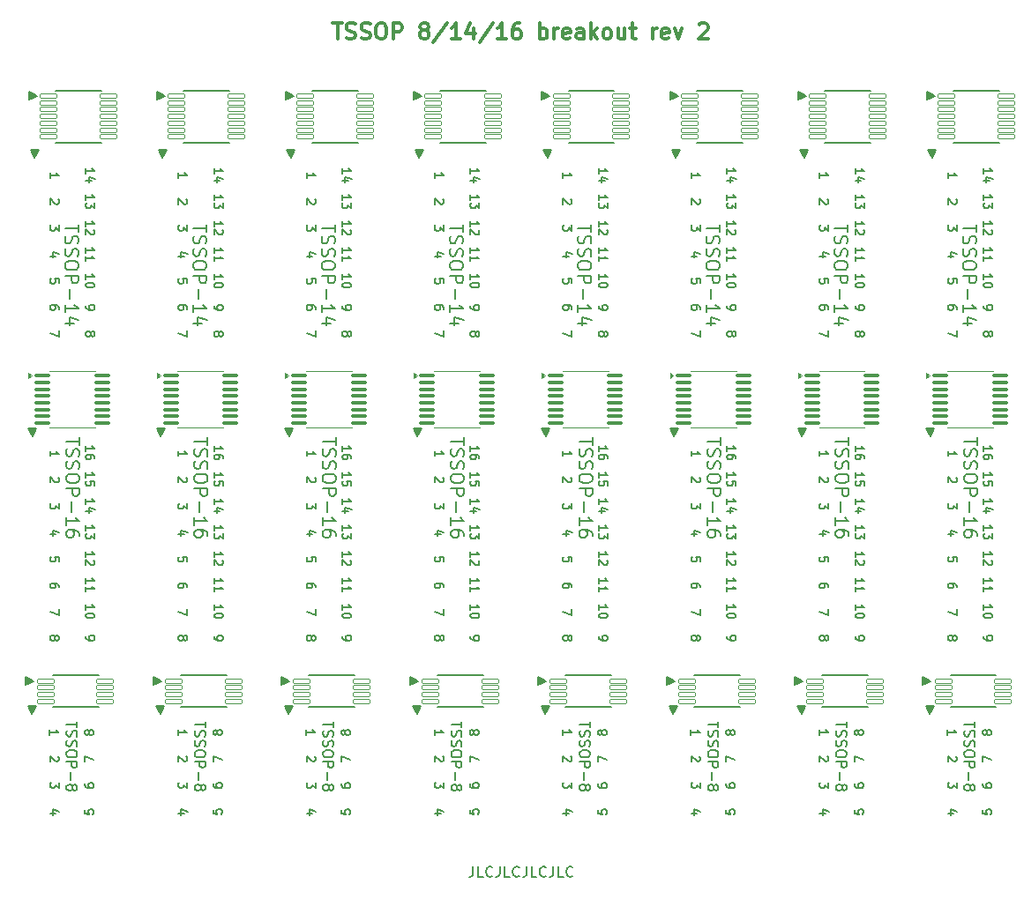
<source format=gto>
%TF.GenerationSoftware,KiCad,Pcbnew,8.0.5*%
%TF.CreationDate,2024-12-01T20:09:50-08:00*%
%TF.ProjectId,tssop,7473736f-702e-46b6-9963-61645f706362,rev?*%
%TF.SameCoordinates,Original*%
%TF.FileFunction,Legend,Top*%
%TF.FilePolarity,Positive*%
%FSLAX46Y46*%
G04 Gerber Fmt 4.6, Leading zero omitted, Abs format (unit mm)*
G04 Created by KiCad (PCBNEW 8.0.5) date 2024-12-01 20:09:50*
%MOMM*%
%LPD*%
G01*
G04 APERTURE LIST*
G04 Aperture macros list*
%AMRoundRect*
0 Rectangle with rounded corners*
0 $1 Rounding radius*
0 $2 $3 $4 $5 $6 $7 $8 $9 X,Y pos of 4 corners*
0 Add a 4 corners polygon primitive as box body*
4,1,4,$2,$3,$4,$5,$6,$7,$8,$9,$2,$3,0*
0 Add four circle primitives for the rounded corners*
1,1,$1+$1,$2,$3*
1,1,$1+$1,$4,$5*
1,1,$1+$1,$6,$7*
1,1,$1+$1,$8,$9*
0 Add four rect primitives between the rounded corners*
20,1,$1+$1,$2,$3,$4,$5,0*
20,1,$1+$1,$4,$5,$6,$7,0*
20,1,$1+$1,$6,$7,$8,$9,0*
20,1,$1+$1,$8,$9,$2,$3,0*%
G04 Aperture macros list end*
%ADD10C,0.150000*%
%ADD11C,0.300000*%
%ADD12C,0.200000*%
%ADD13C,0.120000*%
%ADD14C,0.127000*%
%ADD15C,0.500000*%
%ADD16C,1.500000*%
%ADD17O,1.700000X1.700000*%
%ADD18RoundRect,0.100000X-0.637500X-0.100000X0.637500X-0.100000X0.637500X0.100000X-0.637500X0.100000X0*%
%ADD19C,2.000000*%
%ADD20RoundRect,0.020500X-0.764500X-0.184500X0.764500X-0.184500X0.764500X0.184500X-0.764500X0.184500X0*%
%ADD21R,1.700000X1.700000*%
G04 APERTURE END LIST*
D10*
X137586444Y-107367213D02*
X136824444Y-107748213D01*
X136824444Y-106986213D01*
X137586444Y-107367213D01*
G36*
X137586444Y-107367213D02*
G01*
X136824444Y-107748213D01*
X136824444Y-106986213D01*
X137586444Y-107367213D01*
G37*
X63610366Y-110544213D02*
X63229366Y-109782213D01*
X63991366Y-109782213D01*
X63610366Y-110544213D01*
G36*
X63610366Y-110544213D02*
G01*
X63229366Y-109782213D01*
X63991366Y-109782213D01*
X63610366Y-110544213D01*
G37*
X125220631Y-83852847D02*
X124839631Y-83090847D01*
X125601631Y-83090847D01*
X125220631Y-83852847D01*
G36*
X125220631Y-83852847D02*
G01*
X124839631Y-83090847D01*
X125601631Y-83090847D01*
X125220631Y-83852847D01*
G37*
X125627078Y-51140447D02*
X124865078Y-51521447D01*
X124865078Y-50759447D01*
X125627078Y-51140447D01*
G36*
X125627078Y-51140447D02*
G01*
X124865078Y-51521447D01*
X124865078Y-50759447D01*
X125627078Y-51140447D01*
G37*
X88461239Y-57109447D02*
X88080239Y-56347447D01*
X88842239Y-56347447D01*
X88461239Y-57109447D01*
G36*
X88461239Y-57109447D02*
G01*
X88080239Y-56347447D01*
X88842239Y-56347447D01*
X88461239Y-57109447D01*
G37*
X51297953Y-110544213D02*
X50916953Y-109782213D01*
X51678953Y-109782213D01*
X51297953Y-110544213D01*
G36*
X51297953Y-110544213D02*
G01*
X50916953Y-109782213D01*
X51678953Y-109782213D01*
X51297953Y-110544213D01*
G37*
X101002252Y-51140447D02*
X100240252Y-51521447D01*
X100240252Y-50759447D01*
X101002252Y-51140447D01*
G36*
X101002252Y-51140447D02*
G01*
X100240252Y-51521447D01*
X100240252Y-50759447D01*
X101002252Y-51140447D01*
G37*
X113086065Y-57109447D02*
X112705065Y-56347447D01*
X113467065Y-56347447D01*
X113086065Y-57109447D01*
G36*
X113086065Y-57109447D02*
G01*
X112705065Y-56347447D01*
X113467065Y-56347447D01*
X113086065Y-57109447D01*
G37*
X137939491Y-51140447D02*
X137177491Y-51521447D01*
X137177491Y-50759447D01*
X137939491Y-51140447D01*
G36*
X137939491Y-51140447D02*
G01*
X137177491Y-51521447D01*
X137177491Y-50759447D01*
X137939491Y-51140447D01*
G37*
X75922779Y-110544213D02*
X75541779Y-109782213D01*
X76303779Y-109782213D01*
X75922779Y-110544213D01*
G36*
X75922779Y-110544213D02*
G01*
X75541779Y-109782213D01*
X76303779Y-109782213D01*
X75922779Y-110544213D01*
G37*
X51399553Y-107367213D02*
X50637553Y-107748213D01*
X50637553Y-106986213D01*
X51399553Y-107367213D01*
G36*
X51399553Y-107367213D02*
G01*
X50637553Y-107748213D01*
X50637553Y-106986213D01*
X51399553Y-107367213D01*
G37*
X137533044Y-83852847D02*
X137152044Y-83090847D01*
X137914044Y-83090847D01*
X137533044Y-83852847D01*
G36*
X137533044Y-83852847D02*
G01*
X137152044Y-83090847D01*
X137914044Y-83090847D01*
X137533044Y-83852847D01*
G37*
X88336792Y-107367213D02*
X87574792Y-107748213D01*
X87574792Y-106986213D01*
X88336792Y-107367213D01*
G36*
X88336792Y-107367213D02*
G01*
X87574792Y-107748213D01*
X87574792Y-106986213D01*
X88336792Y-107367213D01*
G37*
X137710891Y-57109447D02*
X137329891Y-56347447D01*
X138091891Y-56347447D01*
X137710891Y-57109447D01*
G36*
X137710891Y-57109447D02*
G01*
X137329891Y-56347447D01*
X138091891Y-56347447D01*
X137710891Y-57109447D01*
G37*
X112860018Y-110544213D02*
X112479018Y-109782213D01*
X113241018Y-109782213D01*
X112860018Y-110544213D01*
G36*
X112860018Y-110544213D02*
G01*
X112479018Y-109782213D01*
X113241018Y-109782213D01*
X112860018Y-110544213D01*
G37*
X76024379Y-107367213D02*
X75262379Y-107748213D01*
X75262379Y-106986213D01*
X76024379Y-107367213D01*
G36*
X76024379Y-107367213D02*
G01*
X75262379Y-107748213D01*
X75262379Y-106986213D01*
X76024379Y-107367213D01*
G37*
X113314665Y-51140447D02*
X112552665Y-51521447D01*
X112552665Y-50759447D01*
X113314665Y-51140447D01*
G36*
X113314665Y-51140447D02*
G01*
X112552665Y-51521447D01*
X112552665Y-50759447D01*
X113314665Y-51140447D01*
G37*
X100649205Y-107367213D02*
X99887205Y-107748213D01*
X99887205Y-106986213D01*
X100649205Y-107367213D01*
G36*
X100649205Y-107367213D02*
G01*
X99887205Y-107748213D01*
X99887205Y-106986213D01*
X100649205Y-107367213D01*
G37*
X63836413Y-57109447D02*
X63455413Y-56347447D01*
X64217413Y-56347447D01*
X63836413Y-57109447D01*
G36*
X63836413Y-57109447D02*
G01*
X63455413Y-56347447D01*
X64217413Y-56347447D01*
X63836413Y-57109447D01*
G37*
X75970979Y-83852847D02*
X75589979Y-83090847D01*
X76351979Y-83090847D01*
X75970979Y-83852847D01*
G36*
X75970979Y-83852847D02*
G01*
X75589979Y-83090847D01*
X76351979Y-83090847D01*
X75970979Y-83852847D01*
G37*
X63711966Y-107367213D02*
X62949966Y-107748213D01*
X62949966Y-106986213D01*
X63711966Y-107367213D01*
G36*
X63711966Y-107367213D02*
G01*
X62949966Y-107748213D01*
X62949966Y-106986213D01*
X63711966Y-107367213D01*
G37*
X100547605Y-110544213D02*
X100166605Y-109782213D01*
X100928605Y-109782213D01*
X100547605Y-110544213D01*
G36*
X100547605Y-110544213D02*
G01*
X100166605Y-109782213D01*
X100928605Y-109782213D01*
X100547605Y-110544213D01*
G37*
X51346153Y-83852847D02*
X50965153Y-83090847D01*
X51727153Y-83090847D01*
X51346153Y-83852847D01*
G36*
X51346153Y-83852847D02*
G01*
X50965153Y-83090847D01*
X51727153Y-83090847D01*
X51346153Y-83852847D01*
G37*
X88689839Y-51140447D02*
X87927839Y-51521447D01*
X87927839Y-50759447D01*
X88689839Y-51140447D01*
G36*
X88689839Y-51140447D02*
G01*
X87927839Y-51521447D01*
X87927839Y-50759447D01*
X88689839Y-51140447D01*
G37*
X112908218Y-83852847D02*
X112527218Y-83090847D01*
X113289218Y-83090847D01*
X112908218Y-83852847D01*
G36*
X112908218Y-83852847D02*
G01*
X112527218Y-83090847D01*
X113289218Y-83090847D01*
X112908218Y-83852847D01*
G37*
X125398478Y-57109447D02*
X125017478Y-56347447D01*
X125779478Y-56347447D01*
X125398478Y-57109447D01*
G36*
X125398478Y-57109447D02*
G01*
X125017478Y-56347447D01*
X125779478Y-56347447D01*
X125398478Y-57109447D01*
G37*
X100595805Y-83852847D02*
X100214805Y-83090847D01*
X100976805Y-83090847D01*
X100595805Y-83852847D01*
G36*
X100595805Y-83852847D02*
G01*
X100214805Y-83090847D01*
X100976805Y-83090847D01*
X100595805Y-83852847D01*
G37*
X88283392Y-83852847D02*
X87902392Y-83090847D01*
X88664392Y-83090847D01*
X88283392Y-83852847D01*
G36*
X88283392Y-83852847D02*
G01*
X87902392Y-83090847D01*
X88664392Y-83090847D01*
X88283392Y-83852847D01*
G37*
X125172431Y-110544213D02*
X124791431Y-109782213D01*
X125553431Y-109782213D01*
X125172431Y-110544213D01*
G36*
X125172431Y-110544213D02*
G01*
X124791431Y-109782213D01*
X125553431Y-109782213D01*
X125172431Y-110544213D01*
G37*
X64065013Y-51140447D02*
X63303013Y-51521447D01*
X63303013Y-50759447D01*
X64065013Y-51140447D01*
G36*
X64065013Y-51140447D02*
G01*
X63303013Y-51521447D01*
X63303013Y-50759447D01*
X64065013Y-51140447D01*
G37*
X76148826Y-57109447D02*
X75767826Y-56347447D01*
X76529826Y-56347447D01*
X76148826Y-57109447D01*
G36*
X76148826Y-57109447D02*
G01*
X75767826Y-56347447D01*
X76529826Y-56347447D01*
X76148826Y-57109447D01*
G37*
X112961618Y-107367213D02*
X112199618Y-107748213D01*
X112199618Y-106986213D01*
X112961618Y-107367213D01*
G36*
X112961618Y-107367213D02*
G01*
X112199618Y-107748213D01*
X112199618Y-106986213D01*
X112961618Y-107367213D01*
G37*
X100773652Y-57109447D02*
X100392652Y-56347447D01*
X101154652Y-56347447D01*
X100773652Y-57109447D01*
G36*
X100773652Y-57109447D02*
G01*
X100392652Y-56347447D01*
X101154652Y-56347447D01*
X100773652Y-57109447D01*
G37*
X88235192Y-110544213D02*
X87854192Y-109782213D01*
X88616192Y-109782213D01*
X88235192Y-110544213D01*
G36*
X88235192Y-110544213D02*
G01*
X87854192Y-109782213D01*
X88616192Y-109782213D01*
X88235192Y-110544213D01*
G37*
X51524000Y-57109447D02*
X51143000Y-56347447D01*
X51905000Y-56347447D01*
X51524000Y-57109447D01*
G36*
X51524000Y-57109447D02*
G01*
X51143000Y-56347447D01*
X51905000Y-56347447D01*
X51524000Y-57109447D01*
G37*
X137484844Y-110544213D02*
X137103844Y-109782213D01*
X137865844Y-109782213D01*
X137484844Y-110544213D01*
G36*
X137484844Y-110544213D02*
G01*
X137103844Y-109782213D01*
X137865844Y-109782213D01*
X137484844Y-110544213D01*
G37*
X125274031Y-107367213D02*
X124512031Y-107748213D01*
X124512031Y-106986213D01*
X125274031Y-107367213D01*
G36*
X125274031Y-107367213D02*
G01*
X124512031Y-107748213D01*
X124512031Y-106986213D01*
X125274031Y-107367213D01*
G37*
X51752600Y-51140447D02*
X50990600Y-51521447D01*
X50990600Y-50759447D01*
X51752600Y-51140447D01*
G36*
X51752600Y-51140447D02*
G01*
X50990600Y-51521447D01*
X50990600Y-50759447D01*
X51752600Y-51140447D01*
G37*
X76377426Y-51140447D02*
X75615426Y-51521447D01*
X75615426Y-50759447D01*
X76377426Y-51140447D01*
G36*
X76377426Y-51140447D02*
G01*
X75615426Y-51521447D01*
X75615426Y-50759447D01*
X76377426Y-51140447D01*
G37*
X63658566Y-83852847D02*
X63277566Y-83090847D01*
X64039566Y-83090847D01*
X63658566Y-83852847D01*
G36*
X63658566Y-83852847D02*
G01*
X63277566Y-83090847D01*
X64039566Y-83090847D01*
X63658566Y-83852847D01*
G37*
X115430237Y-63557113D02*
X115430237Y-64083304D01*
X115430237Y-64083304D02*
X115106428Y-63799970D01*
X115106428Y-63799970D02*
X115106428Y-63921399D01*
X115106428Y-63921399D02*
X115065952Y-64002351D01*
X115065952Y-64002351D02*
X115025475Y-64042827D01*
X115025475Y-64042827D02*
X114944523Y-64083304D01*
X114944523Y-64083304D02*
X114742142Y-64083304D01*
X114742142Y-64083304D02*
X114661190Y-64042827D01*
X114661190Y-64042827D02*
X114620714Y-64002351D01*
X114620714Y-64002351D02*
X114580237Y-63921399D01*
X114580237Y-63921399D02*
X114580237Y-63678542D01*
X114580237Y-63678542D02*
X114620714Y-63597589D01*
X114620714Y-63597589D02*
X114661190Y-63557113D01*
X118011790Y-87805742D02*
X118011790Y-87320027D01*
X118011790Y-87562884D02*
X118861790Y-87562884D01*
X118861790Y-87562884D02*
X118740362Y-87481932D01*
X118740362Y-87481932D02*
X118659409Y-87400980D01*
X118659409Y-87400980D02*
X118618933Y-87320027D01*
X118861790Y-88574789D02*
X118861790Y-88170027D01*
X118861790Y-88170027D02*
X118457028Y-88129551D01*
X118457028Y-88129551D02*
X118497505Y-88170027D01*
X118497505Y-88170027D02*
X118537981Y-88250980D01*
X118537981Y-88250980D02*
X118537981Y-88453361D01*
X118537981Y-88453361D02*
X118497505Y-88534313D01*
X118497505Y-88534313D02*
X118457028Y-88574789D01*
X118457028Y-88574789D02*
X118376076Y-88615266D01*
X118376076Y-88615266D02*
X118173695Y-88615266D01*
X118173695Y-88615266D02*
X118092743Y-88574789D01*
X118092743Y-88574789D02*
X118052267Y-88534313D01*
X118052267Y-88534313D02*
X118011790Y-88453361D01*
X118011790Y-88453361D02*
X118011790Y-88250980D01*
X118011790Y-88250980D02*
X118052267Y-88170027D01*
X118052267Y-88170027D02*
X118092743Y-88129551D01*
X127745203Y-117093479D02*
X127745203Y-117619670D01*
X127745203Y-117619670D02*
X127421394Y-117336336D01*
X127421394Y-117336336D02*
X127421394Y-117457765D01*
X127421394Y-117457765D02*
X127380918Y-117538717D01*
X127380918Y-117538717D02*
X127340441Y-117579193D01*
X127340441Y-117579193D02*
X127259489Y-117619670D01*
X127259489Y-117619670D02*
X127057108Y-117619670D01*
X127057108Y-117619670D02*
X126976156Y-117579193D01*
X126976156Y-117579193D02*
X126935680Y-117538717D01*
X126935680Y-117538717D02*
X126895203Y-117457765D01*
X126895203Y-117457765D02*
X126895203Y-117214908D01*
X126895203Y-117214908D02*
X126935680Y-117133955D01*
X126935680Y-117133955D02*
X126976156Y-117093479D01*
X56447172Y-61138542D02*
X56447172Y-60652827D01*
X56447172Y-60895684D02*
X57297172Y-60895684D01*
X57297172Y-60895684D02*
X57175744Y-60814732D01*
X57175744Y-60814732D02*
X57094791Y-60733780D01*
X57094791Y-60733780D02*
X57054315Y-60652827D01*
X57297172Y-61421875D02*
X57297172Y-61948066D01*
X57297172Y-61948066D02*
X56973363Y-61664732D01*
X56973363Y-61664732D02*
X56973363Y-61786161D01*
X56973363Y-61786161D02*
X56932887Y-61867113D01*
X56932887Y-61867113D02*
X56892410Y-61907589D01*
X56892410Y-61907589D02*
X56811458Y-61948066D01*
X56811458Y-61948066D02*
X56609077Y-61948066D01*
X56609077Y-61948066D02*
X56528125Y-61907589D01*
X56528125Y-61907589D02*
X56487649Y-61867113D01*
X56487649Y-61867113D02*
X56447172Y-61786161D01*
X56447172Y-61786161D02*
X56447172Y-61543304D01*
X56447172Y-61543304D02*
X56487649Y-61462351D01*
X56487649Y-61462351D02*
X56528125Y-61421875D01*
X81071998Y-58598542D02*
X81071998Y-58112827D01*
X81071998Y-58355684D02*
X81921998Y-58355684D01*
X81921998Y-58355684D02*
X81800570Y-58274732D01*
X81800570Y-58274732D02*
X81719617Y-58193780D01*
X81719617Y-58193780D02*
X81679141Y-58112827D01*
X81638665Y-59327113D02*
X81071998Y-59327113D01*
X81962475Y-59124732D02*
X81355332Y-58922351D01*
X81355332Y-58922351D02*
X81355332Y-59448542D01*
X80995406Y-115120146D02*
X80995406Y-114553479D01*
X80995406Y-114553479D02*
X81845406Y-114917765D01*
X56370580Y-119714432D02*
X56370580Y-120119194D01*
X56370580Y-120119194D02*
X56775342Y-120159670D01*
X56775342Y-120159670D02*
X56734865Y-120119194D01*
X56734865Y-120119194D02*
X56694389Y-120038241D01*
X56694389Y-120038241D02*
X56694389Y-119835860D01*
X56694389Y-119835860D02*
X56734865Y-119754908D01*
X56734865Y-119754908D02*
X56775342Y-119714432D01*
X56775342Y-119714432D02*
X56856294Y-119673955D01*
X56856294Y-119673955D02*
X57058675Y-119673955D01*
X57058675Y-119673955D02*
X57139627Y-119714432D01*
X57139627Y-119714432D02*
X57180104Y-119754908D01*
X57180104Y-119754908D02*
X57220580Y-119835860D01*
X57220580Y-119835860D02*
X57220580Y-120038241D01*
X57220580Y-120038241D02*
X57180104Y-120119194D01*
X57180104Y-120119194D02*
X57139627Y-120159670D01*
X56449725Y-92885742D02*
X56449725Y-92400027D01*
X56449725Y-92642884D02*
X57299725Y-92642884D01*
X57299725Y-92642884D02*
X57178297Y-92561932D01*
X57178297Y-92561932D02*
X57097344Y-92480980D01*
X57097344Y-92480980D02*
X57056868Y-92400027D01*
X57299725Y-93169075D02*
X57299725Y-93695266D01*
X57299725Y-93695266D02*
X56975916Y-93411932D01*
X56975916Y-93411932D02*
X56975916Y-93533361D01*
X56975916Y-93533361D02*
X56935440Y-93614313D01*
X56935440Y-93614313D02*
X56894963Y-93654789D01*
X56894963Y-93654789D02*
X56814011Y-93695266D01*
X56814011Y-93695266D02*
X56611630Y-93695266D01*
X56611630Y-93695266D02*
X56530678Y-93654789D01*
X56530678Y-93654789D02*
X56490202Y-93614313D01*
X56490202Y-93614313D02*
X56449725Y-93533361D01*
X56449725Y-93533361D02*
X56449725Y-93290504D01*
X56449725Y-93290504D02*
X56490202Y-93209551D01*
X56490202Y-93209551D02*
X56530678Y-93169075D01*
X105699377Y-97965742D02*
X105699377Y-97480027D01*
X105699377Y-97722884D02*
X106549377Y-97722884D01*
X106549377Y-97722884D02*
X106427949Y-97641932D01*
X106427949Y-97641932D02*
X106346996Y-97560980D01*
X106346996Y-97560980D02*
X106306520Y-97480027D01*
X105699377Y-98775266D02*
X105699377Y-98289551D01*
X105699377Y-98532408D02*
X106549377Y-98532408D01*
X106549377Y-98532408D02*
X106427949Y-98451456D01*
X106427949Y-98451456D02*
X106346996Y-98370504D01*
X106346996Y-98370504D02*
X106306520Y-98289551D01*
X140055063Y-69122827D02*
X140055063Y-68718065D01*
X140055063Y-68718065D02*
X139650301Y-68677589D01*
X139650301Y-68677589D02*
X139690778Y-68718065D01*
X139690778Y-68718065D02*
X139731254Y-68799018D01*
X139731254Y-68799018D02*
X139731254Y-69001399D01*
X139731254Y-69001399D02*
X139690778Y-69082351D01*
X139690778Y-69082351D02*
X139650301Y-69122827D01*
X139650301Y-69122827D02*
X139569349Y-69163304D01*
X139569349Y-69163304D02*
X139366968Y-69163304D01*
X139366968Y-69163304D02*
X139286016Y-69122827D01*
X139286016Y-69122827D02*
X139245540Y-69082351D01*
X139245540Y-69082351D02*
X139205063Y-69001399D01*
X139205063Y-69001399D02*
X139205063Y-68799018D01*
X139205063Y-68799018D02*
X139245540Y-68718065D01*
X139245540Y-68718065D02*
X139286016Y-68677589D01*
X93386964Y-85265742D02*
X93386964Y-84780027D01*
X93386964Y-85022884D02*
X94236964Y-85022884D01*
X94236964Y-85022884D02*
X94115536Y-84941932D01*
X94115536Y-84941932D02*
X94034583Y-84860980D01*
X94034583Y-84860980D02*
X93994107Y-84780027D01*
X94236964Y-85994313D02*
X94236964Y-85832408D01*
X94236964Y-85832408D02*
X94196488Y-85751456D01*
X94196488Y-85751456D02*
X94156012Y-85710980D01*
X94156012Y-85710980D02*
X94034583Y-85630027D01*
X94034583Y-85630027D02*
X93872679Y-85589551D01*
X93872679Y-85589551D02*
X93548869Y-85589551D01*
X93548869Y-85589551D02*
X93467917Y-85630027D01*
X93467917Y-85630027D02*
X93427441Y-85670504D01*
X93427441Y-85670504D02*
X93386964Y-85751456D01*
X93386964Y-85751456D02*
X93386964Y-85913361D01*
X93386964Y-85913361D02*
X93427441Y-85994313D01*
X93427441Y-85994313D02*
X93467917Y-86034789D01*
X93467917Y-86034789D02*
X93548869Y-86075266D01*
X93548869Y-86075266D02*
X93751250Y-86075266D01*
X93751250Y-86075266D02*
X93832202Y-86034789D01*
X93832202Y-86034789D02*
X93872679Y-85994313D01*
X93872679Y-85994313D02*
X93913155Y-85913361D01*
X93913155Y-85913361D02*
X93913155Y-85751456D01*
X93913155Y-85751456D02*
X93872679Y-85670504D01*
X93872679Y-85670504D02*
X93832202Y-85630027D01*
X93832202Y-85630027D02*
X93751250Y-85589551D01*
X130324203Y-103045742D02*
X130324203Y-103207646D01*
X130324203Y-103207646D02*
X130364680Y-103288599D01*
X130364680Y-103288599D02*
X130405156Y-103329075D01*
X130405156Y-103329075D02*
X130526584Y-103410027D01*
X130526584Y-103410027D02*
X130688489Y-103450504D01*
X130688489Y-103450504D02*
X131012299Y-103450504D01*
X131012299Y-103450504D02*
X131093251Y-103410027D01*
X131093251Y-103410027D02*
X131133727Y-103369551D01*
X131133727Y-103369551D02*
X131174203Y-103288599D01*
X131174203Y-103288599D02*
X131174203Y-103126694D01*
X131174203Y-103126694D02*
X131133727Y-103045742D01*
X131133727Y-103045742D02*
X131093251Y-103005265D01*
X131093251Y-103005265D02*
X131012299Y-102964789D01*
X131012299Y-102964789D02*
X130809918Y-102964789D01*
X130809918Y-102964789D02*
X130728965Y-103005265D01*
X130728965Y-103005265D02*
X130688489Y-103045742D01*
X130688489Y-103045742D02*
X130648013Y-103126694D01*
X130648013Y-103126694D02*
X130648013Y-103288599D01*
X130648013Y-103288599D02*
X130688489Y-103369551D01*
X130688489Y-103369551D02*
X130728965Y-103410027D01*
X130728965Y-103410027D02*
X130809918Y-103450504D01*
X90727012Y-87800989D02*
X90767488Y-87841465D01*
X90767488Y-87841465D02*
X90807964Y-87922418D01*
X90807964Y-87922418D02*
X90807964Y-88124799D01*
X90807964Y-88124799D02*
X90767488Y-88205751D01*
X90767488Y-88205751D02*
X90727012Y-88246227D01*
X90727012Y-88246227D02*
X90646060Y-88286704D01*
X90646060Y-88286704D02*
X90565107Y-88286704D01*
X90565107Y-88286704D02*
X90443679Y-88246227D01*
X90443679Y-88246227D02*
X89957964Y-87760513D01*
X89957964Y-87760513D02*
X89957964Y-88286704D01*
X93384411Y-58598542D02*
X93384411Y-58112827D01*
X93384411Y-58355684D02*
X94234411Y-58355684D01*
X94234411Y-58355684D02*
X94112983Y-58274732D01*
X94112983Y-58274732D02*
X94032030Y-58193780D01*
X94032030Y-58193780D02*
X93991554Y-58112827D01*
X93951078Y-59327113D02*
X93384411Y-59327113D01*
X94274888Y-59124732D02*
X93667745Y-58922351D01*
X93667745Y-58922351D02*
X93667745Y-59448542D01*
X142636616Y-97965742D02*
X142636616Y-97480027D01*
X142636616Y-97722884D02*
X143486616Y-97722884D01*
X143486616Y-97722884D02*
X143365188Y-97641932D01*
X143365188Y-97641932D02*
X143284235Y-97560980D01*
X143284235Y-97560980D02*
X143243759Y-97480027D01*
X142636616Y-98775266D02*
X142636616Y-98289551D01*
X142636616Y-98532408D02*
X143486616Y-98532408D01*
X143486616Y-98532408D02*
X143365188Y-98451456D01*
X143365188Y-98451456D02*
X143284235Y-98370504D01*
X143284235Y-98370504D02*
X143243759Y-98289551D01*
X130324203Y-85265742D02*
X130324203Y-84780027D01*
X130324203Y-85022884D02*
X131174203Y-85022884D01*
X131174203Y-85022884D02*
X131052775Y-84941932D01*
X131052775Y-84941932D02*
X130971822Y-84860980D01*
X130971822Y-84860980D02*
X130931346Y-84780027D01*
X131174203Y-85994313D02*
X131174203Y-85832408D01*
X131174203Y-85832408D02*
X131133727Y-85751456D01*
X131133727Y-85751456D02*
X131093251Y-85710980D01*
X131093251Y-85710980D02*
X130971822Y-85630027D01*
X130971822Y-85630027D02*
X130809918Y-85589551D01*
X130809918Y-85589551D02*
X130486108Y-85589551D01*
X130486108Y-85589551D02*
X130405156Y-85630027D01*
X130405156Y-85630027D02*
X130364680Y-85670504D01*
X130364680Y-85670504D02*
X130324203Y-85751456D01*
X130324203Y-85751456D02*
X130324203Y-85913361D01*
X130324203Y-85913361D02*
X130364680Y-85994313D01*
X130364680Y-85994313D02*
X130405156Y-86034789D01*
X130405156Y-86034789D02*
X130486108Y-86075266D01*
X130486108Y-86075266D02*
X130688489Y-86075266D01*
X130688489Y-86075266D02*
X130769441Y-86034789D01*
X130769441Y-86034789D02*
X130809918Y-85994313D01*
X130809918Y-85994313D02*
X130850394Y-85913361D01*
X130850394Y-85913361D02*
X130850394Y-85751456D01*
X130850394Y-85751456D02*
X130809918Y-85670504D01*
X130809918Y-85670504D02*
X130769441Y-85630027D01*
X130769441Y-85630027D02*
X130688489Y-85589551D01*
D11*
X80178201Y-44178328D02*
X81035344Y-44178328D01*
X80606772Y-45678328D02*
X80606772Y-44178328D01*
X81463915Y-45606900D02*
X81678201Y-45678328D01*
X81678201Y-45678328D02*
X82035343Y-45678328D01*
X82035343Y-45678328D02*
X82178201Y-45606900D01*
X82178201Y-45606900D02*
X82249629Y-45535471D01*
X82249629Y-45535471D02*
X82321058Y-45392614D01*
X82321058Y-45392614D02*
X82321058Y-45249757D01*
X82321058Y-45249757D02*
X82249629Y-45106900D01*
X82249629Y-45106900D02*
X82178201Y-45035471D01*
X82178201Y-45035471D02*
X82035343Y-44964042D01*
X82035343Y-44964042D02*
X81749629Y-44892614D01*
X81749629Y-44892614D02*
X81606772Y-44821185D01*
X81606772Y-44821185D02*
X81535343Y-44749757D01*
X81535343Y-44749757D02*
X81463915Y-44606900D01*
X81463915Y-44606900D02*
X81463915Y-44464042D01*
X81463915Y-44464042D02*
X81535343Y-44321185D01*
X81535343Y-44321185D02*
X81606772Y-44249757D01*
X81606772Y-44249757D02*
X81749629Y-44178328D01*
X81749629Y-44178328D02*
X82106772Y-44178328D01*
X82106772Y-44178328D02*
X82321058Y-44249757D01*
X82892486Y-45606900D02*
X83106772Y-45678328D01*
X83106772Y-45678328D02*
X83463914Y-45678328D01*
X83463914Y-45678328D02*
X83606772Y-45606900D01*
X83606772Y-45606900D02*
X83678200Y-45535471D01*
X83678200Y-45535471D02*
X83749629Y-45392614D01*
X83749629Y-45392614D02*
X83749629Y-45249757D01*
X83749629Y-45249757D02*
X83678200Y-45106900D01*
X83678200Y-45106900D02*
X83606772Y-45035471D01*
X83606772Y-45035471D02*
X83463914Y-44964042D01*
X83463914Y-44964042D02*
X83178200Y-44892614D01*
X83178200Y-44892614D02*
X83035343Y-44821185D01*
X83035343Y-44821185D02*
X82963914Y-44749757D01*
X82963914Y-44749757D02*
X82892486Y-44606900D01*
X82892486Y-44606900D02*
X82892486Y-44464042D01*
X82892486Y-44464042D02*
X82963914Y-44321185D01*
X82963914Y-44321185D02*
X83035343Y-44249757D01*
X83035343Y-44249757D02*
X83178200Y-44178328D01*
X83178200Y-44178328D02*
X83535343Y-44178328D01*
X83535343Y-44178328D02*
X83749629Y-44249757D01*
X84678200Y-44178328D02*
X84963914Y-44178328D01*
X84963914Y-44178328D02*
X85106771Y-44249757D01*
X85106771Y-44249757D02*
X85249628Y-44392614D01*
X85249628Y-44392614D02*
X85321057Y-44678328D01*
X85321057Y-44678328D02*
X85321057Y-45178328D01*
X85321057Y-45178328D02*
X85249628Y-45464042D01*
X85249628Y-45464042D02*
X85106771Y-45606900D01*
X85106771Y-45606900D02*
X84963914Y-45678328D01*
X84963914Y-45678328D02*
X84678200Y-45678328D01*
X84678200Y-45678328D02*
X84535343Y-45606900D01*
X84535343Y-45606900D02*
X84392485Y-45464042D01*
X84392485Y-45464042D02*
X84321057Y-45178328D01*
X84321057Y-45178328D02*
X84321057Y-44678328D01*
X84321057Y-44678328D02*
X84392485Y-44392614D01*
X84392485Y-44392614D02*
X84535343Y-44249757D01*
X84535343Y-44249757D02*
X84678200Y-44178328D01*
X85963914Y-45678328D02*
X85963914Y-44178328D01*
X85963914Y-44178328D02*
X86535343Y-44178328D01*
X86535343Y-44178328D02*
X86678200Y-44249757D01*
X86678200Y-44249757D02*
X86749629Y-44321185D01*
X86749629Y-44321185D02*
X86821057Y-44464042D01*
X86821057Y-44464042D02*
X86821057Y-44678328D01*
X86821057Y-44678328D02*
X86749629Y-44821185D01*
X86749629Y-44821185D02*
X86678200Y-44892614D01*
X86678200Y-44892614D02*
X86535343Y-44964042D01*
X86535343Y-44964042D02*
X85963914Y-44964042D01*
X88821057Y-44821185D02*
X88678200Y-44749757D01*
X88678200Y-44749757D02*
X88606771Y-44678328D01*
X88606771Y-44678328D02*
X88535343Y-44535471D01*
X88535343Y-44535471D02*
X88535343Y-44464042D01*
X88535343Y-44464042D02*
X88606771Y-44321185D01*
X88606771Y-44321185D02*
X88678200Y-44249757D01*
X88678200Y-44249757D02*
X88821057Y-44178328D01*
X88821057Y-44178328D02*
X89106771Y-44178328D01*
X89106771Y-44178328D02*
X89249629Y-44249757D01*
X89249629Y-44249757D02*
X89321057Y-44321185D01*
X89321057Y-44321185D02*
X89392486Y-44464042D01*
X89392486Y-44464042D02*
X89392486Y-44535471D01*
X89392486Y-44535471D02*
X89321057Y-44678328D01*
X89321057Y-44678328D02*
X89249629Y-44749757D01*
X89249629Y-44749757D02*
X89106771Y-44821185D01*
X89106771Y-44821185D02*
X88821057Y-44821185D01*
X88821057Y-44821185D02*
X88678200Y-44892614D01*
X88678200Y-44892614D02*
X88606771Y-44964042D01*
X88606771Y-44964042D02*
X88535343Y-45106900D01*
X88535343Y-45106900D02*
X88535343Y-45392614D01*
X88535343Y-45392614D02*
X88606771Y-45535471D01*
X88606771Y-45535471D02*
X88678200Y-45606900D01*
X88678200Y-45606900D02*
X88821057Y-45678328D01*
X88821057Y-45678328D02*
X89106771Y-45678328D01*
X89106771Y-45678328D02*
X89249629Y-45606900D01*
X89249629Y-45606900D02*
X89321057Y-45535471D01*
X89321057Y-45535471D02*
X89392486Y-45392614D01*
X89392486Y-45392614D02*
X89392486Y-45106900D01*
X89392486Y-45106900D02*
X89321057Y-44964042D01*
X89321057Y-44964042D02*
X89249629Y-44892614D01*
X89249629Y-44892614D02*
X89106771Y-44821185D01*
X91106771Y-44106900D02*
X89821057Y-46035471D01*
X92392486Y-45678328D02*
X91535343Y-45678328D01*
X91963914Y-45678328D02*
X91963914Y-44178328D01*
X91963914Y-44178328D02*
X91821057Y-44392614D01*
X91821057Y-44392614D02*
X91678200Y-44535471D01*
X91678200Y-44535471D02*
X91535343Y-44606900D01*
X93678200Y-44678328D02*
X93678200Y-45678328D01*
X93321057Y-44106900D02*
X92963914Y-45178328D01*
X92963914Y-45178328D02*
X93892485Y-45178328D01*
X95535342Y-44106900D02*
X94249628Y-46035471D01*
X96821057Y-45678328D02*
X95963914Y-45678328D01*
X96392485Y-45678328D02*
X96392485Y-44178328D01*
X96392485Y-44178328D02*
X96249628Y-44392614D01*
X96249628Y-44392614D02*
X96106771Y-44535471D01*
X96106771Y-44535471D02*
X95963914Y-44606900D01*
X98106771Y-44178328D02*
X97821056Y-44178328D01*
X97821056Y-44178328D02*
X97678199Y-44249757D01*
X97678199Y-44249757D02*
X97606771Y-44321185D01*
X97606771Y-44321185D02*
X97463913Y-44535471D01*
X97463913Y-44535471D02*
X97392485Y-44821185D01*
X97392485Y-44821185D02*
X97392485Y-45392614D01*
X97392485Y-45392614D02*
X97463913Y-45535471D01*
X97463913Y-45535471D02*
X97535342Y-45606900D01*
X97535342Y-45606900D02*
X97678199Y-45678328D01*
X97678199Y-45678328D02*
X97963913Y-45678328D01*
X97963913Y-45678328D02*
X98106771Y-45606900D01*
X98106771Y-45606900D02*
X98178199Y-45535471D01*
X98178199Y-45535471D02*
X98249628Y-45392614D01*
X98249628Y-45392614D02*
X98249628Y-45035471D01*
X98249628Y-45035471D02*
X98178199Y-44892614D01*
X98178199Y-44892614D02*
X98106771Y-44821185D01*
X98106771Y-44821185D02*
X97963913Y-44749757D01*
X97963913Y-44749757D02*
X97678199Y-44749757D01*
X97678199Y-44749757D02*
X97535342Y-44821185D01*
X97535342Y-44821185D02*
X97463913Y-44892614D01*
X97463913Y-44892614D02*
X97392485Y-45035471D01*
X100035341Y-45678328D02*
X100035341Y-44178328D01*
X100035341Y-44749757D02*
X100178199Y-44678328D01*
X100178199Y-44678328D02*
X100463913Y-44678328D01*
X100463913Y-44678328D02*
X100606770Y-44749757D01*
X100606770Y-44749757D02*
X100678199Y-44821185D01*
X100678199Y-44821185D02*
X100749627Y-44964042D01*
X100749627Y-44964042D02*
X100749627Y-45392614D01*
X100749627Y-45392614D02*
X100678199Y-45535471D01*
X100678199Y-45535471D02*
X100606770Y-45606900D01*
X100606770Y-45606900D02*
X100463913Y-45678328D01*
X100463913Y-45678328D02*
X100178199Y-45678328D01*
X100178199Y-45678328D02*
X100035341Y-45606900D01*
X101392484Y-45678328D02*
X101392484Y-44678328D01*
X101392484Y-44964042D02*
X101463913Y-44821185D01*
X101463913Y-44821185D02*
X101535342Y-44749757D01*
X101535342Y-44749757D02*
X101678199Y-44678328D01*
X101678199Y-44678328D02*
X101821056Y-44678328D01*
X102892484Y-45606900D02*
X102749627Y-45678328D01*
X102749627Y-45678328D02*
X102463913Y-45678328D01*
X102463913Y-45678328D02*
X102321055Y-45606900D01*
X102321055Y-45606900D02*
X102249627Y-45464042D01*
X102249627Y-45464042D02*
X102249627Y-44892614D01*
X102249627Y-44892614D02*
X102321055Y-44749757D01*
X102321055Y-44749757D02*
X102463913Y-44678328D01*
X102463913Y-44678328D02*
X102749627Y-44678328D01*
X102749627Y-44678328D02*
X102892484Y-44749757D01*
X102892484Y-44749757D02*
X102963913Y-44892614D01*
X102963913Y-44892614D02*
X102963913Y-45035471D01*
X102963913Y-45035471D02*
X102249627Y-45178328D01*
X104249627Y-45678328D02*
X104249627Y-44892614D01*
X104249627Y-44892614D02*
X104178198Y-44749757D01*
X104178198Y-44749757D02*
X104035341Y-44678328D01*
X104035341Y-44678328D02*
X103749627Y-44678328D01*
X103749627Y-44678328D02*
X103606769Y-44749757D01*
X104249627Y-45606900D02*
X104106769Y-45678328D01*
X104106769Y-45678328D02*
X103749627Y-45678328D01*
X103749627Y-45678328D02*
X103606769Y-45606900D01*
X103606769Y-45606900D02*
X103535341Y-45464042D01*
X103535341Y-45464042D02*
X103535341Y-45321185D01*
X103535341Y-45321185D02*
X103606769Y-45178328D01*
X103606769Y-45178328D02*
X103749627Y-45106900D01*
X103749627Y-45106900D02*
X104106769Y-45106900D01*
X104106769Y-45106900D02*
X104249627Y-45035471D01*
X104963912Y-45678328D02*
X104963912Y-44178328D01*
X105106770Y-45106900D02*
X105535341Y-45678328D01*
X105535341Y-44678328D02*
X104963912Y-45249757D01*
X106392484Y-45678328D02*
X106249627Y-45606900D01*
X106249627Y-45606900D02*
X106178198Y-45535471D01*
X106178198Y-45535471D02*
X106106770Y-45392614D01*
X106106770Y-45392614D02*
X106106770Y-44964042D01*
X106106770Y-44964042D02*
X106178198Y-44821185D01*
X106178198Y-44821185D02*
X106249627Y-44749757D01*
X106249627Y-44749757D02*
X106392484Y-44678328D01*
X106392484Y-44678328D02*
X106606770Y-44678328D01*
X106606770Y-44678328D02*
X106749627Y-44749757D01*
X106749627Y-44749757D02*
X106821056Y-44821185D01*
X106821056Y-44821185D02*
X106892484Y-44964042D01*
X106892484Y-44964042D02*
X106892484Y-45392614D01*
X106892484Y-45392614D02*
X106821056Y-45535471D01*
X106821056Y-45535471D02*
X106749627Y-45606900D01*
X106749627Y-45606900D02*
X106606770Y-45678328D01*
X106606770Y-45678328D02*
X106392484Y-45678328D01*
X108178199Y-44678328D02*
X108178199Y-45678328D01*
X107535341Y-44678328D02*
X107535341Y-45464042D01*
X107535341Y-45464042D02*
X107606770Y-45606900D01*
X107606770Y-45606900D02*
X107749627Y-45678328D01*
X107749627Y-45678328D02*
X107963913Y-45678328D01*
X107963913Y-45678328D02*
X108106770Y-45606900D01*
X108106770Y-45606900D02*
X108178199Y-45535471D01*
X108678199Y-44678328D02*
X109249627Y-44678328D01*
X108892484Y-44178328D02*
X108892484Y-45464042D01*
X108892484Y-45464042D02*
X108963913Y-45606900D01*
X108963913Y-45606900D02*
X109106770Y-45678328D01*
X109106770Y-45678328D02*
X109249627Y-45678328D01*
X110892484Y-45678328D02*
X110892484Y-44678328D01*
X110892484Y-44964042D02*
X110963913Y-44821185D01*
X110963913Y-44821185D02*
X111035342Y-44749757D01*
X111035342Y-44749757D02*
X111178199Y-44678328D01*
X111178199Y-44678328D02*
X111321056Y-44678328D01*
X112392484Y-45606900D02*
X112249627Y-45678328D01*
X112249627Y-45678328D02*
X111963913Y-45678328D01*
X111963913Y-45678328D02*
X111821055Y-45606900D01*
X111821055Y-45606900D02*
X111749627Y-45464042D01*
X111749627Y-45464042D02*
X111749627Y-44892614D01*
X111749627Y-44892614D02*
X111821055Y-44749757D01*
X111821055Y-44749757D02*
X111963913Y-44678328D01*
X111963913Y-44678328D02*
X112249627Y-44678328D01*
X112249627Y-44678328D02*
X112392484Y-44749757D01*
X112392484Y-44749757D02*
X112463913Y-44892614D01*
X112463913Y-44892614D02*
X112463913Y-45035471D01*
X112463913Y-45035471D02*
X111749627Y-45178328D01*
X112963912Y-44678328D02*
X113321055Y-45678328D01*
X113321055Y-45678328D02*
X113678198Y-44678328D01*
X115321055Y-44321185D02*
X115392483Y-44249757D01*
X115392483Y-44249757D02*
X115535341Y-44178328D01*
X115535341Y-44178328D02*
X115892483Y-44178328D01*
X115892483Y-44178328D02*
X116035341Y-44249757D01*
X116035341Y-44249757D02*
X116106769Y-44321185D01*
X116106769Y-44321185D02*
X116178198Y-44464042D01*
X116178198Y-44464042D02*
X116178198Y-44606900D01*
X116178198Y-44606900D02*
X116106769Y-44821185D01*
X116106769Y-44821185D02*
X115249626Y-45678328D01*
X115249626Y-45678328D02*
X116178198Y-45678328D01*
D10*
X81071998Y-66218542D02*
X81071998Y-65732827D01*
X81071998Y-65975684D02*
X81921998Y-65975684D01*
X81921998Y-65975684D02*
X81800570Y-65894732D01*
X81800570Y-65894732D02*
X81719617Y-65813780D01*
X81719617Y-65813780D02*
X81679141Y-65732827D01*
X81071998Y-67028066D02*
X81071998Y-66542351D01*
X81071998Y-66785208D02*
X81921998Y-66785208D01*
X81921998Y-66785208D02*
X81800570Y-66704256D01*
X81800570Y-66704256D02*
X81719617Y-66623304D01*
X81719617Y-66623304D02*
X81679141Y-66542351D01*
X53587392Y-120104117D02*
X53020725Y-120104117D01*
X53911202Y-119901736D02*
X53304059Y-119699355D01*
X53304059Y-119699355D02*
X53304059Y-120225546D01*
X118009237Y-68758542D02*
X118009237Y-68272827D01*
X118009237Y-68515684D02*
X118859237Y-68515684D01*
X118859237Y-68515684D02*
X118737809Y-68434732D01*
X118737809Y-68434732D02*
X118656856Y-68353780D01*
X118656856Y-68353780D02*
X118616380Y-68272827D01*
X118859237Y-69284732D02*
X118859237Y-69365685D01*
X118859237Y-69365685D02*
X118818761Y-69446637D01*
X118818761Y-69446637D02*
X118778285Y-69487113D01*
X118778285Y-69487113D02*
X118697333Y-69527589D01*
X118697333Y-69527589D02*
X118535428Y-69568066D01*
X118535428Y-69568066D02*
X118333047Y-69568066D01*
X118333047Y-69568066D02*
X118171142Y-69527589D01*
X118171142Y-69527589D02*
X118090190Y-69487113D01*
X118090190Y-69487113D02*
X118049714Y-69446637D01*
X118049714Y-69446637D02*
X118009237Y-69365685D01*
X118009237Y-69365685D02*
X118009237Y-69284732D01*
X118009237Y-69284732D02*
X118049714Y-69203780D01*
X118049714Y-69203780D02*
X118090190Y-69163304D01*
X118090190Y-69163304D02*
X118171142Y-69122827D01*
X118171142Y-69122827D02*
X118333047Y-69082351D01*
X118333047Y-69082351D02*
X118535428Y-69082351D01*
X118535428Y-69082351D02*
X118697333Y-69122827D01*
X118697333Y-69122827D02*
X118778285Y-69163304D01*
X118778285Y-69163304D02*
X118818761Y-69203780D01*
X118818761Y-69203780D02*
X118859237Y-69284732D01*
X68762138Y-85265742D02*
X68762138Y-84780027D01*
X68762138Y-85022884D02*
X69612138Y-85022884D01*
X69612138Y-85022884D02*
X69490710Y-84941932D01*
X69490710Y-84941932D02*
X69409757Y-84860980D01*
X69409757Y-84860980D02*
X69369281Y-84780027D01*
X69612138Y-85994313D02*
X69612138Y-85832408D01*
X69612138Y-85832408D02*
X69571662Y-85751456D01*
X69571662Y-85751456D02*
X69531186Y-85710980D01*
X69531186Y-85710980D02*
X69409757Y-85630027D01*
X69409757Y-85630027D02*
X69247853Y-85589551D01*
X69247853Y-85589551D02*
X68924043Y-85589551D01*
X68924043Y-85589551D02*
X68843091Y-85630027D01*
X68843091Y-85630027D02*
X68802615Y-85670504D01*
X68802615Y-85670504D02*
X68762138Y-85751456D01*
X68762138Y-85751456D02*
X68762138Y-85913361D01*
X68762138Y-85913361D02*
X68802615Y-85994313D01*
X68802615Y-85994313D02*
X68843091Y-86034789D01*
X68843091Y-86034789D02*
X68924043Y-86075266D01*
X68924043Y-86075266D02*
X69126424Y-86075266D01*
X69126424Y-86075266D02*
X69207376Y-86034789D01*
X69207376Y-86034789D02*
X69247853Y-85994313D01*
X69247853Y-85994313D02*
X69288329Y-85913361D01*
X69288329Y-85913361D02*
X69288329Y-85751456D01*
X69288329Y-85751456D02*
X69247853Y-85670504D01*
X69247853Y-85670504D02*
X69207376Y-85630027D01*
X69207376Y-85630027D02*
X69126424Y-85589551D01*
X130321650Y-61138542D02*
X130321650Y-60652827D01*
X130321650Y-60895684D02*
X131171650Y-60895684D01*
X131171650Y-60895684D02*
X131050222Y-60814732D01*
X131050222Y-60814732D02*
X130969269Y-60733780D01*
X130969269Y-60733780D02*
X130928793Y-60652827D01*
X131171650Y-61421875D02*
X131171650Y-61948066D01*
X131171650Y-61948066D02*
X130847841Y-61664732D01*
X130847841Y-61664732D02*
X130847841Y-61786161D01*
X130847841Y-61786161D02*
X130807365Y-61867113D01*
X130807365Y-61867113D02*
X130766888Y-61907589D01*
X130766888Y-61907589D02*
X130685936Y-61948066D01*
X130685936Y-61948066D02*
X130483555Y-61948066D01*
X130483555Y-61948066D02*
X130402603Y-61907589D01*
X130402603Y-61907589D02*
X130362127Y-61867113D01*
X130362127Y-61867113D02*
X130321650Y-61786161D01*
X130321650Y-61786161D02*
X130321650Y-61543304D01*
X130321650Y-61543304D02*
X130362127Y-61462351D01*
X130362127Y-61462351D02*
X130402603Y-61421875D01*
X127661698Y-61057589D02*
X127702174Y-61098065D01*
X127702174Y-61098065D02*
X127742650Y-61179018D01*
X127742650Y-61179018D02*
X127742650Y-61381399D01*
X127742650Y-61381399D02*
X127702174Y-61462351D01*
X127702174Y-61462351D02*
X127661698Y-61502827D01*
X127661698Y-61502827D02*
X127580746Y-61543304D01*
X127580746Y-61543304D02*
X127499793Y-61543304D01*
X127499793Y-61543304D02*
X127378365Y-61502827D01*
X127378365Y-61502827D02*
X126892650Y-61017113D01*
X126892650Y-61017113D02*
X126892650Y-61543304D01*
X115068505Y-103126694D02*
X115108981Y-103045742D01*
X115108981Y-103045742D02*
X115149457Y-103005265D01*
X115149457Y-103005265D02*
X115230409Y-102964789D01*
X115230409Y-102964789D02*
X115270886Y-102964789D01*
X115270886Y-102964789D02*
X115351838Y-103005265D01*
X115351838Y-103005265D02*
X115392314Y-103045742D01*
X115392314Y-103045742D02*
X115432790Y-103126694D01*
X115432790Y-103126694D02*
X115432790Y-103288599D01*
X115432790Y-103288599D02*
X115392314Y-103369551D01*
X115392314Y-103369551D02*
X115351838Y-103410027D01*
X115351838Y-103410027D02*
X115270886Y-103450504D01*
X115270886Y-103450504D02*
X115230409Y-103450504D01*
X115230409Y-103450504D02*
X115149457Y-103410027D01*
X115149457Y-103410027D02*
X115108981Y-103369551D01*
X115108981Y-103369551D02*
X115068505Y-103288599D01*
X115068505Y-103288599D02*
X115068505Y-103126694D01*
X115068505Y-103126694D02*
X115028028Y-103045742D01*
X115028028Y-103045742D02*
X114987552Y-103005265D01*
X114987552Y-103005265D02*
X114906600Y-102964789D01*
X114906600Y-102964789D02*
X114744695Y-102964789D01*
X114744695Y-102964789D02*
X114663743Y-103005265D01*
X114663743Y-103005265D02*
X114623267Y-103045742D01*
X114623267Y-103045742D02*
X114582790Y-103126694D01*
X114582790Y-103126694D02*
X114582790Y-103288599D01*
X114582790Y-103288599D02*
X114623267Y-103369551D01*
X114623267Y-103369551D02*
X114663743Y-103410027D01*
X114663743Y-103410027D02*
X114744695Y-103450504D01*
X114744695Y-103450504D02*
X114906600Y-103450504D01*
X114906600Y-103450504D02*
X114987552Y-103410027D01*
X114987552Y-103410027D02*
X115028028Y-103369551D01*
X115028028Y-103369551D02*
X115068505Y-103288599D01*
X65899805Y-93285751D02*
X65333138Y-93285751D01*
X66223615Y-93083370D02*
X65616472Y-92880989D01*
X65616472Y-92880989D02*
X65616472Y-93407180D01*
X93386964Y-95425742D02*
X93386964Y-94940027D01*
X93386964Y-95182884D02*
X94236964Y-95182884D01*
X94236964Y-95182884D02*
X94115536Y-95101932D01*
X94115536Y-95101932D02*
X94034583Y-95020980D01*
X94034583Y-95020980D02*
X93994107Y-94940027D01*
X94156012Y-95749551D02*
X94196488Y-95790027D01*
X94196488Y-95790027D02*
X94236964Y-95870980D01*
X94236964Y-95870980D02*
X94236964Y-96073361D01*
X94236964Y-96073361D02*
X94196488Y-96154313D01*
X94196488Y-96154313D02*
X94156012Y-96194789D01*
X94156012Y-96194789D02*
X94075060Y-96235266D01*
X94075060Y-96235266D02*
X93994107Y-96235266D01*
X93994107Y-96235266D02*
X93872679Y-96194789D01*
X93872679Y-96194789D02*
X93386964Y-95709075D01*
X93386964Y-95709075D02*
X93386964Y-96235266D01*
X66183138Y-90300513D02*
X66183138Y-90826704D01*
X66183138Y-90826704D02*
X65859329Y-90543370D01*
X65859329Y-90543370D02*
X65859329Y-90664799D01*
X65859329Y-90664799D02*
X65818853Y-90745751D01*
X65818853Y-90745751D02*
X65778376Y-90786227D01*
X65778376Y-90786227D02*
X65697424Y-90826704D01*
X65697424Y-90826704D02*
X65495043Y-90826704D01*
X65495043Y-90826704D02*
X65414091Y-90786227D01*
X65414091Y-90786227D02*
X65373615Y-90745751D01*
X65373615Y-90745751D02*
X65333138Y-90664799D01*
X65333138Y-90664799D02*
X65333138Y-90421942D01*
X65333138Y-90421942D02*
X65373615Y-90340989D01*
X65373615Y-90340989D02*
X65414091Y-90300513D01*
X68762138Y-87805742D02*
X68762138Y-87320027D01*
X68762138Y-87562884D02*
X69612138Y-87562884D01*
X69612138Y-87562884D02*
X69490710Y-87481932D01*
X69490710Y-87481932D02*
X69409757Y-87400980D01*
X69409757Y-87400980D02*
X69369281Y-87320027D01*
X69612138Y-88574789D02*
X69612138Y-88170027D01*
X69612138Y-88170027D02*
X69207376Y-88129551D01*
X69207376Y-88129551D02*
X69247853Y-88170027D01*
X69247853Y-88170027D02*
X69288329Y-88250980D01*
X69288329Y-88250980D02*
X69288329Y-88453361D01*
X69288329Y-88453361D02*
X69247853Y-88534313D01*
X69247853Y-88534313D02*
X69207376Y-88574789D01*
X69207376Y-88574789D02*
X69126424Y-88615266D01*
X69126424Y-88615266D02*
X68924043Y-88615266D01*
X68924043Y-88615266D02*
X68843091Y-88574789D01*
X68843091Y-88574789D02*
X68802615Y-88534313D01*
X68802615Y-88534313D02*
X68762138Y-88453361D01*
X68762138Y-88453361D02*
X68762138Y-88250980D01*
X68762138Y-88250980D02*
X68802615Y-88170027D01*
X68802615Y-88170027D02*
X68843091Y-88129551D01*
X130245058Y-119714432D02*
X130245058Y-120119194D01*
X130245058Y-120119194D02*
X130649820Y-120159670D01*
X130649820Y-120159670D02*
X130609343Y-120119194D01*
X130609343Y-120119194D02*
X130568867Y-120038241D01*
X130568867Y-120038241D02*
X130568867Y-119835860D01*
X130568867Y-119835860D02*
X130609343Y-119754908D01*
X130609343Y-119754908D02*
X130649820Y-119714432D01*
X130649820Y-119714432D02*
X130730772Y-119673955D01*
X130730772Y-119673955D02*
X130933153Y-119673955D01*
X130933153Y-119673955D02*
X131014105Y-119714432D01*
X131014105Y-119714432D02*
X131054582Y-119754908D01*
X131054582Y-119754908D02*
X131095058Y-119835860D01*
X131095058Y-119835860D02*
X131095058Y-120038241D01*
X131095058Y-120038241D02*
X131054582Y-120119194D01*
X131054582Y-120119194D02*
X131014105Y-120159670D01*
X105699377Y-85265742D02*
X105699377Y-84780027D01*
X105699377Y-85022884D02*
X106549377Y-85022884D01*
X106549377Y-85022884D02*
X106427949Y-84941932D01*
X106427949Y-84941932D02*
X106346996Y-84860980D01*
X106346996Y-84860980D02*
X106306520Y-84780027D01*
X106549377Y-85994313D02*
X106549377Y-85832408D01*
X106549377Y-85832408D02*
X106508901Y-85751456D01*
X106508901Y-85751456D02*
X106468425Y-85710980D01*
X106468425Y-85710980D02*
X106346996Y-85630027D01*
X106346996Y-85630027D02*
X106185092Y-85589551D01*
X106185092Y-85589551D02*
X105861282Y-85589551D01*
X105861282Y-85589551D02*
X105780330Y-85630027D01*
X105780330Y-85630027D02*
X105739854Y-85670504D01*
X105739854Y-85670504D02*
X105699377Y-85751456D01*
X105699377Y-85751456D02*
X105699377Y-85913361D01*
X105699377Y-85913361D02*
X105739854Y-85994313D01*
X105739854Y-85994313D02*
X105780330Y-86034789D01*
X105780330Y-86034789D02*
X105861282Y-86075266D01*
X105861282Y-86075266D02*
X106063663Y-86075266D01*
X106063663Y-86075266D02*
X106144615Y-86034789D01*
X106144615Y-86034789D02*
X106185092Y-85994313D01*
X106185092Y-85994313D02*
X106225568Y-85913361D01*
X106225568Y-85913361D02*
X106225568Y-85751456D01*
X106225568Y-85751456D02*
X106185092Y-85670504D01*
X106185092Y-85670504D02*
X106144615Y-85630027D01*
X106144615Y-85630027D02*
X106063663Y-85589551D01*
X118296930Y-112377765D02*
X118256454Y-112458717D01*
X118256454Y-112458717D02*
X118215978Y-112499194D01*
X118215978Y-112499194D02*
X118135026Y-112539670D01*
X118135026Y-112539670D02*
X118094549Y-112539670D01*
X118094549Y-112539670D02*
X118013597Y-112499194D01*
X118013597Y-112499194D02*
X117973121Y-112458717D01*
X117973121Y-112458717D02*
X117932645Y-112377765D01*
X117932645Y-112377765D02*
X117932645Y-112215860D01*
X117932645Y-112215860D02*
X117973121Y-112134908D01*
X117973121Y-112134908D02*
X118013597Y-112094432D01*
X118013597Y-112094432D02*
X118094549Y-112053955D01*
X118094549Y-112053955D02*
X118135026Y-112053955D01*
X118135026Y-112053955D02*
X118215978Y-112094432D01*
X118215978Y-112094432D02*
X118256454Y-112134908D01*
X118256454Y-112134908D02*
X118296930Y-112215860D01*
X118296930Y-112215860D02*
X118296930Y-112377765D01*
X118296930Y-112377765D02*
X118337407Y-112458717D01*
X118337407Y-112458717D02*
X118377883Y-112499194D01*
X118377883Y-112499194D02*
X118458835Y-112539670D01*
X118458835Y-112539670D02*
X118620740Y-112539670D01*
X118620740Y-112539670D02*
X118701692Y-112499194D01*
X118701692Y-112499194D02*
X118742169Y-112458717D01*
X118742169Y-112458717D02*
X118782645Y-112377765D01*
X118782645Y-112377765D02*
X118782645Y-112215860D01*
X118782645Y-112215860D02*
X118742169Y-112134908D01*
X118742169Y-112134908D02*
X118701692Y-112094432D01*
X118701692Y-112094432D02*
X118620740Y-112053955D01*
X118620740Y-112053955D02*
X118458835Y-112053955D01*
X118458835Y-112053955D02*
X118377883Y-112094432D01*
X118377883Y-112094432D02*
X118337407Y-112134908D01*
X118337407Y-112134908D02*
X118296930Y-112215860D01*
X139976664Y-87800989D02*
X140017140Y-87841465D01*
X140017140Y-87841465D02*
X140057616Y-87922418D01*
X140057616Y-87922418D02*
X140057616Y-88124799D01*
X140057616Y-88124799D02*
X140017140Y-88205751D01*
X140017140Y-88205751D02*
X139976664Y-88246227D01*
X139976664Y-88246227D02*
X139895712Y-88286704D01*
X139895712Y-88286704D02*
X139814759Y-88286704D01*
X139814759Y-88286704D02*
X139693331Y-88246227D01*
X139693331Y-88246227D02*
X139207616Y-87760513D01*
X139207616Y-87760513D02*
X139207616Y-88286704D01*
X53870725Y-100460513D02*
X53870725Y-101027180D01*
X53870725Y-101027180D02*
X53020725Y-100662894D01*
X103120377Y-100460513D02*
X103120377Y-101027180D01*
X103120377Y-101027180D02*
X102270377Y-100662894D01*
X81074551Y-103045742D02*
X81074551Y-103207646D01*
X81074551Y-103207646D02*
X81115028Y-103288599D01*
X81115028Y-103288599D02*
X81155504Y-103329075D01*
X81155504Y-103329075D02*
X81276932Y-103410027D01*
X81276932Y-103410027D02*
X81438837Y-103450504D01*
X81438837Y-103450504D02*
X81762647Y-103450504D01*
X81762647Y-103450504D02*
X81843599Y-103410027D01*
X81843599Y-103410027D02*
X81884075Y-103369551D01*
X81884075Y-103369551D02*
X81924551Y-103288599D01*
X81924551Y-103288599D02*
X81924551Y-103126694D01*
X81924551Y-103126694D02*
X81884075Y-103045742D01*
X81884075Y-103045742D02*
X81843599Y-103005265D01*
X81843599Y-103005265D02*
X81762647Y-102964789D01*
X81762647Y-102964789D02*
X81560266Y-102964789D01*
X81560266Y-102964789D02*
X81479313Y-103005265D01*
X81479313Y-103005265D02*
X81438837Y-103045742D01*
X81438837Y-103045742D02*
X81398361Y-103126694D01*
X81398361Y-103126694D02*
X81398361Y-103288599D01*
X81398361Y-103288599D02*
X81438837Y-103369551D01*
X81438837Y-103369551D02*
X81479313Y-103410027D01*
X81479313Y-103410027D02*
X81560266Y-103450504D01*
X78492998Y-73717113D02*
X78492998Y-74283780D01*
X78492998Y-74283780D02*
X77642998Y-73919494D01*
X93386964Y-87805742D02*
X93386964Y-87320027D01*
X93386964Y-87562884D02*
X94236964Y-87562884D01*
X94236964Y-87562884D02*
X94115536Y-87481932D01*
X94115536Y-87481932D02*
X94034583Y-87400980D01*
X94034583Y-87400980D02*
X93994107Y-87320027D01*
X94236964Y-88574789D02*
X94236964Y-88170027D01*
X94236964Y-88170027D02*
X93832202Y-88129551D01*
X93832202Y-88129551D02*
X93872679Y-88170027D01*
X93872679Y-88170027D02*
X93913155Y-88250980D01*
X93913155Y-88250980D02*
X93913155Y-88453361D01*
X93913155Y-88453361D02*
X93872679Y-88534313D01*
X93872679Y-88534313D02*
X93832202Y-88574789D01*
X93832202Y-88574789D02*
X93751250Y-88615266D01*
X93751250Y-88615266D02*
X93548869Y-88615266D01*
X93548869Y-88615266D02*
X93467917Y-88574789D01*
X93467917Y-88574789D02*
X93427441Y-88534313D01*
X93427441Y-88534313D02*
X93386964Y-88453361D01*
X93386964Y-88453361D02*
X93386964Y-88250980D01*
X93386964Y-88250980D02*
X93427441Y-88170027D01*
X93427441Y-88170027D02*
X93467917Y-88129551D01*
X114580237Y-59003304D02*
X114580237Y-58517589D01*
X114580237Y-58760446D02*
X115430237Y-58760446D01*
X115430237Y-58760446D02*
X115308809Y-58679494D01*
X115308809Y-58679494D02*
X115227856Y-58598542D01*
X115227856Y-58598542D02*
X115187380Y-58517589D01*
X68762138Y-100505742D02*
X68762138Y-100020027D01*
X68762138Y-100262884D02*
X69612138Y-100262884D01*
X69612138Y-100262884D02*
X69490710Y-100181932D01*
X69490710Y-100181932D02*
X69409757Y-100100980D01*
X69409757Y-100100980D02*
X69369281Y-100020027D01*
X69612138Y-101031932D02*
X69612138Y-101112885D01*
X69612138Y-101112885D02*
X69571662Y-101193837D01*
X69571662Y-101193837D02*
X69531186Y-101234313D01*
X69531186Y-101234313D02*
X69450234Y-101274789D01*
X69450234Y-101274789D02*
X69288329Y-101315266D01*
X69288329Y-101315266D02*
X69085948Y-101315266D01*
X69085948Y-101315266D02*
X68924043Y-101274789D01*
X68924043Y-101274789D02*
X68843091Y-101234313D01*
X68843091Y-101234313D02*
X68802615Y-101193837D01*
X68802615Y-101193837D02*
X68762138Y-101112885D01*
X68762138Y-101112885D02*
X68762138Y-101031932D01*
X68762138Y-101031932D02*
X68802615Y-100950980D01*
X68802615Y-100950980D02*
X68843091Y-100910504D01*
X68843091Y-100910504D02*
X68924043Y-100870027D01*
X68924043Y-100870027D02*
X69085948Y-100829551D01*
X69085948Y-100829551D02*
X69288329Y-100829551D01*
X69288329Y-100829551D02*
X69450234Y-100870027D01*
X69450234Y-100870027D02*
X69531186Y-100910504D01*
X69531186Y-100910504D02*
X69571662Y-100950980D01*
X69571662Y-100950980D02*
X69612138Y-101031932D01*
X66099633Y-61057589D02*
X66140109Y-61098065D01*
X66140109Y-61098065D02*
X66180585Y-61179018D01*
X66180585Y-61179018D02*
X66180585Y-61381399D01*
X66180585Y-61381399D02*
X66140109Y-61462351D01*
X66140109Y-61462351D02*
X66099633Y-61502827D01*
X66099633Y-61502827D02*
X66018681Y-61543304D01*
X66018681Y-61543304D02*
X65937728Y-61543304D01*
X65937728Y-61543304D02*
X65816300Y-61502827D01*
X65816300Y-61502827D02*
X65330585Y-61017113D01*
X65330585Y-61017113D02*
X65330585Y-61543304D01*
X127459317Y-66542351D02*
X126892650Y-66542351D01*
X127783127Y-66339970D02*
X127175984Y-66137589D01*
X127175984Y-66137589D02*
X127175984Y-66663780D01*
X118011790Y-92885742D02*
X118011790Y-92400027D01*
X118011790Y-92642884D02*
X118861790Y-92642884D01*
X118861790Y-92642884D02*
X118740362Y-92561932D01*
X118740362Y-92561932D02*
X118659409Y-92480980D01*
X118659409Y-92480980D02*
X118618933Y-92400027D01*
X118861790Y-93169075D02*
X118861790Y-93695266D01*
X118861790Y-93695266D02*
X118537981Y-93411932D01*
X118537981Y-93411932D02*
X118537981Y-93533361D01*
X118537981Y-93533361D02*
X118497505Y-93614313D01*
X118497505Y-93614313D02*
X118457028Y-93654789D01*
X118457028Y-93654789D02*
X118376076Y-93695266D01*
X118376076Y-93695266D02*
X118173695Y-93695266D01*
X118173695Y-93695266D02*
X118092743Y-93654789D01*
X118092743Y-93654789D02*
X118052267Y-93614313D01*
X118052267Y-93614313D02*
X118011790Y-93533361D01*
X118011790Y-93533361D02*
X118011790Y-93290504D01*
X118011790Y-93290504D02*
X118052267Y-93209551D01*
X118052267Y-93209551D02*
X118092743Y-93169075D01*
D12*
X80229759Y-111253629D02*
X80229759Y-111825057D01*
X79229759Y-111539343D02*
X80229759Y-111539343D01*
X79277379Y-112110772D02*
X79229759Y-112253629D01*
X79229759Y-112253629D02*
X79229759Y-112491724D01*
X79229759Y-112491724D02*
X79277379Y-112586962D01*
X79277379Y-112586962D02*
X79324998Y-112634581D01*
X79324998Y-112634581D02*
X79420236Y-112682200D01*
X79420236Y-112682200D02*
X79515474Y-112682200D01*
X79515474Y-112682200D02*
X79610712Y-112634581D01*
X79610712Y-112634581D02*
X79658331Y-112586962D01*
X79658331Y-112586962D02*
X79705950Y-112491724D01*
X79705950Y-112491724D02*
X79753569Y-112301248D01*
X79753569Y-112301248D02*
X79801188Y-112206010D01*
X79801188Y-112206010D02*
X79848807Y-112158391D01*
X79848807Y-112158391D02*
X79944045Y-112110772D01*
X79944045Y-112110772D02*
X80039283Y-112110772D01*
X80039283Y-112110772D02*
X80134521Y-112158391D01*
X80134521Y-112158391D02*
X80182140Y-112206010D01*
X80182140Y-112206010D02*
X80229759Y-112301248D01*
X80229759Y-112301248D02*
X80229759Y-112539343D01*
X80229759Y-112539343D02*
X80182140Y-112682200D01*
X79277379Y-113063153D02*
X79229759Y-113206010D01*
X79229759Y-113206010D02*
X79229759Y-113444105D01*
X79229759Y-113444105D02*
X79277379Y-113539343D01*
X79277379Y-113539343D02*
X79324998Y-113586962D01*
X79324998Y-113586962D02*
X79420236Y-113634581D01*
X79420236Y-113634581D02*
X79515474Y-113634581D01*
X79515474Y-113634581D02*
X79610712Y-113586962D01*
X79610712Y-113586962D02*
X79658331Y-113539343D01*
X79658331Y-113539343D02*
X79705950Y-113444105D01*
X79705950Y-113444105D02*
X79753569Y-113253629D01*
X79753569Y-113253629D02*
X79801188Y-113158391D01*
X79801188Y-113158391D02*
X79848807Y-113110772D01*
X79848807Y-113110772D02*
X79944045Y-113063153D01*
X79944045Y-113063153D02*
X80039283Y-113063153D01*
X80039283Y-113063153D02*
X80134521Y-113110772D01*
X80134521Y-113110772D02*
X80182140Y-113158391D01*
X80182140Y-113158391D02*
X80229759Y-113253629D01*
X80229759Y-113253629D02*
X80229759Y-113491724D01*
X80229759Y-113491724D02*
X80182140Y-113634581D01*
X80229759Y-114253629D02*
X80229759Y-114444105D01*
X80229759Y-114444105D02*
X80182140Y-114539343D01*
X80182140Y-114539343D02*
X80086902Y-114634581D01*
X80086902Y-114634581D02*
X79896426Y-114682200D01*
X79896426Y-114682200D02*
X79563093Y-114682200D01*
X79563093Y-114682200D02*
X79372617Y-114634581D01*
X79372617Y-114634581D02*
X79277379Y-114539343D01*
X79277379Y-114539343D02*
X79229759Y-114444105D01*
X79229759Y-114444105D02*
X79229759Y-114253629D01*
X79229759Y-114253629D02*
X79277379Y-114158391D01*
X79277379Y-114158391D02*
X79372617Y-114063153D01*
X79372617Y-114063153D02*
X79563093Y-114015534D01*
X79563093Y-114015534D02*
X79896426Y-114015534D01*
X79896426Y-114015534D02*
X80086902Y-114063153D01*
X80086902Y-114063153D02*
X80182140Y-114158391D01*
X80182140Y-114158391D02*
X80229759Y-114253629D01*
X79229759Y-115110772D02*
X80229759Y-115110772D01*
X80229759Y-115110772D02*
X80229759Y-115491724D01*
X80229759Y-115491724D02*
X80182140Y-115586962D01*
X80182140Y-115586962D02*
X80134521Y-115634581D01*
X80134521Y-115634581D02*
X80039283Y-115682200D01*
X80039283Y-115682200D02*
X79896426Y-115682200D01*
X79896426Y-115682200D02*
X79801188Y-115634581D01*
X79801188Y-115634581D02*
X79753569Y-115586962D01*
X79753569Y-115586962D02*
X79705950Y-115491724D01*
X79705950Y-115491724D02*
X79705950Y-115110772D01*
X79610712Y-116110772D02*
X79610712Y-116872677D01*
X79801188Y-117491724D02*
X79848807Y-117396486D01*
X79848807Y-117396486D02*
X79896426Y-117348867D01*
X79896426Y-117348867D02*
X79991664Y-117301248D01*
X79991664Y-117301248D02*
X80039283Y-117301248D01*
X80039283Y-117301248D02*
X80134521Y-117348867D01*
X80134521Y-117348867D02*
X80182140Y-117396486D01*
X80182140Y-117396486D02*
X80229759Y-117491724D01*
X80229759Y-117491724D02*
X80229759Y-117682200D01*
X80229759Y-117682200D02*
X80182140Y-117777438D01*
X80182140Y-117777438D02*
X80134521Y-117825057D01*
X80134521Y-117825057D02*
X80039283Y-117872676D01*
X80039283Y-117872676D02*
X79991664Y-117872676D01*
X79991664Y-117872676D02*
X79896426Y-117825057D01*
X79896426Y-117825057D02*
X79848807Y-117777438D01*
X79848807Y-117777438D02*
X79801188Y-117682200D01*
X79801188Y-117682200D02*
X79801188Y-117491724D01*
X79801188Y-117491724D02*
X79753569Y-117396486D01*
X79753569Y-117396486D02*
X79705950Y-117348867D01*
X79705950Y-117348867D02*
X79610712Y-117301248D01*
X79610712Y-117301248D02*
X79420236Y-117301248D01*
X79420236Y-117301248D02*
X79324998Y-117348867D01*
X79324998Y-117348867D02*
X79277379Y-117396486D01*
X79277379Y-117396486D02*
X79229759Y-117491724D01*
X79229759Y-117491724D02*
X79229759Y-117682200D01*
X79229759Y-117682200D02*
X79277379Y-117777438D01*
X79277379Y-117777438D02*
X79324998Y-117825057D01*
X79324998Y-117825057D02*
X79420236Y-117872676D01*
X79420236Y-117872676D02*
X79610712Y-117872676D01*
X79610712Y-117872676D02*
X79705950Y-117825057D01*
X79705950Y-117825057D02*
X79753569Y-117777438D01*
X79753569Y-117777438D02*
X79801188Y-117682200D01*
D10*
X105696824Y-66218542D02*
X105696824Y-65732827D01*
X105696824Y-65975684D02*
X106546824Y-65975684D01*
X106546824Y-65975684D02*
X106425396Y-65894732D01*
X106425396Y-65894732D02*
X106344443Y-65813780D01*
X106344443Y-65813780D02*
X106303967Y-65732827D01*
X105696824Y-67028066D02*
X105696824Y-66542351D01*
X105696824Y-66785208D02*
X106546824Y-66785208D01*
X106546824Y-66785208D02*
X106425396Y-66704256D01*
X106425396Y-66704256D02*
X106344443Y-66623304D01*
X106344443Y-66623304D02*
X106303967Y-66542351D01*
X105699377Y-95425742D02*
X105699377Y-94940027D01*
X105699377Y-95182884D02*
X106549377Y-95182884D01*
X106549377Y-95182884D02*
X106427949Y-95101932D01*
X106427949Y-95101932D02*
X106346996Y-95020980D01*
X106346996Y-95020980D02*
X106306520Y-94940027D01*
X106468425Y-95749551D02*
X106508901Y-95790027D01*
X106508901Y-95790027D02*
X106549377Y-95870980D01*
X106549377Y-95870980D02*
X106549377Y-96073361D01*
X106549377Y-96073361D02*
X106508901Y-96154313D01*
X106508901Y-96154313D02*
X106468425Y-96194789D01*
X106468425Y-96194789D02*
X106387473Y-96235266D01*
X106387473Y-96235266D02*
X106306520Y-96235266D01*
X106306520Y-96235266D02*
X106185092Y-96194789D01*
X106185092Y-96194789D02*
X105699377Y-95709075D01*
X105699377Y-95709075D02*
X105699377Y-96235266D01*
D12*
X129479411Y-111253629D02*
X129479411Y-111825057D01*
X128479411Y-111539343D02*
X129479411Y-111539343D01*
X128527031Y-112110772D02*
X128479411Y-112253629D01*
X128479411Y-112253629D02*
X128479411Y-112491724D01*
X128479411Y-112491724D02*
X128527031Y-112586962D01*
X128527031Y-112586962D02*
X128574650Y-112634581D01*
X128574650Y-112634581D02*
X128669888Y-112682200D01*
X128669888Y-112682200D02*
X128765126Y-112682200D01*
X128765126Y-112682200D02*
X128860364Y-112634581D01*
X128860364Y-112634581D02*
X128907983Y-112586962D01*
X128907983Y-112586962D02*
X128955602Y-112491724D01*
X128955602Y-112491724D02*
X129003221Y-112301248D01*
X129003221Y-112301248D02*
X129050840Y-112206010D01*
X129050840Y-112206010D02*
X129098459Y-112158391D01*
X129098459Y-112158391D02*
X129193697Y-112110772D01*
X129193697Y-112110772D02*
X129288935Y-112110772D01*
X129288935Y-112110772D02*
X129384173Y-112158391D01*
X129384173Y-112158391D02*
X129431792Y-112206010D01*
X129431792Y-112206010D02*
X129479411Y-112301248D01*
X129479411Y-112301248D02*
X129479411Y-112539343D01*
X129479411Y-112539343D02*
X129431792Y-112682200D01*
X128527031Y-113063153D02*
X128479411Y-113206010D01*
X128479411Y-113206010D02*
X128479411Y-113444105D01*
X128479411Y-113444105D02*
X128527031Y-113539343D01*
X128527031Y-113539343D02*
X128574650Y-113586962D01*
X128574650Y-113586962D02*
X128669888Y-113634581D01*
X128669888Y-113634581D02*
X128765126Y-113634581D01*
X128765126Y-113634581D02*
X128860364Y-113586962D01*
X128860364Y-113586962D02*
X128907983Y-113539343D01*
X128907983Y-113539343D02*
X128955602Y-113444105D01*
X128955602Y-113444105D02*
X129003221Y-113253629D01*
X129003221Y-113253629D02*
X129050840Y-113158391D01*
X129050840Y-113158391D02*
X129098459Y-113110772D01*
X129098459Y-113110772D02*
X129193697Y-113063153D01*
X129193697Y-113063153D02*
X129288935Y-113063153D01*
X129288935Y-113063153D02*
X129384173Y-113110772D01*
X129384173Y-113110772D02*
X129431792Y-113158391D01*
X129431792Y-113158391D02*
X129479411Y-113253629D01*
X129479411Y-113253629D02*
X129479411Y-113491724D01*
X129479411Y-113491724D02*
X129431792Y-113634581D01*
X129479411Y-114253629D02*
X129479411Y-114444105D01*
X129479411Y-114444105D02*
X129431792Y-114539343D01*
X129431792Y-114539343D02*
X129336554Y-114634581D01*
X129336554Y-114634581D02*
X129146078Y-114682200D01*
X129146078Y-114682200D02*
X128812745Y-114682200D01*
X128812745Y-114682200D02*
X128622269Y-114634581D01*
X128622269Y-114634581D02*
X128527031Y-114539343D01*
X128527031Y-114539343D02*
X128479411Y-114444105D01*
X128479411Y-114444105D02*
X128479411Y-114253629D01*
X128479411Y-114253629D02*
X128527031Y-114158391D01*
X128527031Y-114158391D02*
X128622269Y-114063153D01*
X128622269Y-114063153D02*
X128812745Y-114015534D01*
X128812745Y-114015534D02*
X129146078Y-114015534D01*
X129146078Y-114015534D02*
X129336554Y-114063153D01*
X129336554Y-114063153D02*
X129431792Y-114158391D01*
X129431792Y-114158391D02*
X129479411Y-114253629D01*
X128479411Y-115110772D02*
X129479411Y-115110772D01*
X129479411Y-115110772D02*
X129479411Y-115491724D01*
X129479411Y-115491724D02*
X129431792Y-115586962D01*
X129431792Y-115586962D02*
X129384173Y-115634581D01*
X129384173Y-115634581D02*
X129288935Y-115682200D01*
X129288935Y-115682200D02*
X129146078Y-115682200D01*
X129146078Y-115682200D02*
X129050840Y-115634581D01*
X129050840Y-115634581D02*
X129003221Y-115586962D01*
X129003221Y-115586962D02*
X128955602Y-115491724D01*
X128955602Y-115491724D02*
X128955602Y-115110772D01*
X128860364Y-116110772D02*
X128860364Y-116872677D01*
X129050840Y-117491724D02*
X129098459Y-117396486D01*
X129098459Y-117396486D02*
X129146078Y-117348867D01*
X129146078Y-117348867D02*
X129241316Y-117301248D01*
X129241316Y-117301248D02*
X129288935Y-117301248D01*
X129288935Y-117301248D02*
X129384173Y-117348867D01*
X129384173Y-117348867D02*
X129431792Y-117396486D01*
X129431792Y-117396486D02*
X129479411Y-117491724D01*
X129479411Y-117491724D02*
X129479411Y-117682200D01*
X129479411Y-117682200D02*
X129431792Y-117777438D01*
X129431792Y-117777438D02*
X129384173Y-117825057D01*
X129384173Y-117825057D02*
X129288935Y-117872676D01*
X129288935Y-117872676D02*
X129241316Y-117872676D01*
X129241316Y-117872676D02*
X129146078Y-117825057D01*
X129146078Y-117825057D02*
X129098459Y-117777438D01*
X129098459Y-117777438D02*
X129050840Y-117682200D01*
X129050840Y-117682200D02*
X129050840Y-117491724D01*
X129050840Y-117491724D02*
X129003221Y-117396486D01*
X129003221Y-117396486D02*
X128955602Y-117348867D01*
X128955602Y-117348867D02*
X128860364Y-117301248D01*
X128860364Y-117301248D02*
X128669888Y-117301248D01*
X128669888Y-117301248D02*
X128574650Y-117348867D01*
X128574650Y-117348867D02*
X128527031Y-117396486D01*
X128527031Y-117396486D02*
X128479411Y-117491724D01*
X128479411Y-117491724D02*
X128479411Y-117682200D01*
X128479411Y-117682200D02*
X128527031Y-117777438D01*
X128527031Y-117777438D02*
X128574650Y-117825057D01*
X128574650Y-117825057D02*
X128669888Y-117872676D01*
X128669888Y-117872676D02*
X128860364Y-117872676D01*
X128860364Y-117872676D02*
X128955602Y-117825057D01*
X128955602Y-117825057D02*
X129003221Y-117777438D01*
X129003221Y-117777438D02*
X129050840Y-117682200D01*
D10*
X56370580Y-115120146D02*
X56370580Y-114553479D01*
X56370580Y-114553479D02*
X57220580Y-114917765D01*
X81074551Y-97965742D02*
X81074551Y-97480027D01*
X81074551Y-97722884D02*
X81924551Y-97722884D01*
X81924551Y-97722884D02*
X81803123Y-97641932D01*
X81803123Y-97641932D02*
X81722170Y-97560980D01*
X81722170Y-97560980D02*
X81681694Y-97480027D01*
X81074551Y-98775266D02*
X81074551Y-98289551D01*
X81074551Y-98532408D02*
X81924551Y-98532408D01*
X81924551Y-98532408D02*
X81803123Y-98451456D01*
X81803123Y-98451456D02*
X81722170Y-98370504D01*
X81722170Y-98370504D02*
X81681694Y-98289551D01*
X127745203Y-100460513D02*
X127745203Y-101027180D01*
X127745203Y-101027180D02*
X126895203Y-100662894D01*
X118009237Y-71298542D02*
X118009237Y-71460446D01*
X118009237Y-71460446D02*
X118049714Y-71541399D01*
X118049714Y-71541399D02*
X118090190Y-71581875D01*
X118090190Y-71581875D02*
X118211618Y-71662827D01*
X118211618Y-71662827D02*
X118373523Y-71703304D01*
X118373523Y-71703304D02*
X118697333Y-71703304D01*
X118697333Y-71703304D02*
X118778285Y-71662827D01*
X118778285Y-71662827D02*
X118818761Y-71622351D01*
X118818761Y-71622351D02*
X118859237Y-71541399D01*
X118859237Y-71541399D02*
X118859237Y-71379494D01*
X118859237Y-71379494D02*
X118818761Y-71298542D01*
X118818761Y-71298542D02*
X118778285Y-71258065D01*
X118778285Y-71258065D02*
X118697333Y-71217589D01*
X118697333Y-71217589D02*
X118494952Y-71217589D01*
X118494952Y-71217589D02*
X118413999Y-71258065D01*
X118413999Y-71258065D02*
X118373523Y-71298542D01*
X118373523Y-71298542D02*
X118333047Y-71379494D01*
X118333047Y-71379494D02*
X118333047Y-71541399D01*
X118333047Y-71541399D02*
X118373523Y-71622351D01*
X118373523Y-71622351D02*
X118413999Y-71662827D01*
X118413999Y-71662827D02*
X118494952Y-71703304D01*
X118009237Y-66218542D02*
X118009237Y-65732827D01*
X118009237Y-65975684D02*
X118859237Y-65975684D01*
X118859237Y-65975684D02*
X118737809Y-65894732D01*
X118737809Y-65894732D02*
X118656856Y-65813780D01*
X118656856Y-65813780D02*
X118616380Y-65732827D01*
X118009237Y-67028066D02*
X118009237Y-66542351D01*
X118009237Y-66785208D02*
X118859237Y-66785208D01*
X118859237Y-66785208D02*
X118737809Y-66704256D01*
X118737809Y-66704256D02*
X118656856Y-66623304D01*
X118656856Y-66623304D02*
X118616380Y-66542351D01*
X93307819Y-117240308D02*
X93307819Y-117402213D01*
X93307819Y-117402213D02*
X93348295Y-117483165D01*
X93348295Y-117483165D02*
X93388771Y-117523641D01*
X93388771Y-117523641D02*
X93510200Y-117604594D01*
X93510200Y-117604594D02*
X93672104Y-117645070D01*
X93672104Y-117645070D02*
X93995914Y-117645070D01*
X93995914Y-117645070D02*
X94076866Y-117604594D01*
X94076866Y-117604594D02*
X94117343Y-117564117D01*
X94117343Y-117564117D02*
X94157819Y-117483165D01*
X94157819Y-117483165D02*
X94157819Y-117321260D01*
X94157819Y-117321260D02*
X94117343Y-117240308D01*
X94117343Y-117240308D02*
X94076866Y-117199832D01*
X94076866Y-117199832D02*
X93995914Y-117159355D01*
X93995914Y-117159355D02*
X93793533Y-117159355D01*
X93793533Y-117159355D02*
X93712581Y-117199832D01*
X93712581Y-117199832D02*
X93672104Y-117240308D01*
X93672104Y-117240308D02*
X93631628Y-117321260D01*
X93631628Y-117321260D02*
X93631628Y-117483165D01*
X93631628Y-117483165D02*
X93672104Y-117564117D01*
X93672104Y-117564117D02*
X93712581Y-117604594D01*
X93712581Y-117604594D02*
X93793533Y-117645070D01*
X56447172Y-68758542D02*
X56447172Y-68272827D01*
X56447172Y-68515684D02*
X57297172Y-68515684D01*
X57297172Y-68515684D02*
X57175744Y-68434732D01*
X57175744Y-68434732D02*
X57094791Y-68353780D01*
X57094791Y-68353780D02*
X57054315Y-68272827D01*
X57297172Y-69284732D02*
X57297172Y-69365685D01*
X57297172Y-69365685D02*
X57256696Y-69446637D01*
X57256696Y-69446637D02*
X57216220Y-69487113D01*
X57216220Y-69487113D02*
X57135268Y-69527589D01*
X57135268Y-69527589D02*
X56973363Y-69568066D01*
X56973363Y-69568066D02*
X56770982Y-69568066D01*
X56770982Y-69568066D02*
X56609077Y-69527589D01*
X56609077Y-69527589D02*
X56528125Y-69487113D01*
X56528125Y-69487113D02*
X56487649Y-69446637D01*
X56487649Y-69446637D02*
X56447172Y-69365685D01*
X56447172Y-69365685D02*
X56447172Y-69284732D01*
X56447172Y-69284732D02*
X56487649Y-69203780D01*
X56487649Y-69203780D02*
X56528125Y-69163304D01*
X56528125Y-69163304D02*
X56609077Y-69122827D01*
X56609077Y-69122827D02*
X56770982Y-69082351D01*
X56770982Y-69082351D02*
X56973363Y-69082351D01*
X56973363Y-69082351D02*
X57135268Y-69122827D01*
X57135268Y-69122827D02*
X57216220Y-69163304D01*
X57216220Y-69163304D02*
X57256696Y-69203780D01*
X57256696Y-69203780D02*
X57297172Y-69284732D01*
X89957964Y-85746704D02*
X89957964Y-85260989D01*
X89957964Y-85503846D02*
X90807964Y-85503846D01*
X90807964Y-85503846D02*
X90686536Y-85422894D01*
X90686536Y-85422894D02*
X90605583Y-85341942D01*
X90605583Y-85341942D02*
X90565107Y-85260989D01*
X142636616Y-103045742D02*
X142636616Y-103207646D01*
X142636616Y-103207646D02*
X142677093Y-103288599D01*
X142677093Y-103288599D02*
X142717569Y-103329075D01*
X142717569Y-103329075D02*
X142838997Y-103410027D01*
X142838997Y-103410027D02*
X143000902Y-103450504D01*
X143000902Y-103450504D02*
X143324712Y-103450504D01*
X143324712Y-103450504D02*
X143405664Y-103410027D01*
X143405664Y-103410027D02*
X143446140Y-103369551D01*
X143446140Y-103369551D02*
X143486616Y-103288599D01*
X143486616Y-103288599D02*
X143486616Y-103126694D01*
X143486616Y-103126694D02*
X143446140Y-103045742D01*
X143446140Y-103045742D02*
X143405664Y-103005265D01*
X143405664Y-103005265D02*
X143324712Y-102964789D01*
X143324712Y-102964789D02*
X143122331Y-102964789D01*
X143122331Y-102964789D02*
X143041378Y-103005265D01*
X143041378Y-103005265D02*
X143000902Y-103045742D01*
X143000902Y-103045742D02*
X142960426Y-103126694D01*
X142960426Y-103126694D02*
X142960426Y-103288599D01*
X142960426Y-103288599D02*
X143000902Y-103369551D01*
X143000902Y-103369551D02*
X143041378Y-103410027D01*
X143041378Y-103410027D02*
X143122331Y-103450504D01*
X69047278Y-112377765D02*
X69006802Y-112458717D01*
X69006802Y-112458717D02*
X68966326Y-112499194D01*
X68966326Y-112499194D02*
X68885374Y-112539670D01*
X68885374Y-112539670D02*
X68844897Y-112539670D01*
X68844897Y-112539670D02*
X68763945Y-112499194D01*
X68763945Y-112499194D02*
X68723469Y-112458717D01*
X68723469Y-112458717D02*
X68682993Y-112377765D01*
X68682993Y-112377765D02*
X68682993Y-112215860D01*
X68682993Y-112215860D02*
X68723469Y-112134908D01*
X68723469Y-112134908D02*
X68763945Y-112094432D01*
X68763945Y-112094432D02*
X68844897Y-112053955D01*
X68844897Y-112053955D02*
X68885374Y-112053955D01*
X68885374Y-112053955D02*
X68966326Y-112094432D01*
X68966326Y-112094432D02*
X69006802Y-112134908D01*
X69006802Y-112134908D02*
X69047278Y-112215860D01*
X69047278Y-112215860D02*
X69047278Y-112377765D01*
X69047278Y-112377765D02*
X69087755Y-112458717D01*
X69087755Y-112458717D02*
X69128231Y-112499194D01*
X69128231Y-112499194D02*
X69209183Y-112539670D01*
X69209183Y-112539670D02*
X69371088Y-112539670D01*
X69371088Y-112539670D02*
X69452040Y-112499194D01*
X69452040Y-112499194D02*
X69492517Y-112458717D01*
X69492517Y-112458717D02*
X69532993Y-112377765D01*
X69532993Y-112377765D02*
X69532993Y-112215860D01*
X69532993Y-112215860D02*
X69492517Y-112134908D01*
X69492517Y-112134908D02*
X69452040Y-112094432D01*
X69452040Y-112094432D02*
X69371088Y-112053955D01*
X69371088Y-112053955D02*
X69209183Y-112053955D01*
X69209183Y-112053955D02*
X69128231Y-112094432D01*
X69128231Y-112094432D02*
X69087755Y-112134908D01*
X69087755Y-112134908D02*
X69047278Y-112215860D01*
X53789773Y-87800989D02*
X53830249Y-87841465D01*
X53830249Y-87841465D02*
X53870725Y-87922418D01*
X53870725Y-87922418D02*
X53870725Y-88124799D01*
X53870725Y-88124799D02*
X53830249Y-88205751D01*
X53830249Y-88205751D02*
X53789773Y-88246227D01*
X53789773Y-88246227D02*
X53708821Y-88286704D01*
X53708821Y-88286704D02*
X53627868Y-88286704D01*
X53627868Y-88286704D02*
X53506440Y-88246227D01*
X53506440Y-88246227D02*
X53020725Y-87760513D01*
X53020725Y-87760513D02*
X53020725Y-88286704D01*
X66183138Y-100460513D02*
X66183138Y-101027180D01*
X66183138Y-101027180D02*
X65333138Y-100662894D01*
X118494952Y-73919494D02*
X118535428Y-73838542D01*
X118535428Y-73838542D02*
X118575904Y-73798065D01*
X118575904Y-73798065D02*
X118656856Y-73757589D01*
X118656856Y-73757589D02*
X118697333Y-73757589D01*
X118697333Y-73757589D02*
X118778285Y-73798065D01*
X118778285Y-73798065D02*
X118818761Y-73838542D01*
X118818761Y-73838542D02*
X118859237Y-73919494D01*
X118859237Y-73919494D02*
X118859237Y-74081399D01*
X118859237Y-74081399D02*
X118818761Y-74162351D01*
X118818761Y-74162351D02*
X118778285Y-74202827D01*
X118778285Y-74202827D02*
X118697333Y-74243304D01*
X118697333Y-74243304D02*
X118656856Y-74243304D01*
X118656856Y-74243304D02*
X118575904Y-74202827D01*
X118575904Y-74202827D02*
X118535428Y-74162351D01*
X118535428Y-74162351D02*
X118494952Y-74081399D01*
X118494952Y-74081399D02*
X118494952Y-73919494D01*
X118494952Y-73919494D02*
X118454475Y-73838542D01*
X118454475Y-73838542D02*
X118413999Y-73798065D01*
X118413999Y-73798065D02*
X118333047Y-73757589D01*
X118333047Y-73757589D02*
X118171142Y-73757589D01*
X118171142Y-73757589D02*
X118090190Y-73798065D01*
X118090190Y-73798065D02*
X118049714Y-73838542D01*
X118049714Y-73838542D02*
X118009237Y-73919494D01*
X118009237Y-73919494D02*
X118009237Y-74081399D01*
X118009237Y-74081399D02*
X118049714Y-74162351D01*
X118049714Y-74162351D02*
X118090190Y-74202827D01*
X118090190Y-74202827D02*
X118171142Y-74243304D01*
X118171142Y-74243304D02*
X118333047Y-74243304D01*
X118333047Y-74243304D02*
X118413999Y-74202827D01*
X118413999Y-74202827D02*
X118454475Y-74162351D01*
X118454475Y-74162351D02*
X118494952Y-74081399D01*
X102834491Y-66542351D02*
X102267824Y-66542351D01*
X103158301Y-66339970D02*
X102551158Y-66137589D01*
X102551158Y-66137589D02*
X102551158Y-66663780D01*
X90522078Y-66542351D02*
X89955411Y-66542351D01*
X90845888Y-66339970D02*
X90238745Y-66137589D01*
X90238745Y-66137589D02*
X90238745Y-66663780D01*
X105699377Y-103045742D02*
X105699377Y-103207646D01*
X105699377Y-103207646D02*
X105739854Y-103288599D01*
X105739854Y-103288599D02*
X105780330Y-103329075D01*
X105780330Y-103329075D02*
X105901758Y-103410027D01*
X105901758Y-103410027D02*
X106063663Y-103450504D01*
X106063663Y-103450504D02*
X106387473Y-103450504D01*
X106387473Y-103450504D02*
X106468425Y-103410027D01*
X106468425Y-103410027D02*
X106508901Y-103369551D01*
X106508901Y-103369551D02*
X106549377Y-103288599D01*
X106549377Y-103288599D02*
X106549377Y-103126694D01*
X106549377Y-103126694D02*
X106508901Y-103045742D01*
X106508901Y-103045742D02*
X106468425Y-103005265D01*
X106468425Y-103005265D02*
X106387473Y-102964789D01*
X106387473Y-102964789D02*
X106185092Y-102964789D01*
X106185092Y-102964789D02*
X106104139Y-103005265D01*
X106104139Y-103005265D02*
X106063663Y-103045742D01*
X106063663Y-103045742D02*
X106023187Y-103126694D01*
X106023187Y-103126694D02*
X106023187Y-103288599D01*
X106023187Y-103288599D02*
X106063663Y-103369551D01*
X106063663Y-103369551D02*
X106104139Y-103410027D01*
X106104139Y-103410027D02*
X106185092Y-103450504D01*
X130321650Y-71298542D02*
X130321650Y-71460446D01*
X130321650Y-71460446D02*
X130362127Y-71541399D01*
X130362127Y-71541399D02*
X130402603Y-71581875D01*
X130402603Y-71581875D02*
X130524031Y-71662827D01*
X130524031Y-71662827D02*
X130685936Y-71703304D01*
X130685936Y-71703304D02*
X131009746Y-71703304D01*
X131009746Y-71703304D02*
X131090698Y-71662827D01*
X131090698Y-71662827D02*
X131131174Y-71622351D01*
X131131174Y-71622351D02*
X131171650Y-71541399D01*
X131171650Y-71541399D02*
X131171650Y-71379494D01*
X131171650Y-71379494D02*
X131131174Y-71298542D01*
X131131174Y-71298542D02*
X131090698Y-71258065D01*
X131090698Y-71258065D02*
X131009746Y-71217589D01*
X131009746Y-71217589D02*
X130807365Y-71217589D01*
X130807365Y-71217589D02*
X130726412Y-71258065D01*
X130726412Y-71258065D02*
X130685936Y-71298542D01*
X130685936Y-71298542D02*
X130645460Y-71379494D01*
X130645460Y-71379494D02*
X130645460Y-71541399D01*
X130645460Y-71541399D02*
X130685936Y-71622351D01*
X130685936Y-71622351D02*
X130726412Y-71662827D01*
X130726412Y-71662827D02*
X130807365Y-71703304D01*
X118011790Y-100505742D02*
X118011790Y-100020027D01*
X118011790Y-100262884D02*
X118861790Y-100262884D01*
X118861790Y-100262884D02*
X118740362Y-100181932D01*
X118740362Y-100181932D02*
X118659409Y-100100980D01*
X118659409Y-100100980D02*
X118618933Y-100020027D01*
X118861790Y-101031932D02*
X118861790Y-101112885D01*
X118861790Y-101112885D02*
X118821314Y-101193837D01*
X118821314Y-101193837D02*
X118780838Y-101234313D01*
X118780838Y-101234313D02*
X118699886Y-101274789D01*
X118699886Y-101274789D02*
X118537981Y-101315266D01*
X118537981Y-101315266D02*
X118335600Y-101315266D01*
X118335600Y-101315266D02*
X118173695Y-101274789D01*
X118173695Y-101274789D02*
X118092743Y-101234313D01*
X118092743Y-101234313D02*
X118052267Y-101193837D01*
X118052267Y-101193837D02*
X118011790Y-101112885D01*
X118011790Y-101112885D02*
X118011790Y-101031932D01*
X118011790Y-101031932D02*
X118052267Y-100950980D01*
X118052267Y-100950980D02*
X118092743Y-100910504D01*
X118092743Y-100910504D02*
X118173695Y-100870027D01*
X118173695Y-100870027D02*
X118335600Y-100829551D01*
X118335600Y-100829551D02*
X118537981Y-100829551D01*
X118537981Y-100829551D02*
X118699886Y-100870027D01*
X118699886Y-100870027D02*
X118780838Y-100910504D01*
X118780838Y-100910504D02*
X118821314Y-100950980D01*
X118821314Y-100950980D02*
X118861790Y-101031932D01*
X68682993Y-119714432D02*
X68682993Y-120119194D01*
X68682993Y-120119194D02*
X69087755Y-120159670D01*
X69087755Y-120159670D02*
X69047278Y-120119194D01*
X69047278Y-120119194D02*
X69006802Y-120038241D01*
X69006802Y-120038241D02*
X69006802Y-119835860D01*
X69006802Y-119835860D02*
X69047278Y-119754908D01*
X69047278Y-119754908D02*
X69087755Y-119714432D01*
X69087755Y-119714432D02*
X69168707Y-119673955D01*
X69168707Y-119673955D02*
X69371088Y-119673955D01*
X69371088Y-119673955D02*
X69452040Y-119714432D01*
X69452040Y-119714432D02*
X69492517Y-119754908D01*
X69492517Y-119754908D02*
X69532993Y-119835860D01*
X69532993Y-119835860D02*
X69532993Y-120038241D01*
X69532993Y-120038241D02*
X69492517Y-120119194D01*
X69492517Y-120119194D02*
X69452040Y-120159670D01*
X90524631Y-120104117D02*
X89957964Y-120104117D01*
X90848441Y-119901736D02*
X90241298Y-119699355D01*
X90241298Y-119699355D02*
X90241298Y-120225546D01*
D12*
X141791824Y-111253629D02*
X141791824Y-111825057D01*
X140791824Y-111539343D02*
X141791824Y-111539343D01*
X140839444Y-112110772D02*
X140791824Y-112253629D01*
X140791824Y-112253629D02*
X140791824Y-112491724D01*
X140791824Y-112491724D02*
X140839444Y-112586962D01*
X140839444Y-112586962D02*
X140887063Y-112634581D01*
X140887063Y-112634581D02*
X140982301Y-112682200D01*
X140982301Y-112682200D02*
X141077539Y-112682200D01*
X141077539Y-112682200D02*
X141172777Y-112634581D01*
X141172777Y-112634581D02*
X141220396Y-112586962D01*
X141220396Y-112586962D02*
X141268015Y-112491724D01*
X141268015Y-112491724D02*
X141315634Y-112301248D01*
X141315634Y-112301248D02*
X141363253Y-112206010D01*
X141363253Y-112206010D02*
X141410872Y-112158391D01*
X141410872Y-112158391D02*
X141506110Y-112110772D01*
X141506110Y-112110772D02*
X141601348Y-112110772D01*
X141601348Y-112110772D02*
X141696586Y-112158391D01*
X141696586Y-112158391D02*
X141744205Y-112206010D01*
X141744205Y-112206010D02*
X141791824Y-112301248D01*
X141791824Y-112301248D02*
X141791824Y-112539343D01*
X141791824Y-112539343D02*
X141744205Y-112682200D01*
X140839444Y-113063153D02*
X140791824Y-113206010D01*
X140791824Y-113206010D02*
X140791824Y-113444105D01*
X140791824Y-113444105D02*
X140839444Y-113539343D01*
X140839444Y-113539343D02*
X140887063Y-113586962D01*
X140887063Y-113586962D02*
X140982301Y-113634581D01*
X140982301Y-113634581D02*
X141077539Y-113634581D01*
X141077539Y-113634581D02*
X141172777Y-113586962D01*
X141172777Y-113586962D02*
X141220396Y-113539343D01*
X141220396Y-113539343D02*
X141268015Y-113444105D01*
X141268015Y-113444105D02*
X141315634Y-113253629D01*
X141315634Y-113253629D02*
X141363253Y-113158391D01*
X141363253Y-113158391D02*
X141410872Y-113110772D01*
X141410872Y-113110772D02*
X141506110Y-113063153D01*
X141506110Y-113063153D02*
X141601348Y-113063153D01*
X141601348Y-113063153D02*
X141696586Y-113110772D01*
X141696586Y-113110772D02*
X141744205Y-113158391D01*
X141744205Y-113158391D02*
X141791824Y-113253629D01*
X141791824Y-113253629D02*
X141791824Y-113491724D01*
X141791824Y-113491724D02*
X141744205Y-113634581D01*
X141791824Y-114253629D02*
X141791824Y-114444105D01*
X141791824Y-114444105D02*
X141744205Y-114539343D01*
X141744205Y-114539343D02*
X141648967Y-114634581D01*
X141648967Y-114634581D02*
X141458491Y-114682200D01*
X141458491Y-114682200D02*
X141125158Y-114682200D01*
X141125158Y-114682200D02*
X140934682Y-114634581D01*
X140934682Y-114634581D02*
X140839444Y-114539343D01*
X140839444Y-114539343D02*
X140791824Y-114444105D01*
X140791824Y-114444105D02*
X140791824Y-114253629D01*
X140791824Y-114253629D02*
X140839444Y-114158391D01*
X140839444Y-114158391D02*
X140934682Y-114063153D01*
X140934682Y-114063153D02*
X141125158Y-114015534D01*
X141125158Y-114015534D02*
X141458491Y-114015534D01*
X141458491Y-114015534D02*
X141648967Y-114063153D01*
X141648967Y-114063153D02*
X141744205Y-114158391D01*
X141744205Y-114158391D02*
X141791824Y-114253629D01*
X140791824Y-115110772D02*
X141791824Y-115110772D01*
X141791824Y-115110772D02*
X141791824Y-115491724D01*
X141791824Y-115491724D02*
X141744205Y-115586962D01*
X141744205Y-115586962D02*
X141696586Y-115634581D01*
X141696586Y-115634581D02*
X141601348Y-115682200D01*
X141601348Y-115682200D02*
X141458491Y-115682200D01*
X141458491Y-115682200D02*
X141363253Y-115634581D01*
X141363253Y-115634581D02*
X141315634Y-115586962D01*
X141315634Y-115586962D02*
X141268015Y-115491724D01*
X141268015Y-115491724D02*
X141268015Y-115110772D01*
X141172777Y-116110772D02*
X141172777Y-116872677D01*
X141363253Y-117491724D02*
X141410872Y-117396486D01*
X141410872Y-117396486D02*
X141458491Y-117348867D01*
X141458491Y-117348867D02*
X141553729Y-117301248D01*
X141553729Y-117301248D02*
X141601348Y-117301248D01*
X141601348Y-117301248D02*
X141696586Y-117348867D01*
X141696586Y-117348867D02*
X141744205Y-117396486D01*
X141744205Y-117396486D02*
X141791824Y-117491724D01*
X141791824Y-117491724D02*
X141791824Y-117682200D01*
X141791824Y-117682200D02*
X141744205Y-117777438D01*
X141744205Y-117777438D02*
X141696586Y-117825057D01*
X141696586Y-117825057D02*
X141601348Y-117872676D01*
X141601348Y-117872676D02*
X141553729Y-117872676D01*
X141553729Y-117872676D02*
X141458491Y-117825057D01*
X141458491Y-117825057D02*
X141410872Y-117777438D01*
X141410872Y-117777438D02*
X141363253Y-117682200D01*
X141363253Y-117682200D02*
X141363253Y-117491724D01*
X141363253Y-117491724D02*
X141315634Y-117396486D01*
X141315634Y-117396486D02*
X141268015Y-117348867D01*
X141268015Y-117348867D02*
X141172777Y-117301248D01*
X141172777Y-117301248D02*
X140982301Y-117301248D01*
X140982301Y-117301248D02*
X140887063Y-117348867D01*
X140887063Y-117348867D02*
X140839444Y-117396486D01*
X140839444Y-117396486D02*
X140791824Y-117491724D01*
X140791824Y-117491724D02*
X140791824Y-117682200D01*
X140791824Y-117682200D02*
X140839444Y-117777438D01*
X140839444Y-117777438D02*
X140887063Y-117825057D01*
X140887063Y-117825057D02*
X140982301Y-117872676D01*
X140982301Y-117872676D02*
X141172777Y-117872676D01*
X141172777Y-117872676D02*
X141268015Y-117825057D01*
X141268015Y-117825057D02*
X141315634Y-117777438D01*
X141315634Y-117777438D02*
X141363253Y-117682200D01*
D10*
X65818853Y-103126694D02*
X65859329Y-103045742D01*
X65859329Y-103045742D02*
X65899805Y-103005265D01*
X65899805Y-103005265D02*
X65980757Y-102964789D01*
X65980757Y-102964789D02*
X66021234Y-102964789D01*
X66021234Y-102964789D02*
X66102186Y-103005265D01*
X66102186Y-103005265D02*
X66142662Y-103045742D01*
X66142662Y-103045742D02*
X66183138Y-103126694D01*
X66183138Y-103126694D02*
X66183138Y-103288599D01*
X66183138Y-103288599D02*
X66142662Y-103369551D01*
X66142662Y-103369551D02*
X66102186Y-103410027D01*
X66102186Y-103410027D02*
X66021234Y-103450504D01*
X66021234Y-103450504D02*
X65980757Y-103450504D01*
X65980757Y-103450504D02*
X65899805Y-103410027D01*
X65899805Y-103410027D02*
X65859329Y-103369551D01*
X65859329Y-103369551D02*
X65818853Y-103288599D01*
X65818853Y-103288599D02*
X65818853Y-103126694D01*
X65818853Y-103126694D02*
X65778376Y-103045742D01*
X65778376Y-103045742D02*
X65737900Y-103005265D01*
X65737900Y-103005265D02*
X65656948Y-102964789D01*
X65656948Y-102964789D02*
X65495043Y-102964789D01*
X65495043Y-102964789D02*
X65414091Y-103005265D01*
X65414091Y-103005265D02*
X65373615Y-103045742D01*
X65373615Y-103045742D02*
X65333138Y-103126694D01*
X65333138Y-103126694D02*
X65333138Y-103288599D01*
X65333138Y-103288599D02*
X65373615Y-103369551D01*
X65373615Y-103369551D02*
X65414091Y-103410027D01*
X65414091Y-103410027D02*
X65495043Y-103450504D01*
X65495043Y-103450504D02*
X65656948Y-103450504D01*
X65656948Y-103450504D02*
X65737900Y-103410027D01*
X65737900Y-103410027D02*
X65778376Y-103369551D01*
X65778376Y-103369551D02*
X65818853Y-103288599D01*
X127742650Y-63557113D02*
X127742650Y-64083304D01*
X127742650Y-64083304D02*
X127418841Y-63799970D01*
X127418841Y-63799970D02*
X127418841Y-63921399D01*
X127418841Y-63921399D02*
X127378365Y-64002351D01*
X127378365Y-64002351D02*
X127337888Y-64042827D01*
X127337888Y-64042827D02*
X127256936Y-64083304D01*
X127256936Y-64083304D02*
X127054555Y-64083304D01*
X127054555Y-64083304D02*
X126973603Y-64042827D01*
X126973603Y-64042827D02*
X126933127Y-64002351D01*
X126933127Y-64002351D02*
X126892650Y-63921399D01*
X126892650Y-63921399D02*
X126892650Y-63678542D01*
X126892650Y-63678542D02*
X126933127Y-63597589D01*
X126933127Y-63597589D02*
X126973603Y-63557113D01*
X117932645Y-115120146D02*
X117932645Y-114553479D01*
X117932645Y-114553479D02*
X118782645Y-114917765D01*
X56449725Y-95425742D02*
X56449725Y-94940027D01*
X56449725Y-95182884D02*
X57299725Y-95182884D01*
X57299725Y-95182884D02*
X57178297Y-95101932D01*
X57178297Y-95101932D02*
X57097344Y-95020980D01*
X57097344Y-95020980D02*
X57056868Y-94940027D01*
X57218773Y-95749551D02*
X57259249Y-95790027D01*
X57259249Y-95790027D02*
X57299725Y-95870980D01*
X57299725Y-95870980D02*
X57299725Y-96073361D01*
X57299725Y-96073361D02*
X57259249Y-96154313D01*
X57259249Y-96154313D02*
X57218773Y-96194789D01*
X57218773Y-96194789D02*
X57137821Y-96235266D01*
X57137821Y-96235266D02*
X57056868Y-96235266D01*
X57056868Y-96235266D02*
X56935440Y-96194789D01*
X56935440Y-96194789D02*
X56449725Y-95709075D01*
X56449725Y-95709075D02*
X56449725Y-96235266D01*
X117932645Y-119714432D02*
X117932645Y-120119194D01*
X117932645Y-120119194D02*
X118337407Y-120159670D01*
X118337407Y-120159670D02*
X118296930Y-120119194D01*
X118296930Y-120119194D02*
X118256454Y-120038241D01*
X118256454Y-120038241D02*
X118256454Y-119835860D01*
X118256454Y-119835860D02*
X118296930Y-119754908D01*
X118296930Y-119754908D02*
X118337407Y-119714432D01*
X118337407Y-119714432D02*
X118418359Y-119673955D01*
X118418359Y-119673955D02*
X118620740Y-119673955D01*
X118620740Y-119673955D02*
X118701692Y-119714432D01*
X118701692Y-119714432D02*
X118742169Y-119754908D01*
X118742169Y-119754908D02*
X118782645Y-119835860D01*
X118782645Y-119835860D02*
X118782645Y-120038241D01*
X118782645Y-120038241D02*
X118742169Y-120119194D01*
X118742169Y-120119194D02*
X118701692Y-120159670D01*
X93307819Y-119714432D02*
X93307819Y-120119194D01*
X93307819Y-120119194D02*
X93712581Y-120159670D01*
X93712581Y-120159670D02*
X93672104Y-120119194D01*
X93672104Y-120119194D02*
X93631628Y-120038241D01*
X93631628Y-120038241D02*
X93631628Y-119835860D01*
X93631628Y-119835860D02*
X93672104Y-119754908D01*
X93672104Y-119754908D02*
X93712581Y-119714432D01*
X93712581Y-119714432D02*
X93793533Y-119673955D01*
X93793533Y-119673955D02*
X93995914Y-119673955D01*
X93995914Y-119673955D02*
X94076866Y-119714432D01*
X94076866Y-119714432D02*
X94117343Y-119754908D01*
X94117343Y-119754908D02*
X94157819Y-119835860D01*
X94157819Y-119835860D02*
X94157819Y-120038241D01*
X94157819Y-120038241D02*
X94117343Y-120119194D01*
X94117343Y-120119194D02*
X94076866Y-120159670D01*
X81071998Y-61138542D02*
X81071998Y-60652827D01*
X81071998Y-60895684D02*
X81921998Y-60895684D01*
X81921998Y-60895684D02*
X81800570Y-60814732D01*
X81800570Y-60814732D02*
X81719617Y-60733780D01*
X81719617Y-60733780D02*
X81679141Y-60652827D01*
X81921998Y-61421875D02*
X81921998Y-61948066D01*
X81921998Y-61948066D02*
X81598189Y-61664732D01*
X81598189Y-61664732D02*
X81598189Y-61786161D01*
X81598189Y-61786161D02*
X81557713Y-61867113D01*
X81557713Y-61867113D02*
X81517236Y-61907589D01*
X81517236Y-61907589D02*
X81436284Y-61948066D01*
X81436284Y-61948066D02*
X81233903Y-61948066D01*
X81233903Y-61948066D02*
X81152951Y-61907589D01*
X81152951Y-61907589D02*
X81112475Y-61867113D01*
X81112475Y-61867113D02*
X81071998Y-61786161D01*
X81071998Y-61786161D02*
X81071998Y-61543304D01*
X81071998Y-61543304D02*
X81112475Y-61462351D01*
X81112475Y-61462351D02*
X81152951Y-61421875D01*
X53020725Y-85746704D02*
X53020725Y-85260989D01*
X53020725Y-85503846D02*
X53870725Y-85503846D01*
X53870725Y-85503846D02*
X53749297Y-85422894D01*
X53749297Y-85422894D02*
X53668344Y-85341942D01*
X53668344Y-85341942D02*
X53627868Y-85260989D01*
X68759585Y-63678542D02*
X68759585Y-63192827D01*
X68759585Y-63435684D02*
X69609585Y-63435684D01*
X69609585Y-63435684D02*
X69488157Y-63354732D01*
X69488157Y-63354732D02*
X69407204Y-63273780D01*
X69407204Y-63273780D02*
X69366728Y-63192827D01*
X69528633Y-64002351D02*
X69569109Y-64042827D01*
X69569109Y-64042827D02*
X69609585Y-64123780D01*
X69609585Y-64123780D02*
X69609585Y-64326161D01*
X69609585Y-64326161D02*
X69569109Y-64407113D01*
X69569109Y-64407113D02*
X69528633Y-64447589D01*
X69528633Y-64447589D02*
X69447681Y-64488066D01*
X69447681Y-64488066D02*
X69366728Y-64488066D01*
X69366728Y-64488066D02*
X69245300Y-64447589D01*
X69245300Y-64447589D02*
X68759585Y-63961875D01*
X68759585Y-63961875D02*
X68759585Y-64488066D01*
X56447172Y-71298542D02*
X56447172Y-71460446D01*
X56447172Y-71460446D02*
X56487649Y-71541399D01*
X56487649Y-71541399D02*
X56528125Y-71581875D01*
X56528125Y-71581875D02*
X56649553Y-71662827D01*
X56649553Y-71662827D02*
X56811458Y-71703304D01*
X56811458Y-71703304D02*
X57135268Y-71703304D01*
X57135268Y-71703304D02*
X57216220Y-71662827D01*
X57216220Y-71662827D02*
X57256696Y-71622351D01*
X57256696Y-71622351D02*
X57297172Y-71541399D01*
X57297172Y-71541399D02*
X57297172Y-71379494D01*
X57297172Y-71379494D02*
X57256696Y-71298542D01*
X57256696Y-71298542D02*
X57216220Y-71258065D01*
X57216220Y-71258065D02*
X57135268Y-71217589D01*
X57135268Y-71217589D02*
X56932887Y-71217589D01*
X56932887Y-71217589D02*
X56851934Y-71258065D01*
X56851934Y-71258065D02*
X56811458Y-71298542D01*
X56811458Y-71298542D02*
X56770982Y-71379494D01*
X56770982Y-71379494D02*
X56770982Y-71541399D01*
X56770982Y-71541399D02*
X56811458Y-71622351D01*
X56811458Y-71622351D02*
X56851934Y-71662827D01*
X56851934Y-71662827D02*
X56932887Y-71703304D01*
X142636616Y-85265742D02*
X142636616Y-84780027D01*
X142636616Y-85022884D02*
X143486616Y-85022884D01*
X143486616Y-85022884D02*
X143365188Y-84941932D01*
X143365188Y-84941932D02*
X143284235Y-84860980D01*
X143284235Y-84860980D02*
X143243759Y-84780027D01*
X143486616Y-85994313D02*
X143486616Y-85832408D01*
X143486616Y-85832408D02*
X143446140Y-85751456D01*
X143446140Y-85751456D02*
X143405664Y-85710980D01*
X143405664Y-85710980D02*
X143284235Y-85630027D01*
X143284235Y-85630027D02*
X143122331Y-85589551D01*
X143122331Y-85589551D02*
X142798521Y-85589551D01*
X142798521Y-85589551D02*
X142717569Y-85630027D01*
X142717569Y-85630027D02*
X142677093Y-85670504D01*
X142677093Y-85670504D02*
X142636616Y-85751456D01*
X142636616Y-85751456D02*
X142636616Y-85913361D01*
X142636616Y-85913361D02*
X142677093Y-85994313D01*
X142677093Y-85994313D02*
X142717569Y-86034789D01*
X142717569Y-86034789D02*
X142798521Y-86075266D01*
X142798521Y-86075266D02*
X143000902Y-86075266D01*
X143000902Y-86075266D02*
X143081854Y-86034789D01*
X143081854Y-86034789D02*
X143122331Y-85994313D01*
X143122331Y-85994313D02*
X143162807Y-85913361D01*
X143162807Y-85913361D02*
X143162807Y-85751456D01*
X143162807Y-85751456D02*
X143122331Y-85670504D01*
X143122331Y-85670504D02*
X143081854Y-85630027D01*
X143081854Y-85630027D02*
X143000902Y-85589551D01*
X130245058Y-115120146D02*
X130245058Y-114553479D01*
X130245058Y-114553479D02*
X131095058Y-114917765D01*
X142557471Y-119714432D02*
X142557471Y-120119194D01*
X142557471Y-120119194D02*
X142962233Y-120159670D01*
X142962233Y-120159670D02*
X142921756Y-120119194D01*
X142921756Y-120119194D02*
X142881280Y-120038241D01*
X142881280Y-120038241D02*
X142881280Y-119835860D01*
X142881280Y-119835860D02*
X142921756Y-119754908D01*
X142921756Y-119754908D02*
X142962233Y-119714432D01*
X142962233Y-119714432D02*
X143043185Y-119673955D01*
X143043185Y-119673955D02*
X143245566Y-119673955D01*
X143245566Y-119673955D02*
X143326518Y-119714432D01*
X143326518Y-119714432D02*
X143366995Y-119754908D01*
X143366995Y-119754908D02*
X143407471Y-119835860D01*
X143407471Y-119835860D02*
X143407471Y-120038241D01*
X143407471Y-120038241D02*
X143366995Y-120119194D01*
X143366995Y-120119194D02*
X143326518Y-120159670D01*
X81074551Y-95425742D02*
X81074551Y-94940027D01*
X81074551Y-95182884D02*
X81924551Y-95182884D01*
X81924551Y-95182884D02*
X81803123Y-95101932D01*
X81803123Y-95101932D02*
X81722170Y-95020980D01*
X81722170Y-95020980D02*
X81681694Y-94940027D01*
X81843599Y-95749551D02*
X81884075Y-95790027D01*
X81884075Y-95790027D02*
X81924551Y-95870980D01*
X81924551Y-95870980D02*
X81924551Y-96073361D01*
X81924551Y-96073361D02*
X81884075Y-96154313D01*
X81884075Y-96154313D02*
X81843599Y-96194789D01*
X81843599Y-96194789D02*
X81762647Y-96235266D01*
X81762647Y-96235266D02*
X81681694Y-96235266D01*
X81681694Y-96235266D02*
X81560266Y-96194789D01*
X81560266Y-96194789D02*
X81074551Y-95709075D01*
X81074551Y-95709075D02*
X81074551Y-96235266D01*
X78495551Y-100460513D02*
X78495551Y-101027180D01*
X78495551Y-101027180D02*
X77645551Y-100662894D01*
X90524631Y-93285751D02*
X89957964Y-93285751D01*
X90848441Y-93083370D02*
X90241298Y-92880989D01*
X90241298Y-92880989D02*
X90241298Y-93407180D01*
X81074551Y-92885742D02*
X81074551Y-92400027D01*
X81074551Y-92642884D02*
X81924551Y-92642884D01*
X81924551Y-92642884D02*
X81803123Y-92561932D01*
X81803123Y-92561932D02*
X81722170Y-92480980D01*
X81722170Y-92480980D02*
X81681694Y-92400027D01*
X81924551Y-93169075D02*
X81924551Y-93695266D01*
X81924551Y-93695266D02*
X81600742Y-93411932D01*
X81600742Y-93411932D02*
X81600742Y-93533361D01*
X81600742Y-93533361D02*
X81560266Y-93614313D01*
X81560266Y-93614313D02*
X81519789Y-93654789D01*
X81519789Y-93654789D02*
X81438837Y-93695266D01*
X81438837Y-93695266D02*
X81236456Y-93695266D01*
X81236456Y-93695266D02*
X81155504Y-93654789D01*
X81155504Y-93654789D02*
X81115028Y-93614313D01*
X81115028Y-93614313D02*
X81074551Y-93533361D01*
X81074551Y-93533361D02*
X81074551Y-93290504D01*
X81074551Y-93290504D02*
X81115028Y-93209551D01*
X81115028Y-93209551D02*
X81155504Y-93169075D01*
X126869803Y-112539670D02*
X126869803Y-112053955D01*
X126869803Y-112296812D02*
X127719803Y-112296812D01*
X127719803Y-112296812D02*
X127598375Y-112215860D01*
X127598375Y-112215860D02*
X127517422Y-112134908D01*
X127517422Y-112134908D02*
X127476946Y-112053955D01*
X68762138Y-95425742D02*
X68762138Y-94940027D01*
X68762138Y-95182884D02*
X69612138Y-95182884D01*
X69612138Y-95182884D02*
X69490710Y-95101932D01*
X69490710Y-95101932D02*
X69409757Y-95020980D01*
X69409757Y-95020980D02*
X69369281Y-94940027D01*
X69531186Y-95749551D02*
X69571662Y-95790027D01*
X69571662Y-95790027D02*
X69612138Y-95870980D01*
X69612138Y-95870980D02*
X69612138Y-96073361D01*
X69612138Y-96073361D02*
X69571662Y-96154313D01*
X69571662Y-96154313D02*
X69531186Y-96194789D01*
X69531186Y-96194789D02*
X69450234Y-96235266D01*
X69450234Y-96235266D02*
X69369281Y-96235266D01*
X69369281Y-96235266D02*
X69247853Y-96194789D01*
X69247853Y-96194789D02*
X68762138Y-95709075D01*
X68762138Y-95709075D02*
X68762138Y-96235266D01*
X65899805Y-120104117D02*
X65333138Y-120104117D01*
X66223615Y-119901736D02*
X65616472Y-119699355D01*
X65616472Y-119699355D02*
X65616472Y-120225546D01*
X90805411Y-73717113D02*
X90805411Y-74283780D01*
X90805411Y-74283780D02*
X89955411Y-73919494D01*
X68762138Y-97965742D02*
X68762138Y-97480027D01*
X68762138Y-97722884D02*
X69612138Y-97722884D01*
X69612138Y-97722884D02*
X69490710Y-97641932D01*
X69490710Y-97641932D02*
X69409757Y-97560980D01*
X69409757Y-97560980D02*
X69369281Y-97480027D01*
X68762138Y-98775266D02*
X68762138Y-98289551D01*
X68762138Y-98532408D02*
X69612138Y-98532408D01*
X69612138Y-98532408D02*
X69490710Y-98451456D01*
X69490710Y-98451456D02*
X69409757Y-98370504D01*
X69409757Y-98370504D02*
X69369281Y-98289551D01*
D12*
X92665662Y-63508777D02*
X92665662Y-64234491D01*
X91395662Y-63871634D02*
X92665662Y-63871634D01*
X91456139Y-64597348D02*
X91395662Y-64778777D01*
X91395662Y-64778777D02*
X91395662Y-65081158D01*
X91395662Y-65081158D02*
X91456139Y-65202110D01*
X91456139Y-65202110D02*
X91516615Y-65262586D01*
X91516615Y-65262586D02*
X91637567Y-65323063D01*
X91637567Y-65323063D02*
X91758519Y-65323063D01*
X91758519Y-65323063D02*
X91879472Y-65262586D01*
X91879472Y-65262586D02*
X91939948Y-65202110D01*
X91939948Y-65202110D02*
X92000424Y-65081158D01*
X92000424Y-65081158D02*
X92060900Y-64839253D01*
X92060900Y-64839253D02*
X92121377Y-64718301D01*
X92121377Y-64718301D02*
X92181853Y-64657824D01*
X92181853Y-64657824D02*
X92302805Y-64597348D01*
X92302805Y-64597348D02*
X92423758Y-64597348D01*
X92423758Y-64597348D02*
X92544710Y-64657824D01*
X92544710Y-64657824D02*
X92605186Y-64718301D01*
X92605186Y-64718301D02*
X92665662Y-64839253D01*
X92665662Y-64839253D02*
X92665662Y-65141634D01*
X92665662Y-65141634D02*
X92605186Y-65323063D01*
X91456139Y-65806872D02*
X91395662Y-65988301D01*
X91395662Y-65988301D02*
X91395662Y-66290682D01*
X91395662Y-66290682D02*
X91456139Y-66411634D01*
X91456139Y-66411634D02*
X91516615Y-66472110D01*
X91516615Y-66472110D02*
X91637567Y-66532587D01*
X91637567Y-66532587D02*
X91758519Y-66532587D01*
X91758519Y-66532587D02*
X91879472Y-66472110D01*
X91879472Y-66472110D02*
X91939948Y-66411634D01*
X91939948Y-66411634D02*
X92000424Y-66290682D01*
X92000424Y-66290682D02*
X92060900Y-66048777D01*
X92060900Y-66048777D02*
X92121377Y-65927825D01*
X92121377Y-65927825D02*
X92181853Y-65867348D01*
X92181853Y-65867348D02*
X92302805Y-65806872D01*
X92302805Y-65806872D02*
X92423758Y-65806872D01*
X92423758Y-65806872D02*
X92544710Y-65867348D01*
X92544710Y-65867348D02*
X92605186Y-65927825D01*
X92605186Y-65927825D02*
X92665662Y-66048777D01*
X92665662Y-66048777D02*
X92665662Y-66351158D01*
X92665662Y-66351158D02*
X92605186Y-66532587D01*
X92665662Y-67318777D02*
X92665662Y-67560682D01*
X92665662Y-67560682D02*
X92605186Y-67681634D01*
X92605186Y-67681634D02*
X92484234Y-67802587D01*
X92484234Y-67802587D02*
X92242329Y-67863063D01*
X92242329Y-67863063D02*
X91818996Y-67863063D01*
X91818996Y-67863063D02*
X91577091Y-67802587D01*
X91577091Y-67802587D02*
X91456139Y-67681634D01*
X91456139Y-67681634D02*
X91395662Y-67560682D01*
X91395662Y-67560682D02*
X91395662Y-67318777D01*
X91395662Y-67318777D02*
X91456139Y-67197825D01*
X91456139Y-67197825D02*
X91577091Y-67076872D01*
X91577091Y-67076872D02*
X91818996Y-67016396D01*
X91818996Y-67016396D02*
X92242329Y-67016396D01*
X92242329Y-67016396D02*
X92484234Y-67076872D01*
X92484234Y-67076872D02*
X92605186Y-67197825D01*
X92605186Y-67197825D02*
X92665662Y-67318777D01*
X91395662Y-68407348D02*
X92665662Y-68407348D01*
X92665662Y-68407348D02*
X92665662Y-68891158D01*
X92665662Y-68891158D02*
X92605186Y-69012110D01*
X92605186Y-69012110D02*
X92544710Y-69072587D01*
X92544710Y-69072587D02*
X92423758Y-69133063D01*
X92423758Y-69133063D02*
X92242329Y-69133063D01*
X92242329Y-69133063D02*
X92121377Y-69072587D01*
X92121377Y-69072587D02*
X92060900Y-69012110D01*
X92060900Y-69012110D02*
X92000424Y-68891158D01*
X92000424Y-68891158D02*
X92000424Y-68407348D01*
X91879472Y-69677348D02*
X91879472Y-70644968D01*
X91395662Y-71914968D02*
X91395662Y-71189253D01*
X91395662Y-71552110D02*
X92665662Y-71552110D01*
X92665662Y-71552110D02*
X92484234Y-71431158D01*
X92484234Y-71431158D02*
X92363281Y-71310206D01*
X92363281Y-71310206D02*
X92302805Y-71189253D01*
X92242329Y-73003539D02*
X91395662Y-73003539D01*
X92726139Y-72701158D02*
X91818996Y-72398777D01*
X91818996Y-72398777D02*
X91818996Y-73184968D01*
D10*
X53584839Y-66542351D02*
X53018172Y-66542351D01*
X53908649Y-66339970D02*
X53301506Y-66137589D01*
X53301506Y-66137589D02*
X53301506Y-66663780D01*
X53587392Y-93285751D02*
X53020725Y-93285751D01*
X53911202Y-93083370D02*
X53304059Y-92880989D01*
X53304059Y-92880989D02*
X53304059Y-93407180D01*
X115430237Y-73717113D02*
X115430237Y-74283780D01*
X115430237Y-74283780D02*
X114580237Y-73919494D01*
D12*
X80457402Y-83952977D02*
X80457402Y-84678691D01*
X79187402Y-84315834D02*
X80457402Y-84315834D01*
X79247879Y-85041548D02*
X79187402Y-85222977D01*
X79187402Y-85222977D02*
X79187402Y-85525358D01*
X79187402Y-85525358D02*
X79247879Y-85646310D01*
X79247879Y-85646310D02*
X79308355Y-85706786D01*
X79308355Y-85706786D02*
X79429307Y-85767263D01*
X79429307Y-85767263D02*
X79550259Y-85767263D01*
X79550259Y-85767263D02*
X79671212Y-85706786D01*
X79671212Y-85706786D02*
X79731688Y-85646310D01*
X79731688Y-85646310D02*
X79792164Y-85525358D01*
X79792164Y-85525358D02*
X79852640Y-85283453D01*
X79852640Y-85283453D02*
X79913117Y-85162501D01*
X79913117Y-85162501D02*
X79973593Y-85102024D01*
X79973593Y-85102024D02*
X80094545Y-85041548D01*
X80094545Y-85041548D02*
X80215498Y-85041548D01*
X80215498Y-85041548D02*
X80336450Y-85102024D01*
X80336450Y-85102024D02*
X80396926Y-85162501D01*
X80396926Y-85162501D02*
X80457402Y-85283453D01*
X80457402Y-85283453D02*
X80457402Y-85585834D01*
X80457402Y-85585834D02*
X80396926Y-85767263D01*
X79247879Y-86251072D02*
X79187402Y-86432501D01*
X79187402Y-86432501D02*
X79187402Y-86734882D01*
X79187402Y-86734882D02*
X79247879Y-86855834D01*
X79247879Y-86855834D02*
X79308355Y-86916310D01*
X79308355Y-86916310D02*
X79429307Y-86976787D01*
X79429307Y-86976787D02*
X79550259Y-86976787D01*
X79550259Y-86976787D02*
X79671212Y-86916310D01*
X79671212Y-86916310D02*
X79731688Y-86855834D01*
X79731688Y-86855834D02*
X79792164Y-86734882D01*
X79792164Y-86734882D02*
X79852640Y-86492977D01*
X79852640Y-86492977D02*
X79913117Y-86372025D01*
X79913117Y-86372025D02*
X79973593Y-86311548D01*
X79973593Y-86311548D02*
X80094545Y-86251072D01*
X80094545Y-86251072D02*
X80215498Y-86251072D01*
X80215498Y-86251072D02*
X80336450Y-86311548D01*
X80336450Y-86311548D02*
X80396926Y-86372025D01*
X80396926Y-86372025D02*
X80457402Y-86492977D01*
X80457402Y-86492977D02*
X80457402Y-86795358D01*
X80457402Y-86795358D02*
X80396926Y-86976787D01*
X80457402Y-87762977D02*
X80457402Y-88004882D01*
X80457402Y-88004882D02*
X80396926Y-88125834D01*
X80396926Y-88125834D02*
X80275974Y-88246787D01*
X80275974Y-88246787D02*
X80034069Y-88307263D01*
X80034069Y-88307263D02*
X79610736Y-88307263D01*
X79610736Y-88307263D02*
X79368831Y-88246787D01*
X79368831Y-88246787D02*
X79247879Y-88125834D01*
X79247879Y-88125834D02*
X79187402Y-88004882D01*
X79187402Y-88004882D02*
X79187402Y-87762977D01*
X79187402Y-87762977D02*
X79247879Y-87642025D01*
X79247879Y-87642025D02*
X79368831Y-87521072D01*
X79368831Y-87521072D02*
X79610736Y-87460596D01*
X79610736Y-87460596D02*
X80034069Y-87460596D01*
X80034069Y-87460596D02*
X80275974Y-87521072D01*
X80275974Y-87521072D02*
X80396926Y-87642025D01*
X80396926Y-87642025D02*
X80457402Y-87762977D01*
X79187402Y-88851548D02*
X80457402Y-88851548D01*
X80457402Y-88851548D02*
X80457402Y-89335358D01*
X80457402Y-89335358D02*
X80396926Y-89456310D01*
X80396926Y-89456310D02*
X80336450Y-89516787D01*
X80336450Y-89516787D02*
X80215498Y-89577263D01*
X80215498Y-89577263D02*
X80034069Y-89577263D01*
X80034069Y-89577263D02*
X79913117Y-89516787D01*
X79913117Y-89516787D02*
X79852640Y-89456310D01*
X79852640Y-89456310D02*
X79792164Y-89335358D01*
X79792164Y-89335358D02*
X79792164Y-88851548D01*
X79671212Y-90121548D02*
X79671212Y-91089168D01*
X79187402Y-92359168D02*
X79187402Y-91633453D01*
X79187402Y-91996310D02*
X80457402Y-91996310D01*
X80457402Y-91996310D02*
X80275974Y-91875358D01*
X80275974Y-91875358D02*
X80155021Y-91754406D01*
X80155021Y-91754406D02*
X80094545Y-91633453D01*
X80457402Y-93447739D02*
X80457402Y-93205834D01*
X80457402Y-93205834D02*
X80396926Y-93084882D01*
X80396926Y-93084882D02*
X80336450Y-93024406D01*
X80336450Y-93024406D02*
X80155021Y-92903453D01*
X80155021Y-92903453D02*
X79913117Y-92842977D01*
X79913117Y-92842977D02*
X79429307Y-92842977D01*
X79429307Y-92842977D02*
X79308355Y-92903453D01*
X79308355Y-92903453D02*
X79247879Y-92963930D01*
X79247879Y-92963930D02*
X79187402Y-93084882D01*
X79187402Y-93084882D02*
X79187402Y-93326787D01*
X79187402Y-93326787D02*
X79247879Y-93447739D01*
X79247879Y-93447739D02*
X79308355Y-93508215D01*
X79308355Y-93508215D02*
X79429307Y-93568692D01*
X79429307Y-93568692D02*
X79731688Y-93568692D01*
X79731688Y-93568692D02*
X79852640Y-93508215D01*
X79852640Y-93508215D02*
X79913117Y-93447739D01*
X79913117Y-93447739D02*
X79973593Y-93326787D01*
X79973593Y-93326787D02*
X79973593Y-93084882D01*
X79973593Y-93084882D02*
X79913117Y-92963930D01*
X79913117Y-92963930D02*
X79852640Y-92903453D01*
X79852640Y-92903453D02*
X79731688Y-92842977D01*
D10*
X93386964Y-92885742D02*
X93386964Y-92400027D01*
X93386964Y-92642884D02*
X94236964Y-92642884D01*
X94236964Y-92642884D02*
X94115536Y-92561932D01*
X94115536Y-92561932D02*
X94034583Y-92480980D01*
X94034583Y-92480980D02*
X93994107Y-92400027D01*
X94236964Y-93169075D02*
X94236964Y-93695266D01*
X94236964Y-93695266D02*
X93913155Y-93411932D01*
X93913155Y-93411932D02*
X93913155Y-93533361D01*
X93913155Y-93533361D02*
X93872679Y-93614313D01*
X93872679Y-93614313D02*
X93832202Y-93654789D01*
X93832202Y-93654789D02*
X93751250Y-93695266D01*
X93751250Y-93695266D02*
X93548869Y-93695266D01*
X93548869Y-93695266D02*
X93467917Y-93654789D01*
X93467917Y-93654789D02*
X93427441Y-93614313D01*
X93427441Y-93614313D02*
X93386964Y-93533361D01*
X93386964Y-93533361D02*
X93386964Y-93290504D01*
X93386964Y-93290504D02*
X93427441Y-93209551D01*
X93427441Y-93209551D02*
X93467917Y-93169075D01*
X81074551Y-90345742D02*
X81074551Y-89860027D01*
X81074551Y-90102884D02*
X81924551Y-90102884D01*
X81924551Y-90102884D02*
X81803123Y-90021932D01*
X81803123Y-90021932D02*
X81722170Y-89940980D01*
X81722170Y-89940980D02*
X81681694Y-89860027D01*
X81641218Y-91074313D02*
X81074551Y-91074313D01*
X81965028Y-90871932D02*
X81357885Y-90669551D01*
X81357885Y-90669551D02*
X81357885Y-91195742D01*
X127745203Y-90300513D02*
X127745203Y-90826704D01*
X127745203Y-90826704D02*
X127421394Y-90543370D01*
X127421394Y-90543370D02*
X127421394Y-90664799D01*
X127421394Y-90664799D02*
X127380918Y-90745751D01*
X127380918Y-90745751D02*
X127340441Y-90786227D01*
X127340441Y-90786227D02*
X127259489Y-90826704D01*
X127259489Y-90826704D02*
X127057108Y-90826704D01*
X127057108Y-90826704D02*
X126976156Y-90786227D01*
X126976156Y-90786227D02*
X126935680Y-90745751D01*
X126935680Y-90745751D02*
X126895203Y-90664799D01*
X126895203Y-90664799D02*
X126895203Y-90421942D01*
X126895203Y-90421942D02*
X126935680Y-90340989D01*
X126935680Y-90340989D02*
X126976156Y-90300513D01*
X80995406Y-119714432D02*
X80995406Y-120119194D01*
X80995406Y-120119194D02*
X81400168Y-120159670D01*
X81400168Y-120159670D02*
X81359691Y-120119194D01*
X81359691Y-120119194D02*
X81319215Y-120038241D01*
X81319215Y-120038241D02*
X81319215Y-119835860D01*
X81319215Y-119835860D02*
X81359691Y-119754908D01*
X81359691Y-119754908D02*
X81400168Y-119714432D01*
X81400168Y-119714432D02*
X81481120Y-119673955D01*
X81481120Y-119673955D02*
X81683501Y-119673955D01*
X81683501Y-119673955D02*
X81764453Y-119714432D01*
X81764453Y-119714432D02*
X81804930Y-119754908D01*
X81804930Y-119754908D02*
X81845406Y-119835860D01*
X81845406Y-119835860D02*
X81845406Y-120038241D01*
X81845406Y-120038241D02*
X81804930Y-120119194D01*
X81804930Y-120119194D02*
X81764453Y-120159670D01*
X126895203Y-85746704D02*
X126895203Y-85260989D01*
X126895203Y-85503846D02*
X127745203Y-85503846D01*
X127745203Y-85503846D02*
X127623775Y-85422894D01*
X127623775Y-85422894D02*
X127542822Y-85341942D01*
X127542822Y-85341942D02*
X127502346Y-85260989D01*
X66180585Y-69122827D02*
X66180585Y-68718065D01*
X66180585Y-68718065D02*
X65775823Y-68677589D01*
X65775823Y-68677589D02*
X65816300Y-68718065D01*
X65816300Y-68718065D02*
X65856776Y-68799018D01*
X65856776Y-68799018D02*
X65856776Y-69001399D01*
X65856776Y-69001399D02*
X65816300Y-69082351D01*
X65816300Y-69082351D02*
X65775823Y-69122827D01*
X65775823Y-69122827D02*
X65694871Y-69163304D01*
X65694871Y-69163304D02*
X65492490Y-69163304D01*
X65492490Y-69163304D02*
X65411538Y-69122827D01*
X65411538Y-69122827D02*
X65371062Y-69082351D01*
X65371062Y-69082351D02*
X65330585Y-69001399D01*
X65330585Y-69001399D02*
X65330585Y-68799018D01*
X65330585Y-68799018D02*
X65371062Y-68718065D01*
X65371062Y-68718065D02*
X65411538Y-68677589D01*
D12*
X92542172Y-111253629D02*
X92542172Y-111825057D01*
X91542172Y-111539343D02*
X92542172Y-111539343D01*
X91589792Y-112110772D02*
X91542172Y-112253629D01*
X91542172Y-112253629D02*
X91542172Y-112491724D01*
X91542172Y-112491724D02*
X91589792Y-112586962D01*
X91589792Y-112586962D02*
X91637411Y-112634581D01*
X91637411Y-112634581D02*
X91732649Y-112682200D01*
X91732649Y-112682200D02*
X91827887Y-112682200D01*
X91827887Y-112682200D02*
X91923125Y-112634581D01*
X91923125Y-112634581D02*
X91970744Y-112586962D01*
X91970744Y-112586962D02*
X92018363Y-112491724D01*
X92018363Y-112491724D02*
X92065982Y-112301248D01*
X92065982Y-112301248D02*
X92113601Y-112206010D01*
X92113601Y-112206010D02*
X92161220Y-112158391D01*
X92161220Y-112158391D02*
X92256458Y-112110772D01*
X92256458Y-112110772D02*
X92351696Y-112110772D01*
X92351696Y-112110772D02*
X92446934Y-112158391D01*
X92446934Y-112158391D02*
X92494553Y-112206010D01*
X92494553Y-112206010D02*
X92542172Y-112301248D01*
X92542172Y-112301248D02*
X92542172Y-112539343D01*
X92542172Y-112539343D02*
X92494553Y-112682200D01*
X91589792Y-113063153D02*
X91542172Y-113206010D01*
X91542172Y-113206010D02*
X91542172Y-113444105D01*
X91542172Y-113444105D02*
X91589792Y-113539343D01*
X91589792Y-113539343D02*
X91637411Y-113586962D01*
X91637411Y-113586962D02*
X91732649Y-113634581D01*
X91732649Y-113634581D02*
X91827887Y-113634581D01*
X91827887Y-113634581D02*
X91923125Y-113586962D01*
X91923125Y-113586962D02*
X91970744Y-113539343D01*
X91970744Y-113539343D02*
X92018363Y-113444105D01*
X92018363Y-113444105D02*
X92065982Y-113253629D01*
X92065982Y-113253629D02*
X92113601Y-113158391D01*
X92113601Y-113158391D02*
X92161220Y-113110772D01*
X92161220Y-113110772D02*
X92256458Y-113063153D01*
X92256458Y-113063153D02*
X92351696Y-113063153D01*
X92351696Y-113063153D02*
X92446934Y-113110772D01*
X92446934Y-113110772D02*
X92494553Y-113158391D01*
X92494553Y-113158391D02*
X92542172Y-113253629D01*
X92542172Y-113253629D02*
X92542172Y-113491724D01*
X92542172Y-113491724D02*
X92494553Y-113634581D01*
X92542172Y-114253629D02*
X92542172Y-114444105D01*
X92542172Y-114444105D02*
X92494553Y-114539343D01*
X92494553Y-114539343D02*
X92399315Y-114634581D01*
X92399315Y-114634581D02*
X92208839Y-114682200D01*
X92208839Y-114682200D02*
X91875506Y-114682200D01*
X91875506Y-114682200D02*
X91685030Y-114634581D01*
X91685030Y-114634581D02*
X91589792Y-114539343D01*
X91589792Y-114539343D02*
X91542172Y-114444105D01*
X91542172Y-114444105D02*
X91542172Y-114253629D01*
X91542172Y-114253629D02*
X91589792Y-114158391D01*
X91589792Y-114158391D02*
X91685030Y-114063153D01*
X91685030Y-114063153D02*
X91875506Y-114015534D01*
X91875506Y-114015534D02*
X92208839Y-114015534D01*
X92208839Y-114015534D02*
X92399315Y-114063153D01*
X92399315Y-114063153D02*
X92494553Y-114158391D01*
X92494553Y-114158391D02*
X92542172Y-114253629D01*
X91542172Y-115110772D02*
X92542172Y-115110772D01*
X92542172Y-115110772D02*
X92542172Y-115491724D01*
X92542172Y-115491724D02*
X92494553Y-115586962D01*
X92494553Y-115586962D02*
X92446934Y-115634581D01*
X92446934Y-115634581D02*
X92351696Y-115682200D01*
X92351696Y-115682200D02*
X92208839Y-115682200D01*
X92208839Y-115682200D02*
X92113601Y-115634581D01*
X92113601Y-115634581D02*
X92065982Y-115586962D01*
X92065982Y-115586962D02*
X92018363Y-115491724D01*
X92018363Y-115491724D02*
X92018363Y-115110772D01*
X91923125Y-116110772D02*
X91923125Y-116872677D01*
X92113601Y-117491724D02*
X92161220Y-117396486D01*
X92161220Y-117396486D02*
X92208839Y-117348867D01*
X92208839Y-117348867D02*
X92304077Y-117301248D01*
X92304077Y-117301248D02*
X92351696Y-117301248D01*
X92351696Y-117301248D02*
X92446934Y-117348867D01*
X92446934Y-117348867D02*
X92494553Y-117396486D01*
X92494553Y-117396486D02*
X92542172Y-117491724D01*
X92542172Y-117491724D02*
X92542172Y-117682200D01*
X92542172Y-117682200D02*
X92494553Y-117777438D01*
X92494553Y-117777438D02*
X92446934Y-117825057D01*
X92446934Y-117825057D02*
X92351696Y-117872676D01*
X92351696Y-117872676D02*
X92304077Y-117872676D01*
X92304077Y-117872676D02*
X92208839Y-117825057D01*
X92208839Y-117825057D02*
X92161220Y-117777438D01*
X92161220Y-117777438D02*
X92113601Y-117682200D01*
X92113601Y-117682200D02*
X92113601Y-117491724D01*
X92113601Y-117491724D02*
X92065982Y-117396486D01*
X92065982Y-117396486D02*
X92018363Y-117348867D01*
X92018363Y-117348867D02*
X91923125Y-117301248D01*
X91923125Y-117301248D02*
X91732649Y-117301248D01*
X91732649Y-117301248D02*
X91637411Y-117348867D01*
X91637411Y-117348867D02*
X91589792Y-117396486D01*
X91589792Y-117396486D02*
X91542172Y-117491724D01*
X91542172Y-117491724D02*
X91542172Y-117682200D01*
X91542172Y-117682200D02*
X91589792Y-117777438D01*
X91589792Y-117777438D02*
X91637411Y-117825057D01*
X91637411Y-117825057D02*
X91732649Y-117872676D01*
X91732649Y-117872676D02*
X91923125Y-117872676D01*
X91923125Y-117872676D02*
X92018363Y-117825057D01*
X92018363Y-117825057D02*
X92065982Y-117777438D01*
X92065982Y-117777438D02*
X92113601Y-117682200D01*
D10*
X65897252Y-66542351D02*
X65330585Y-66542351D01*
X66221062Y-66339970D02*
X65613919Y-66137589D01*
X65613919Y-66137589D02*
X65613919Y-66663780D01*
X118009237Y-58598542D02*
X118009237Y-58112827D01*
X118009237Y-58355684D02*
X118859237Y-58355684D01*
X118859237Y-58355684D02*
X118737809Y-58274732D01*
X118737809Y-58274732D02*
X118656856Y-58193780D01*
X118656856Y-58193780D02*
X118616380Y-58112827D01*
X118575904Y-59327113D02*
X118009237Y-59327113D01*
X118899714Y-59124732D02*
X118292571Y-58922351D01*
X118292571Y-58922351D02*
X118292571Y-59448542D01*
D12*
X55604933Y-111253629D02*
X55604933Y-111825057D01*
X54604933Y-111539343D02*
X55604933Y-111539343D01*
X54652553Y-112110772D02*
X54604933Y-112253629D01*
X54604933Y-112253629D02*
X54604933Y-112491724D01*
X54604933Y-112491724D02*
X54652553Y-112586962D01*
X54652553Y-112586962D02*
X54700172Y-112634581D01*
X54700172Y-112634581D02*
X54795410Y-112682200D01*
X54795410Y-112682200D02*
X54890648Y-112682200D01*
X54890648Y-112682200D02*
X54985886Y-112634581D01*
X54985886Y-112634581D02*
X55033505Y-112586962D01*
X55033505Y-112586962D02*
X55081124Y-112491724D01*
X55081124Y-112491724D02*
X55128743Y-112301248D01*
X55128743Y-112301248D02*
X55176362Y-112206010D01*
X55176362Y-112206010D02*
X55223981Y-112158391D01*
X55223981Y-112158391D02*
X55319219Y-112110772D01*
X55319219Y-112110772D02*
X55414457Y-112110772D01*
X55414457Y-112110772D02*
X55509695Y-112158391D01*
X55509695Y-112158391D02*
X55557314Y-112206010D01*
X55557314Y-112206010D02*
X55604933Y-112301248D01*
X55604933Y-112301248D02*
X55604933Y-112539343D01*
X55604933Y-112539343D02*
X55557314Y-112682200D01*
X54652553Y-113063153D02*
X54604933Y-113206010D01*
X54604933Y-113206010D02*
X54604933Y-113444105D01*
X54604933Y-113444105D02*
X54652553Y-113539343D01*
X54652553Y-113539343D02*
X54700172Y-113586962D01*
X54700172Y-113586962D02*
X54795410Y-113634581D01*
X54795410Y-113634581D02*
X54890648Y-113634581D01*
X54890648Y-113634581D02*
X54985886Y-113586962D01*
X54985886Y-113586962D02*
X55033505Y-113539343D01*
X55033505Y-113539343D02*
X55081124Y-113444105D01*
X55081124Y-113444105D02*
X55128743Y-113253629D01*
X55128743Y-113253629D02*
X55176362Y-113158391D01*
X55176362Y-113158391D02*
X55223981Y-113110772D01*
X55223981Y-113110772D02*
X55319219Y-113063153D01*
X55319219Y-113063153D02*
X55414457Y-113063153D01*
X55414457Y-113063153D02*
X55509695Y-113110772D01*
X55509695Y-113110772D02*
X55557314Y-113158391D01*
X55557314Y-113158391D02*
X55604933Y-113253629D01*
X55604933Y-113253629D02*
X55604933Y-113491724D01*
X55604933Y-113491724D02*
X55557314Y-113634581D01*
X55604933Y-114253629D02*
X55604933Y-114444105D01*
X55604933Y-114444105D02*
X55557314Y-114539343D01*
X55557314Y-114539343D02*
X55462076Y-114634581D01*
X55462076Y-114634581D02*
X55271600Y-114682200D01*
X55271600Y-114682200D02*
X54938267Y-114682200D01*
X54938267Y-114682200D02*
X54747791Y-114634581D01*
X54747791Y-114634581D02*
X54652553Y-114539343D01*
X54652553Y-114539343D02*
X54604933Y-114444105D01*
X54604933Y-114444105D02*
X54604933Y-114253629D01*
X54604933Y-114253629D02*
X54652553Y-114158391D01*
X54652553Y-114158391D02*
X54747791Y-114063153D01*
X54747791Y-114063153D02*
X54938267Y-114015534D01*
X54938267Y-114015534D02*
X55271600Y-114015534D01*
X55271600Y-114015534D02*
X55462076Y-114063153D01*
X55462076Y-114063153D02*
X55557314Y-114158391D01*
X55557314Y-114158391D02*
X55604933Y-114253629D01*
X54604933Y-115110772D02*
X55604933Y-115110772D01*
X55604933Y-115110772D02*
X55604933Y-115491724D01*
X55604933Y-115491724D02*
X55557314Y-115586962D01*
X55557314Y-115586962D02*
X55509695Y-115634581D01*
X55509695Y-115634581D02*
X55414457Y-115682200D01*
X55414457Y-115682200D02*
X55271600Y-115682200D01*
X55271600Y-115682200D02*
X55176362Y-115634581D01*
X55176362Y-115634581D02*
X55128743Y-115586962D01*
X55128743Y-115586962D02*
X55081124Y-115491724D01*
X55081124Y-115491724D02*
X55081124Y-115110772D01*
X54985886Y-116110772D02*
X54985886Y-116872677D01*
X55176362Y-117491724D02*
X55223981Y-117396486D01*
X55223981Y-117396486D02*
X55271600Y-117348867D01*
X55271600Y-117348867D02*
X55366838Y-117301248D01*
X55366838Y-117301248D02*
X55414457Y-117301248D01*
X55414457Y-117301248D02*
X55509695Y-117348867D01*
X55509695Y-117348867D02*
X55557314Y-117396486D01*
X55557314Y-117396486D02*
X55604933Y-117491724D01*
X55604933Y-117491724D02*
X55604933Y-117682200D01*
X55604933Y-117682200D02*
X55557314Y-117777438D01*
X55557314Y-117777438D02*
X55509695Y-117825057D01*
X55509695Y-117825057D02*
X55414457Y-117872676D01*
X55414457Y-117872676D02*
X55366838Y-117872676D01*
X55366838Y-117872676D02*
X55271600Y-117825057D01*
X55271600Y-117825057D02*
X55223981Y-117777438D01*
X55223981Y-117777438D02*
X55176362Y-117682200D01*
X55176362Y-117682200D02*
X55176362Y-117491724D01*
X55176362Y-117491724D02*
X55128743Y-117396486D01*
X55128743Y-117396486D02*
X55081124Y-117348867D01*
X55081124Y-117348867D02*
X54985886Y-117301248D01*
X54985886Y-117301248D02*
X54795410Y-117301248D01*
X54795410Y-117301248D02*
X54700172Y-117348867D01*
X54700172Y-117348867D02*
X54652553Y-117396486D01*
X54652553Y-117396486D02*
X54604933Y-117491724D01*
X54604933Y-117491724D02*
X54604933Y-117682200D01*
X54604933Y-117682200D02*
X54652553Y-117777438D01*
X54652553Y-117777438D02*
X54700172Y-117825057D01*
X54700172Y-117825057D02*
X54795410Y-117872676D01*
X54795410Y-117872676D02*
X54985886Y-117872676D01*
X54985886Y-117872676D02*
X55081124Y-117825057D01*
X55081124Y-117825057D02*
X55128743Y-117777438D01*
X55128743Y-117777438D02*
X55176362Y-117682200D01*
D10*
X65333138Y-85746704D02*
X65333138Y-85260989D01*
X65333138Y-85503846D02*
X66183138Y-85503846D01*
X66183138Y-85503846D02*
X66061710Y-85422894D01*
X66061710Y-85422894D02*
X65980757Y-85341942D01*
X65980757Y-85341942D02*
X65940281Y-85260989D01*
X130324203Y-87805742D02*
X130324203Y-87320027D01*
X130324203Y-87562884D02*
X131174203Y-87562884D01*
X131174203Y-87562884D02*
X131052775Y-87481932D01*
X131052775Y-87481932D02*
X130971822Y-87400980D01*
X130971822Y-87400980D02*
X130931346Y-87320027D01*
X131174203Y-88574789D02*
X131174203Y-88170027D01*
X131174203Y-88170027D02*
X130769441Y-88129551D01*
X130769441Y-88129551D02*
X130809918Y-88170027D01*
X130809918Y-88170027D02*
X130850394Y-88250980D01*
X130850394Y-88250980D02*
X130850394Y-88453361D01*
X130850394Y-88453361D02*
X130809918Y-88534313D01*
X130809918Y-88534313D02*
X130769441Y-88574789D01*
X130769441Y-88574789D02*
X130688489Y-88615266D01*
X130688489Y-88615266D02*
X130486108Y-88615266D01*
X130486108Y-88615266D02*
X130405156Y-88574789D01*
X130405156Y-88574789D02*
X130364680Y-88534313D01*
X130364680Y-88534313D02*
X130324203Y-88453361D01*
X130324203Y-88453361D02*
X130324203Y-88250980D01*
X130324203Y-88250980D02*
X130364680Y-88170027D01*
X130364680Y-88170027D02*
X130405156Y-88129551D01*
X56447172Y-63678542D02*
X56447172Y-63192827D01*
X56447172Y-63435684D02*
X57297172Y-63435684D01*
X57297172Y-63435684D02*
X57175744Y-63354732D01*
X57175744Y-63354732D02*
X57094791Y-63273780D01*
X57094791Y-63273780D02*
X57054315Y-63192827D01*
X57216220Y-64002351D02*
X57256696Y-64042827D01*
X57256696Y-64042827D02*
X57297172Y-64123780D01*
X57297172Y-64123780D02*
X57297172Y-64326161D01*
X57297172Y-64326161D02*
X57256696Y-64407113D01*
X57256696Y-64407113D02*
X57216220Y-64447589D01*
X57216220Y-64447589D02*
X57135268Y-64488066D01*
X57135268Y-64488066D02*
X57054315Y-64488066D01*
X57054315Y-64488066D02*
X56932887Y-64447589D01*
X56932887Y-64447589D02*
X56447172Y-63961875D01*
X56447172Y-63961875D02*
X56447172Y-64488066D01*
X142636616Y-100505742D02*
X142636616Y-100020027D01*
X142636616Y-100262884D02*
X143486616Y-100262884D01*
X143486616Y-100262884D02*
X143365188Y-100181932D01*
X143365188Y-100181932D02*
X143284235Y-100100980D01*
X143284235Y-100100980D02*
X143243759Y-100020027D01*
X143486616Y-101031932D02*
X143486616Y-101112885D01*
X143486616Y-101112885D02*
X143446140Y-101193837D01*
X143446140Y-101193837D02*
X143405664Y-101234313D01*
X143405664Y-101234313D02*
X143324712Y-101274789D01*
X143324712Y-101274789D02*
X143162807Y-101315266D01*
X143162807Y-101315266D02*
X142960426Y-101315266D01*
X142960426Y-101315266D02*
X142798521Y-101274789D01*
X142798521Y-101274789D02*
X142717569Y-101234313D01*
X142717569Y-101234313D02*
X142677093Y-101193837D01*
X142677093Y-101193837D02*
X142636616Y-101112885D01*
X142636616Y-101112885D02*
X142636616Y-101031932D01*
X142636616Y-101031932D02*
X142677093Y-100950980D01*
X142677093Y-100950980D02*
X142717569Y-100910504D01*
X142717569Y-100910504D02*
X142798521Y-100870027D01*
X142798521Y-100870027D02*
X142960426Y-100829551D01*
X142960426Y-100829551D02*
X143162807Y-100829551D01*
X143162807Y-100829551D02*
X143324712Y-100870027D01*
X143324712Y-100870027D02*
X143405664Y-100910504D01*
X143405664Y-100910504D02*
X143446140Y-100950980D01*
X143446140Y-100950980D02*
X143486616Y-101031932D01*
D12*
X55728423Y-63508777D02*
X55728423Y-64234491D01*
X54458423Y-63871634D02*
X55728423Y-63871634D01*
X54518900Y-64597348D02*
X54458423Y-64778777D01*
X54458423Y-64778777D02*
X54458423Y-65081158D01*
X54458423Y-65081158D02*
X54518900Y-65202110D01*
X54518900Y-65202110D02*
X54579376Y-65262586D01*
X54579376Y-65262586D02*
X54700328Y-65323063D01*
X54700328Y-65323063D02*
X54821280Y-65323063D01*
X54821280Y-65323063D02*
X54942233Y-65262586D01*
X54942233Y-65262586D02*
X55002709Y-65202110D01*
X55002709Y-65202110D02*
X55063185Y-65081158D01*
X55063185Y-65081158D02*
X55123661Y-64839253D01*
X55123661Y-64839253D02*
X55184138Y-64718301D01*
X55184138Y-64718301D02*
X55244614Y-64657824D01*
X55244614Y-64657824D02*
X55365566Y-64597348D01*
X55365566Y-64597348D02*
X55486519Y-64597348D01*
X55486519Y-64597348D02*
X55607471Y-64657824D01*
X55607471Y-64657824D02*
X55667947Y-64718301D01*
X55667947Y-64718301D02*
X55728423Y-64839253D01*
X55728423Y-64839253D02*
X55728423Y-65141634D01*
X55728423Y-65141634D02*
X55667947Y-65323063D01*
X54518900Y-65806872D02*
X54458423Y-65988301D01*
X54458423Y-65988301D02*
X54458423Y-66290682D01*
X54458423Y-66290682D02*
X54518900Y-66411634D01*
X54518900Y-66411634D02*
X54579376Y-66472110D01*
X54579376Y-66472110D02*
X54700328Y-66532587D01*
X54700328Y-66532587D02*
X54821280Y-66532587D01*
X54821280Y-66532587D02*
X54942233Y-66472110D01*
X54942233Y-66472110D02*
X55002709Y-66411634D01*
X55002709Y-66411634D02*
X55063185Y-66290682D01*
X55063185Y-66290682D02*
X55123661Y-66048777D01*
X55123661Y-66048777D02*
X55184138Y-65927825D01*
X55184138Y-65927825D02*
X55244614Y-65867348D01*
X55244614Y-65867348D02*
X55365566Y-65806872D01*
X55365566Y-65806872D02*
X55486519Y-65806872D01*
X55486519Y-65806872D02*
X55607471Y-65867348D01*
X55607471Y-65867348D02*
X55667947Y-65927825D01*
X55667947Y-65927825D02*
X55728423Y-66048777D01*
X55728423Y-66048777D02*
X55728423Y-66351158D01*
X55728423Y-66351158D02*
X55667947Y-66532587D01*
X55728423Y-67318777D02*
X55728423Y-67560682D01*
X55728423Y-67560682D02*
X55667947Y-67681634D01*
X55667947Y-67681634D02*
X55546995Y-67802587D01*
X55546995Y-67802587D02*
X55305090Y-67863063D01*
X55305090Y-67863063D02*
X54881757Y-67863063D01*
X54881757Y-67863063D02*
X54639852Y-67802587D01*
X54639852Y-67802587D02*
X54518900Y-67681634D01*
X54518900Y-67681634D02*
X54458423Y-67560682D01*
X54458423Y-67560682D02*
X54458423Y-67318777D01*
X54458423Y-67318777D02*
X54518900Y-67197825D01*
X54518900Y-67197825D02*
X54639852Y-67076872D01*
X54639852Y-67076872D02*
X54881757Y-67016396D01*
X54881757Y-67016396D02*
X55305090Y-67016396D01*
X55305090Y-67016396D02*
X55546995Y-67076872D01*
X55546995Y-67076872D02*
X55667947Y-67197825D01*
X55667947Y-67197825D02*
X55728423Y-67318777D01*
X54458423Y-68407348D02*
X55728423Y-68407348D01*
X55728423Y-68407348D02*
X55728423Y-68891158D01*
X55728423Y-68891158D02*
X55667947Y-69012110D01*
X55667947Y-69012110D02*
X55607471Y-69072587D01*
X55607471Y-69072587D02*
X55486519Y-69133063D01*
X55486519Y-69133063D02*
X55305090Y-69133063D01*
X55305090Y-69133063D02*
X55184138Y-69072587D01*
X55184138Y-69072587D02*
X55123661Y-69012110D01*
X55123661Y-69012110D02*
X55063185Y-68891158D01*
X55063185Y-68891158D02*
X55063185Y-68407348D01*
X54942233Y-69677348D02*
X54942233Y-70644968D01*
X54458423Y-71914968D02*
X54458423Y-71189253D01*
X54458423Y-71552110D02*
X55728423Y-71552110D01*
X55728423Y-71552110D02*
X55546995Y-71431158D01*
X55546995Y-71431158D02*
X55426042Y-71310206D01*
X55426042Y-71310206D02*
X55365566Y-71189253D01*
X55305090Y-73003539D02*
X54458423Y-73003539D01*
X55788900Y-72701158D02*
X54881757Y-72398777D01*
X54881757Y-72398777D02*
X54881757Y-73184968D01*
D10*
X139693331Y-103126694D02*
X139733807Y-103045742D01*
X139733807Y-103045742D02*
X139774283Y-103005265D01*
X139774283Y-103005265D02*
X139855235Y-102964789D01*
X139855235Y-102964789D02*
X139895712Y-102964789D01*
X139895712Y-102964789D02*
X139976664Y-103005265D01*
X139976664Y-103005265D02*
X140017140Y-103045742D01*
X140017140Y-103045742D02*
X140057616Y-103126694D01*
X140057616Y-103126694D02*
X140057616Y-103288599D01*
X140057616Y-103288599D02*
X140017140Y-103369551D01*
X140017140Y-103369551D02*
X139976664Y-103410027D01*
X139976664Y-103410027D02*
X139895712Y-103450504D01*
X139895712Y-103450504D02*
X139855235Y-103450504D01*
X139855235Y-103450504D02*
X139774283Y-103410027D01*
X139774283Y-103410027D02*
X139733807Y-103369551D01*
X139733807Y-103369551D02*
X139693331Y-103288599D01*
X139693331Y-103288599D02*
X139693331Y-103126694D01*
X139693331Y-103126694D02*
X139652854Y-103045742D01*
X139652854Y-103045742D02*
X139612378Y-103005265D01*
X139612378Y-103005265D02*
X139531426Y-102964789D01*
X139531426Y-102964789D02*
X139369521Y-102964789D01*
X139369521Y-102964789D02*
X139288569Y-103005265D01*
X139288569Y-103005265D02*
X139248093Y-103045742D01*
X139248093Y-103045742D02*
X139207616Y-103126694D01*
X139207616Y-103126694D02*
X139207616Y-103288599D01*
X139207616Y-103288599D02*
X139248093Y-103369551D01*
X139248093Y-103369551D02*
X139288569Y-103410027D01*
X139288569Y-103410027D02*
X139369521Y-103450504D01*
X139369521Y-103450504D02*
X139531426Y-103450504D01*
X139531426Y-103450504D02*
X139612378Y-103410027D01*
X139612378Y-103410027D02*
X139652854Y-103369551D01*
X139652854Y-103369551D02*
X139693331Y-103288599D01*
X66180585Y-71622351D02*
X66180585Y-71460446D01*
X66180585Y-71460446D02*
X66140109Y-71379494D01*
X66140109Y-71379494D02*
X66099633Y-71339018D01*
X66099633Y-71339018D02*
X65978204Y-71258065D01*
X65978204Y-71258065D02*
X65816300Y-71217589D01*
X65816300Y-71217589D02*
X65492490Y-71217589D01*
X65492490Y-71217589D02*
X65411538Y-71258065D01*
X65411538Y-71258065D02*
X65371062Y-71298542D01*
X65371062Y-71298542D02*
X65330585Y-71379494D01*
X65330585Y-71379494D02*
X65330585Y-71541399D01*
X65330585Y-71541399D02*
X65371062Y-71622351D01*
X65371062Y-71622351D02*
X65411538Y-71662827D01*
X65411538Y-71662827D02*
X65492490Y-71703304D01*
X65492490Y-71703304D02*
X65694871Y-71703304D01*
X65694871Y-71703304D02*
X65775823Y-71662827D01*
X65775823Y-71662827D02*
X65816300Y-71622351D01*
X65816300Y-71622351D02*
X65856776Y-71541399D01*
X65856776Y-71541399D02*
X65856776Y-71379494D01*
X65856776Y-71379494D02*
X65816300Y-71298542D01*
X65816300Y-71298542D02*
X65775823Y-71258065D01*
X65775823Y-71258065D02*
X65694871Y-71217589D01*
D12*
X129707054Y-83952977D02*
X129707054Y-84678691D01*
X128437054Y-84315834D02*
X129707054Y-84315834D01*
X128497531Y-85041548D02*
X128437054Y-85222977D01*
X128437054Y-85222977D02*
X128437054Y-85525358D01*
X128437054Y-85525358D02*
X128497531Y-85646310D01*
X128497531Y-85646310D02*
X128558007Y-85706786D01*
X128558007Y-85706786D02*
X128678959Y-85767263D01*
X128678959Y-85767263D02*
X128799911Y-85767263D01*
X128799911Y-85767263D02*
X128920864Y-85706786D01*
X128920864Y-85706786D02*
X128981340Y-85646310D01*
X128981340Y-85646310D02*
X129041816Y-85525358D01*
X129041816Y-85525358D02*
X129102292Y-85283453D01*
X129102292Y-85283453D02*
X129162769Y-85162501D01*
X129162769Y-85162501D02*
X129223245Y-85102024D01*
X129223245Y-85102024D02*
X129344197Y-85041548D01*
X129344197Y-85041548D02*
X129465150Y-85041548D01*
X129465150Y-85041548D02*
X129586102Y-85102024D01*
X129586102Y-85102024D02*
X129646578Y-85162501D01*
X129646578Y-85162501D02*
X129707054Y-85283453D01*
X129707054Y-85283453D02*
X129707054Y-85585834D01*
X129707054Y-85585834D02*
X129646578Y-85767263D01*
X128497531Y-86251072D02*
X128437054Y-86432501D01*
X128437054Y-86432501D02*
X128437054Y-86734882D01*
X128437054Y-86734882D02*
X128497531Y-86855834D01*
X128497531Y-86855834D02*
X128558007Y-86916310D01*
X128558007Y-86916310D02*
X128678959Y-86976787D01*
X128678959Y-86976787D02*
X128799911Y-86976787D01*
X128799911Y-86976787D02*
X128920864Y-86916310D01*
X128920864Y-86916310D02*
X128981340Y-86855834D01*
X128981340Y-86855834D02*
X129041816Y-86734882D01*
X129041816Y-86734882D02*
X129102292Y-86492977D01*
X129102292Y-86492977D02*
X129162769Y-86372025D01*
X129162769Y-86372025D02*
X129223245Y-86311548D01*
X129223245Y-86311548D02*
X129344197Y-86251072D01*
X129344197Y-86251072D02*
X129465150Y-86251072D01*
X129465150Y-86251072D02*
X129586102Y-86311548D01*
X129586102Y-86311548D02*
X129646578Y-86372025D01*
X129646578Y-86372025D02*
X129707054Y-86492977D01*
X129707054Y-86492977D02*
X129707054Y-86795358D01*
X129707054Y-86795358D02*
X129646578Y-86976787D01*
X129707054Y-87762977D02*
X129707054Y-88004882D01*
X129707054Y-88004882D02*
X129646578Y-88125834D01*
X129646578Y-88125834D02*
X129525626Y-88246787D01*
X129525626Y-88246787D02*
X129283721Y-88307263D01*
X129283721Y-88307263D02*
X128860388Y-88307263D01*
X128860388Y-88307263D02*
X128618483Y-88246787D01*
X128618483Y-88246787D02*
X128497531Y-88125834D01*
X128497531Y-88125834D02*
X128437054Y-88004882D01*
X128437054Y-88004882D02*
X128437054Y-87762977D01*
X128437054Y-87762977D02*
X128497531Y-87642025D01*
X128497531Y-87642025D02*
X128618483Y-87521072D01*
X128618483Y-87521072D02*
X128860388Y-87460596D01*
X128860388Y-87460596D02*
X129283721Y-87460596D01*
X129283721Y-87460596D02*
X129525626Y-87521072D01*
X129525626Y-87521072D02*
X129646578Y-87642025D01*
X129646578Y-87642025D02*
X129707054Y-87762977D01*
X128437054Y-88851548D02*
X129707054Y-88851548D01*
X129707054Y-88851548D02*
X129707054Y-89335358D01*
X129707054Y-89335358D02*
X129646578Y-89456310D01*
X129646578Y-89456310D02*
X129586102Y-89516787D01*
X129586102Y-89516787D02*
X129465150Y-89577263D01*
X129465150Y-89577263D02*
X129283721Y-89577263D01*
X129283721Y-89577263D02*
X129162769Y-89516787D01*
X129162769Y-89516787D02*
X129102292Y-89456310D01*
X129102292Y-89456310D02*
X129041816Y-89335358D01*
X129041816Y-89335358D02*
X129041816Y-88851548D01*
X128920864Y-90121548D02*
X128920864Y-91089168D01*
X128437054Y-92359168D02*
X128437054Y-91633453D01*
X128437054Y-91996310D02*
X129707054Y-91996310D01*
X129707054Y-91996310D02*
X129525626Y-91875358D01*
X129525626Y-91875358D02*
X129404673Y-91754406D01*
X129404673Y-91754406D02*
X129344197Y-91633453D01*
X129707054Y-93447739D02*
X129707054Y-93205834D01*
X129707054Y-93205834D02*
X129646578Y-93084882D01*
X129646578Y-93084882D02*
X129586102Y-93024406D01*
X129586102Y-93024406D02*
X129404673Y-92903453D01*
X129404673Y-92903453D02*
X129162769Y-92842977D01*
X129162769Y-92842977D02*
X128678959Y-92842977D01*
X128678959Y-92842977D02*
X128558007Y-92903453D01*
X128558007Y-92903453D02*
X128497531Y-92963930D01*
X128497531Y-92963930D02*
X128437054Y-93084882D01*
X128437054Y-93084882D02*
X128437054Y-93326787D01*
X128437054Y-93326787D02*
X128497531Y-93447739D01*
X128497531Y-93447739D02*
X128558007Y-93508215D01*
X128558007Y-93508215D02*
X128678959Y-93568692D01*
X128678959Y-93568692D02*
X128981340Y-93568692D01*
X128981340Y-93568692D02*
X129102292Y-93508215D01*
X129102292Y-93508215D02*
X129162769Y-93447739D01*
X129162769Y-93447739D02*
X129223245Y-93326787D01*
X129223245Y-93326787D02*
X129223245Y-93084882D01*
X129223245Y-93084882D02*
X129162769Y-92963930D01*
X129162769Y-92963930D02*
X129102292Y-92903453D01*
X129102292Y-92903453D02*
X128981340Y-92842977D01*
D10*
X93386964Y-97965742D02*
X93386964Y-97480027D01*
X93386964Y-97722884D02*
X94236964Y-97722884D01*
X94236964Y-97722884D02*
X94115536Y-97641932D01*
X94115536Y-97641932D02*
X94034583Y-97560980D01*
X94034583Y-97560980D02*
X93994107Y-97480027D01*
X93386964Y-98775266D02*
X93386964Y-98289551D01*
X93386964Y-98532408D02*
X94236964Y-98532408D01*
X94236964Y-98532408D02*
X94115536Y-98451456D01*
X94115536Y-98451456D02*
X94034583Y-98370504D01*
X94034583Y-98370504D02*
X93994107Y-98289551D01*
D12*
X129602901Y-63508777D02*
X129602901Y-64234491D01*
X128332901Y-63871634D02*
X129602901Y-63871634D01*
X128393378Y-64597348D02*
X128332901Y-64778777D01*
X128332901Y-64778777D02*
X128332901Y-65081158D01*
X128332901Y-65081158D02*
X128393378Y-65202110D01*
X128393378Y-65202110D02*
X128453854Y-65262586D01*
X128453854Y-65262586D02*
X128574806Y-65323063D01*
X128574806Y-65323063D02*
X128695758Y-65323063D01*
X128695758Y-65323063D02*
X128816711Y-65262586D01*
X128816711Y-65262586D02*
X128877187Y-65202110D01*
X128877187Y-65202110D02*
X128937663Y-65081158D01*
X128937663Y-65081158D02*
X128998139Y-64839253D01*
X128998139Y-64839253D02*
X129058616Y-64718301D01*
X129058616Y-64718301D02*
X129119092Y-64657824D01*
X129119092Y-64657824D02*
X129240044Y-64597348D01*
X129240044Y-64597348D02*
X129360997Y-64597348D01*
X129360997Y-64597348D02*
X129481949Y-64657824D01*
X129481949Y-64657824D02*
X129542425Y-64718301D01*
X129542425Y-64718301D02*
X129602901Y-64839253D01*
X129602901Y-64839253D02*
X129602901Y-65141634D01*
X129602901Y-65141634D02*
X129542425Y-65323063D01*
X128393378Y-65806872D02*
X128332901Y-65988301D01*
X128332901Y-65988301D02*
X128332901Y-66290682D01*
X128332901Y-66290682D02*
X128393378Y-66411634D01*
X128393378Y-66411634D02*
X128453854Y-66472110D01*
X128453854Y-66472110D02*
X128574806Y-66532587D01*
X128574806Y-66532587D02*
X128695758Y-66532587D01*
X128695758Y-66532587D02*
X128816711Y-66472110D01*
X128816711Y-66472110D02*
X128877187Y-66411634D01*
X128877187Y-66411634D02*
X128937663Y-66290682D01*
X128937663Y-66290682D02*
X128998139Y-66048777D01*
X128998139Y-66048777D02*
X129058616Y-65927825D01*
X129058616Y-65927825D02*
X129119092Y-65867348D01*
X129119092Y-65867348D02*
X129240044Y-65806872D01*
X129240044Y-65806872D02*
X129360997Y-65806872D01*
X129360997Y-65806872D02*
X129481949Y-65867348D01*
X129481949Y-65867348D02*
X129542425Y-65927825D01*
X129542425Y-65927825D02*
X129602901Y-66048777D01*
X129602901Y-66048777D02*
X129602901Y-66351158D01*
X129602901Y-66351158D02*
X129542425Y-66532587D01*
X129602901Y-67318777D02*
X129602901Y-67560682D01*
X129602901Y-67560682D02*
X129542425Y-67681634D01*
X129542425Y-67681634D02*
X129421473Y-67802587D01*
X129421473Y-67802587D02*
X129179568Y-67863063D01*
X129179568Y-67863063D02*
X128756235Y-67863063D01*
X128756235Y-67863063D02*
X128514330Y-67802587D01*
X128514330Y-67802587D02*
X128393378Y-67681634D01*
X128393378Y-67681634D02*
X128332901Y-67560682D01*
X128332901Y-67560682D02*
X128332901Y-67318777D01*
X128332901Y-67318777D02*
X128393378Y-67197825D01*
X128393378Y-67197825D02*
X128514330Y-67076872D01*
X128514330Y-67076872D02*
X128756235Y-67016396D01*
X128756235Y-67016396D02*
X129179568Y-67016396D01*
X129179568Y-67016396D02*
X129421473Y-67076872D01*
X129421473Y-67076872D02*
X129542425Y-67197825D01*
X129542425Y-67197825D02*
X129602901Y-67318777D01*
X128332901Y-68407348D02*
X129602901Y-68407348D01*
X129602901Y-68407348D02*
X129602901Y-68891158D01*
X129602901Y-68891158D02*
X129542425Y-69012110D01*
X129542425Y-69012110D02*
X129481949Y-69072587D01*
X129481949Y-69072587D02*
X129360997Y-69133063D01*
X129360997Y-69133063D02*
X129179568Y-69133063D01*
X129179568Y-69133063D02*
X129058616Y-69072587D01*
X129058616Y-69072587D02*
X128998139Y-69012110D01*
X128998139Y-69012110D02*
X128937663Y-68891158D01*
X128937663Y-68891158D02*
X128937663Y-68407348D01*
X128816711Y-69677348D02*
X128816711Y-70644968D01*
X128332901Y-71914968D02*
X128332901Y-71189253D01*
X128332901Y-71552110D02*
X129602901Y-71552110D01*
X129602901Y-71552110D02*
X129421473Y-71431158D01*
X129421473Y-71431158D02*
X129300520Y-71310206D01*
X129300520Y-71310206D02*
X129240044Y-71189253D01*
X129179568Y-73003539D02*
X128332901Y-73003539D01*
X129663378Y-72701158D02*
X128756235Y-72398777D01*
X128756235Y-72398777D02*
X128756235Y-73184968D01*
D10*
X93307819Y-115120146D02*
X93307819Y-114553479D01*
X93307819Y-114553479D02*
X94157819Y-114917765D01*
X93630579Y-125164185D02*
X93630579Y-125878470D01*
X93630579Y-125878470D02*
X93582960Y-126021327D01*
X93582960Y-126021327D02*
X93487722Y-126116566D01*
X93487722Y-126116566D02*
X93344865Y-126164185D01*
X93344865Y-126164185D02*
X93249627Y-126164185D01*
X94582960Y-126164185D02*
X94106770Y-126164185D01*
X94106770Y-126164185D02*
X94106770Y-125164185D01*
X95487722Y-126068946D02*
X95440103Y-126116566D01*
X95440103Y-126116566D02*
X95297246Y-126164185D01*
X95297246Y-126164185D02*
X95202008Y-126164185D01*
X95202008Y-126164185D02*
X95059151Y-126116566D01*
X95059151Y-126116566D02*
X94963913Y-126021327D01*
X94963913Y-126021327D02*
X94916294Y-125926089D01*
X94916294Y-125926089D02*
X94868675Y-125735613D01*
X94868675Y-125735613D02*
X94868675Y-125592756D01*
X94868675Y-125592756D02*
X94916294Y-125402280D01*
X94916294Y-125402280D02*
X94963913Y-125307042D01*
X94963913Y-125307042D02*
X95059151Y-125211804D01*
X95059151Y-125211804D02*
X95202008Y-125164185D01*
X95202008Y-125164185D02*
X95297246Y-125164185D01*
X95297246Y-125164185D02*
X95440103Y-125211804D01*
X95440103Y-125211804D02*
X95487722Y-125259423D01*
X96202008Y-125164185D02*
X96202008Y-125878470D01*
X96202008Y-125878470D02*
X96154389Y-126021327D01*
X96154389Y-126021327D02*
X96059151Y-126116566D01*
X96059151Y-126116566D02*
X95916294Y-126164185D01*
X95916294Y-126164185D02*
X95821056Y-126164185D01*
X97154389Y-126164185D02*
X96678199Y-126164185D01*
X96678199Y-126164185D02*
X96678199Y-125164185D01*
X98059151Y-126068946D02*
X98011532Y-126116566D01*
X98011532Y-126116566D02*
X97868675Y-126164185D01*
X97868675Y-126164185D02*
X97773437Y-126164185D01*
X97773437Y-126164185D02*
X97630580Y-126116566D01*
X97630580Y-126116566D02*
X97535342Y-126021327D01*
X97535342Y-126021327D02*
X97487723Y-125926089D01*
X97487723Y-125926089D02*
X97440104Y-125735613D01*
X97440104Y-125735613D02*
X97440104Y-125592756D01*
X97440104Y-125592756D02*
X97487723Y-125402280D01*
X97487723Y-125402280D02*
X97535342Y-125307042D01*
X97535342Y-125307042D02*
X97630580Y-125211804D01*
X97630580Y-125211804D02*
X97773437Y-125164185D01*
X97773437Y-125164185D02*
X97868675Y-125164185D01*
X97868675Y-125164185D02*
X98011532Y-125211804D01*
X98011532Y-125211804D02*
X98059151Y-125259423D01*
X98773437Y-125164185D02*
X98773437Y-125878470D01*
X98773437Y-125878470D02*
X98725818Y-126021327D01*
X98725818Y-126021327D02*
X98630580Y-126116566D01*
X98630580Y-126116566D02*
X98487723Y-126164185D01*
X98487723Y-126164185D02*
X98392485Y-126164185D01*
X99725818Y-126164185D02*
X99249628Y-126164185D01*
X99249628Y-126164185D02*
X99249628Y-125164185D01*
X100630580Y-126068946D02*
X100582961Y-126116566D01*
X100582961Y-126116566D02*
X100440104Y-126164185D01*
X100440104Y-126164185D02*
X100344866Y-126164185D01*
X100344866Y-126164185D02*
X100202009Y-126116566D01*
X100202009Y-126116566D02*
X100106771Y-126021327D01*
X100106771Y-126021327D02*
X100059152Y-125926089D01*
X100059152Y-125926089D02*
X100011533Y-125735613D01*
X100011533Y-125735613D02*
X100011533Y-125592756D01*
X100011533Y-125592756D02*
X100059152Y-125402280D01*
X100059152Y-125402280D02*
X100106771Y-125307042D01*
X100106771Y-125307042D02*
X100202009Y-125211804D01*
X100202009Y-125211804D02*
X100344866Y-125164185D01*
X100344866Y-125164185D02*
X100440104Y-125164185D01*
X100440104Y-125164185D02*
X100582961Y-125211804D01*
X100582961Y-125211804D02*
X100630580Y-125259423D01*
X101344866Y-125164185D02*
X101344866Y-125878470D01*
X101344866Y-125878470D02*
X101297247Y-126021327D01*
X101297247Y-126021327D02*
X101202009Y-126116566D01*
X101202009Y-126116566D02*
X101059152Y-126164185D01*
X101059152Y-126164185D02*
X100963914Y-126164185D01*
X102297247Y-126164185D02*
X101821057Y-126164185D01*
X101821057Y-126164185D02*
X101821057Y-125164185D01*
X103202009Y-126068946D02*
X103154390Y-126116566D01*
X103154390Y-126116566D02*
X103011533Y-126164185D01*
X103011533Y-126164185D02*
X102916295Y-126164185D01*
X102916295Y-126164185D02*
X102773438Y-126116566D01*
X102773438Y-126116566D02*
X102678200Y-126021327D01*
X102678200Y-126021327D02*
X102630581Y-125926089D01*
X102630581Y-125926089D02*
X102582962Y-125735613D01*
X102582962Y-125735613D02*
X102582962Y-125592756D01*
X102582962Y-125592756D02*
X102630581Y-125402280D01*
X102630581Y-125402280D02*
X102678200Y-125307042D01*
X102678200Y-125307042D02*
X102773438Y-125211804D01*
X102773438Y-125211804D02*
X102916295Y-125164185D01*
X102916295Y-125164185D02*
X103011533Y-125164185D01*
X103011533Y-125164185D02*
X103154390Y-125211804D01*
X103154390Y-125211804D02*
X103202009Y-125259423D01*
X68762138Y-92885742D02*
X68762138Y-92400027D01*
X68762138Y-92642884D02*
X69612138Y-92642884D01*
X69612138Y-92642884D02*
X69490710Y-92561932D01*
X69490710Y-92561932D02*
X69409757Y-92480980D01*
X69409757Y-92480980D02*
X69369281Y-92400027D01*
X69612138Y-93169075D02*
X69612138Y-93695266D01*
X69612138Y-93695266D02*
X69288329Y-93411932D01*
X69288329Y-93411932D02*
X69288329Y-93533361D01*
X69288329Y-93533361D02*
X69247853Y-93614313D01*
X69247853Y-93614313D02*
X69207376Y-93654789D01*
X69207376Y-93654789D02*
X69126424Y-93695266D01*
X69126424Y-93695266D02*
X68924043Y-93695266D01*
X68924043Y-93695266D02*
X68843091Y-93654789D01*
X68843091Y-93654789D02*
X68802615Y-93614313D01*
X68802615Y-93614313D02*
X68762138Y-93533361D01*
X68762138Y-93533361D02*
X68762138Y-93290504D01*
X68762138Y-93290504D02*
X68802615Y-93209551D01*
X68802615Y-93209551D02*
X68843091Y-93169075D01*
X117932645Y-117240308D02*
X117932645Y-117402213D01*
X117932645Y-117402213D02*
X117973121Y-117483165D01*
X117973121Y-117483165D02*
X118013597Y-117523641D01*
X118013597Y-117523641D02*
X118135026Y-117604594D01*
X118135026Y-117604594D02*
X118296930Y-117645070D01*
X118296930Y-117645070D02*
X118620740Y-117645070D01*
X118620740Y-117645070D02*
X118701692Y-117604594D01*
X118701692Y-117604594D02*
X118742169Y-117564117D01*
X118742169Y-117564117D02*
X118782645Y-117483165D01*
X118782645Y-117483165D02*
X118782645Y-117321260D01*
X118782645Y-117321260D02*
X118742169Y-117240308D01*
X118742169Y-117240308D02*
X118701692Y-117199832D01*
X118701692Y-117199832D02*
X118620740Y-117159355D01*
X118620740Y-117159355D02*
X118418359Y-117159355D01*
X118418359Y-117159355D02*
X118337407Y-117199832D01*
X118337407Y-117199832D02*
X118296930Y-117240308D01*
X118296930Y-117240308D02*
X118256454Y-117321260D01*
X118256454Y-117321260D02*
X118256454Y-117483165D01*
X118256454Y-117483165D02*
X118296930Y-117564117D01*
X118296930Y-117564117D02*
X118337407Y-117604594D01*
X118337407Y-117604594D02*
X118418359Y-117645070D01*
X139207616Y-85746704D02*
X139207616Y-85260989D01*
X139207616Y-85503846D02*
X140057616Y-85503846D01*
X140057616Y-85503846D02*
X139936188Y-85422894D01*
X139936188Y-85422894D02*
X139855235Y-85341942D01*
X139855235Y-85341942D02*
X139814759Y-85260989D01*
X65330585Y-59003304D02*
X65330585Y-58517589D01*
X65330585Y-58760446D02*
X66180585Y-58760446D01*
X66180585Y-58760446D02*
X66059157Y-58679494D01*
X66059157Y-58679494D02*
X65978204Y-58598542D01*
X65978204Y-58598542D02*
X65937728Y-58517589D01*
X93672104Y-112377765D02*
X93631628Y-112458717D01*
X93631628Y-112458717D02*
X93591152Y-112499194D01*
X93591152Y-112499194D02*
X93510200Y-112539670D01*
X93510200Y-112539670D02*
X93469723Y-112539670D01*
X93469723Y-112539670D02*
X93388771Y-112499194D01*
X93388771Y-112499194D02*
X93348295Y-112458717D01*
X93348295Y-112458717D02*
X93307819Y-112377765D01*
X93307819Y-112377765D02*
X93307819Y-112215860D01*
X93307819Y-112215860D02*
X93348295Y-112134908D01*
X93348295Y-112134908D02*
X93388771Y-112094432D01*
X93388771Y-112094432D02*
X93469723Y-112053955D01*
X93469723Y-112053955D02*
X93510200Y-112053955D01*
X93510200Y-112053955D02*
X93591152Y-112094432D01*
X93591152Y-112094432D02*
X93631628Y-112134908D01*
X93631628Y-112134908D02*
X93672104Y-112215860D01*
X93672104Y-112215860D02*
X93672104Y-112377765D01*
X93672104Y-112377765D02*
X93712581Y-112458717D01*
X93712581Y-112458717D02*
X93753057Y-112499194D01*
X93753057Y-112499194D02*
X93834009Y-112539670D01*
X93834009Y-112539670D02*
X93995914Y-112539670D01*
X93995914Y-112539670D02*
X94076866Y-112499194D01*
X94076866Y-112499194D02*
X94117343Y-112458717D01*
X94117343Y-112458717D02*
X94157819Y-112377765D01*
X94157819Y-112377765D02*
X94157819Y-112215860D01*
X94157819Y-112215860D02*
X94117343Y-112134908D01*
X94117343Y-112134908D02*
X94076866Y-112094432D01*
X94076866Y-112094432D02*
X93995914Y-112053955D01*
X93995914Y-112053955D02*
X93834009Y-112053955D01*
X93834009Y-112053955D02*
X93753057Y-112094432D01*
X93753057Y-112094432D02*
X93712581Y-112134908D01*
X93712581Y-112134908D02*
X93672104Y-112215860D01*
X93386964Y-103045742D02*
X93386964Y-103207646D01*
X93386964Y-103207646D02*
X93427441Y-103288599D01*
X93427441Y-103288599D02*
X93467917Y-103329075D01*
X93467917Y-103329075D02*
X93589345Y-103410027D01*
X93589345Y-103410027D02*
X93751250Y-103450504D01*
X93751250Y-103450504D02*
X94075060Y-103450504D01*
X94075060Y-103450504D02*
X94156012Y-103410027D01*
X94156012Y-103410027D02*
X94196488Y-103369551D01*
X94196488Y-103369551D02*
X94236964Y-103288599D01*
X94236964Y-103288599D02*
X94236964Y-103126694D01*
X94236964Y-103126694D02*
X94196488Y-103045742D01*
X94196488Y-103045742D02*
X94156012Y-103005265D01*
X94156012Y-103005265D02*
X94075060Y-102964789D01*
X94075060Y-102964789D02*
X93872679Y-102964789D01*
X93872679Y-102964789D02*
X93791726Y-103005265D01*
X93791726Y-103005265D02*
X93751250Y-103045742D01*
X93751250Y-103045742D02*
X93710774Y-103126694D01*
X93710774Y-103126694D02*
X93710774Y-103288599D01*
X93710774Y-103288599D02*
X93751250Y-103369551D01*
X93751250Y-103369551D02*
X93791726Y-103410027D01*
X93791726Y-103410027D02*
X93872679Y-103450504D01*
X139974111Y-61057589D02*
X140014587Y-61098065D01*
X140014587Y-61098065D02*
X140055063Y-61179018D01*
X140055063Y-61179018D02*
X140055063Y-61381399D01*
X140055063Y-61381399D02*
X140014587Y-61462351D01*
X140014587Y-61462351D02*
X139974111Y-61502827D01*
X139974111Y-61502827D02*
X139893159Y-61543304D01*
X139893159Y-61543304D02*
X139812206Y-61543304D01*
X139812206Y-61543304D02*
X139690778Y-61502827D01*
X139690778Y-61502827D02*
X139205063Y-61017113D01*
X139205063Y-61017113D02*
X139205063Y-61543304D01*
X130324203Y-95425742D02*
X130324203Y-94940027D01*
X130324203Y-95182884D02*
X131174203Y-95182884D01*
X131174203Y-95182884D02*
X131052775Y-95101932D01*
X131052775Y-95101932D02*
X130971822Y-95020980D01*
X130971822Y-95020980D02*
X130931346Y-94940027D01*
X131093251Y-95749551D02*
X131133727Y-95790027D01*
X131133727Y-95790027D02*
X131174203Y-95870980D01*
X131174203Y-95870980D02*
X131174203Y-96073361D01*
X131174203Y-96073361D02*
X131133727Y-96154313D01*
X131133727Y-96154313D02*
X131093251Y-96194789D01*
X131093251Y-96194789D02*
X131012299Y-96235266D01*
X131012299Y-96235266D02*
X130931346Y-96235266D01*
X130931346Y-96235266D02*
X130809918Y-96194789D01*
X130809918Y-96194789D02*
X130324203Y-95709075D01*
X130324203Y-95709075D02*
X130324203Y-96235266D01*
X66102186Y-114593955D02*
X66142662Y-114634431D01*
X66142662Y-114634431D02*
X66183138Y-114715384D01*
X66183138Y-114715384D02*
X66183138Y-114917765D01*
X66183138Y-114917765D02*
X66142662Y-114998717D01*
X66142662Y-114998717D02*
X66102186Y-115039193D01*
X66102186Y-115039193D02*
X66021234Y-115079670D01*
X66021234Y-115079670D02*
X65940281Y-115079670D01*
X65940281Y-115079670D02*
X65818853Y-115039193D01*
X65818853Y-115039193D02*
X65333138Y-114553479D01*
X65333138Y-114553479D02*
X65333138Y-115079670D01*
X52995325Y-112539670D02*
X52995325Y-112053955D01*
X52995325Y-112296812D02*
X53845325Y-112296812D01*
X53845325Y-112296812D02*
X53723897Y-112215860D01*
X53723897Y-112215860D02*
X53642944Y-112134908D01*
X53642944Y-112134908D02*
X53602468Y-112053955D01*
X93384411Y-66218542D02*
X93384411Y-65732827D01*
X93384411Y-65975684D02*
X94234411Y-65975684D01*
X94234411Y-65975684D02*
X94112983Y-65894732D01*
X94112983Y-65894732D02*
X94032030Y-65813780D01*
X94032030Y-65813780D02*
X93991554Y-65732827D01*
X93384411Y-67028066D02*
X93384411Y-66542351D01*
X93384411Y-66785208D02*
X94234411Y-66785208D01*
X94234411Y-66785208D02*
X94112983Y-66704256D01*
X94112983Y-66704256D02*
X94032030Y-66623304D01*
X94032030Y-66623304D02*
X93991554Y-66542351D01*
X69245300Y-73919494D02*
X69285776Y-73838542D01*
X69285776Y-73838542D02*
X69326252Y-73798065D01*
X69326252Y-73798065D02*
X69407204Y-73757589D01*
X69407204Y-73757589D02*
X69447681Y-73757589D01*
X69447681Y-73757589D02*
X69528633Y-73798065D01*
X69528633Y-73798065D02*
X69569109Y-73838542D01*
X69569109Y-73838542D02*
X69609585Y-73919494D01*
X69609585Y-73919494D02*
X69609585Y-74081399D01*
X69609585Y-74081399D02*
X69569109Y-74162351D01*
X69569109Y-74162351D02*
X69528633Y-74202827D01*
X69528633Y-74202827D02*
X69447681Y-74243304D01*
X69447681Y-74243304D02*
X69407204Y-74243304D01*
X69407204Y-74243304D02*
X69326252Y-74202827D01*
X69326252Y-74202827D02*
X69285776Y-74162351D01*
X69285776Y-74162351D02*
X69245300Y-74081399D01*
X69245300Y-74081399D02*
X69245300Y-73919494D01*
X69245300Y-73919494D02*
X69204823Y-73838542D01*
X69204823Y-73838542D02*
X69164347Y-73798065D01*
X69164347Y-73798065D02*
X69083395Y-73757589D01*
X69083395Y-73757589D02*
X68921490Y-73757589D01*
X68921490Y-73757589D02*
X68840538Y-73798065D01*
X68840538Y-73798065D02*
X68800062Y-73838542D01*
X68800062Y-73838542D02*
X68759585Y-73919494D01*
X68759585Y-73919494D02*
X68759585Y-74081399D01*
X68759585Y-74081399D02*
X68800062Y-74162351D01*
X68800062Y-74162351D02*
X68840538Y-74202827D01*
X68840538Y-74202827D02*
X68921490Y-74243304D01*
X68921490Y-74243304D02*
X69083395Y-74243304D01*
X69083395Y-74243304D02*
X69164347Y-74202827D01*
X69164347Y-74202827D02*
X69204823Y-74162351D01*
X69204823Y-74162351D02*
X69245300Y-74081399D01*
X90724459Y-61057589D02*
X90764935Y-61098065D01*
X90764935Y-61098065D02*
X90805411Y-61179018D01*
X90805411Y-61179018D02*
X90805411Y-61381399D01*
X90805411Y-61381399D02*
X90764935Y-61462351D01*
X90764935Y-61462351D02*
X90724459Y-61502827D01*
X90724459Y-61502827D02*
X90643507Y-61543304D01*
X90643507Y-61543304D02*
X90562554Y-61543304D01*
X90562554Y-61543304D02*
X90441126Y-61502827D01*
X90441126Y-61502827D02*
X89955411Y-61017113D01*
X89955411Y-61017113D02*
X89955411Y-61543304D01*
X139205063Y-59003304D02*
X139205063Y-58517589D01*
X139205063Y-58760446D02*
X140055063Y-58760446D01*
X140055063Y-58760446D02*
X139933635Y-58679494D01*
X139933635Y-58679494D02*
X139852682Y-58598542D01*
X139852682Y-58598542D02*
X139812206Y-58517589D01*
X66183138Y-98365751D02*
X66183138Y-98203846D01*
X66183138Y-98203846D02*
X66142662Y-98122894D01*
X66142662Y-98122894D02*
X66102186Y-98082418D01*
X66102186Y-98082418D02*
X65980757Y-98001465D01*
X65980757Y-98001465D02*
X65818853Y-97960989D01*
X65818853Y-97960989D02*
X65495043Y-97960989D01*
X65495043Y-97960989D02*
X65414091Y-98001465D01*
X65414091Y-98001465D02*
X65373615Y-98041942D01*
X65373615Y-98041942D02*
X65333138Y-98122894D01*
X65333138Y-98122894D02*
X65333138Y-98284799D01*
X65333138Y-98284799D02*
X65373615Y-98365751D01*
X65373615Y-98365751D02*
X65414091Y-98406227D01*
X65414091Y-98406227D02*
X65495043Y-98446704D01*
X65495043Y-98446704D02*
X65697424Y-98446704D01*
X65697424Y-98446704D02*
X65778376Y-98406227D01*
X65778376Y-98406227D02*
X65818853Y-98365751D01*
X65818853Y-98365751D02*
X65859329Y-98284799D01*
X65859329Y-98284799D02*
X65859329Y-98122894D01*
X65859329Y-98122894D02*
X65818853Y-98041942D01*
X65818853Y-98041942D02*
X65778376Y-98001465D01*
X65778376Y-98001465D02*
X65697424Y-97960989D01*
X139771730Y-66542351D02*
X139205063Y-66542351D01*
X140095540Y-66339970D02*
X139488397Y-66137589D01*
X139488397Y-66137589D02*
X139488397Y-66663780D01*
X81071998Y-63678542D02*
X81071998Y-63192827D01*
X81071998Y-63435684D02*
X81921998Y-63435684D01*
X81921998Y-63435684D02*
X81800570Y-63354732D01*
X81800570Y-63354732D02*
X81719617Y-63273780D01*
X81719617Y-63273780D02*
X81679141Y-63192827D01*
X81841046Y-64002351D02*
X81881522Y-64042827D01*
X81881522Y-64042827D02*
X81921998Y-64123780D01*
X81921998Y-64123780D02*
X81921998Y-64326161D01*
X81921998Y-64326161D02*
X81881522Y-64407113D01*
X81881522Y-64407113D02*
X81841046Y-64447589D01*
X81841046Y-64447589D02*
X81760094Y-64488066D01*
X81760094Y-64488066D02*
X81679141Y-64488066D01*
X81679141Y-64488066D02*
X81557713Y-64447589D01*
X81557713Y-64447589D02*
X81071998Y-63961875D01*
X81071998Y-63961875D02*
X81071998Y-64488066D01*
X65307738Y-112539670D02*
X65307738Y-112053955D01*
X65307738Y-112296812D02*
X66157738Y-112296812D01*
X66157738Y-112296812D02*
X66036310Y-112215860D01*
X66036310Y-112215860D02*
X65955357Y-112134908D01*
X65955357Y-112134908D02*
X65914881Y-112053955D01*
X66102186Y-87800989D02*
X66142662Y-87841465D01*
X66142662Y-87841465D02*
X66183138Y-87922418D01*
X66183138Y-87922418D02*
X66183138Y-88124799D01*
X66183138Y-88124799D02*
X66142662Y-88205751D01*
X66142662Y-88205751D02*
X66102186Y-88246227D01*
X66102186Y-88246227D02*
X66021234Y-88286704D01*
X66021234Y-88286704D02*
X65940281Y-88286704D01*
X65940281Y-88286704D02*
X65818853Y-88246227D01*
X65818853Y-88246227D02*
X65333138Y-87760513D01*
X65333138Y-87760513D02*
X65333138Y-88286704D01*
X103120377Y-98365751D02*
X103120377Y-98203846D01*
X103120377Y-98203846D02*
X103079901Y-98122894D01*
X103079901Y-98122894D02*
X103039425Y-98082418D01*
X103039425Y-98082418D02*
X102917996Y-98001465D01*
X102917996Y-98001465D02*
X102756092Y-97960989D01*
X102756092Y-97960989D02*
X102432282Y-97960989D01*
X102432282Y-97960989D02*
X102351330Y-98001465D01*
X102351330Y-98001465D02*
X102310854Y-98041942D01*
X102310854Y-98041942D02*
X102270377Y-98122894D01*
X102270377Y-98122894D02*
X102270377Y-98284799D01*
X102270377Y-98284799D02*
X102310854Y-98365751D01*
X102310854Y-98365751D02*
X102351330Y-98406227D01*
X102351330Y-98406227D02*
X102432282Y-98446704D01*
X102432282Y-98446704D02*
X102634663Y-98446704D01*
X102634663Y-98446704D02*
X102715615Y-98406227D01*
X102715615Y-98406227D02*
X102756092Y-98365751D01*
X102756092Y-98365751D02*
X102796568Y-98284799D01*
X102796568Y-98284799D02*
X102796568Y-98122894D01*
X102796568Y-98122894D02*
X102756092Y-98041942D01*
X102756092Y-98041942D02*
X102715615Y-98001465D01*
X102715615Y-98001465D02*
X102634663Y-97960989D01*
X105696824Y-63678542D02*
X105696824Y-63192827D01*
X105696824Y-63435684D02*
X106546824Y-63435684D01*
X106546824Y-63435684D02*
X106425396Y-63354732D01*
X106425396Y-63354732D02*
X106344443Y-63273780D01*
X106344443Y-63273780D02*
X106303967Y-63192827D01*
X106465872Y-64002351D02*
X106506348Y-64042827D01*
X106506348Y-64042827D02*
X106546824Y-64123780D01*
X106546824Y-64123780D02*
X106546824Y-64326161D01*
X106546824Y-64326161D02*
X106506348Y-64407113D01*
X106506348Y-64407113D02*
X106465872Y-64447589D01*
X106465872Y-64447589D02*
X106384920Y-64488066D01*
X106384920Y-64488066D02*
X106303967Y-64488066D01*
X106303967Y-64488066D02*
X106182539Y-64447589D01*
X106182539Y-64447589D02*
X105696824Y-63961875D01*
X105696824Y-63961875D02*
X105696824Y-64488066D01*
X81074551Y-87805742D02*
X81074551Y-87320027D01*
X81074551Y-87562884D02*
X81924551Y-87562884D01*
X81924551Y-87562884D02*
X81803123Y-87481932D01*
X81803123Y-87481932D02*
X81722170Y-87400980D01*
X81722170Y-87400980D02*
X81681694Y-87320027D01*
X81924551Y-88574789D02*
X81924551Y-88170027D01*
X81924551Y-88170027D02*
X81519789Y-88129551D01*
X81519789Y-88129551D02*
X81560266Y-88170027D01*
X81560266Y-88170027D02*
X81600742Y-88250980D01*
X81600742Y-88250980D02*
X81600742Y-88453361D01*
X81600742Y-88453361D02*
X81560266Y-88534313D01*
X81560266Y-88534313D02*
X81519789Y-88574789D01*
X81519789Y-88574789D02*
X81438837Y-88615266D01*
X81438837Y-88615266D02*
X81236456Y-88615266D01*
X81236456Y-88615266D02*
X81155504Y-88574789D01*
X81155504Y-88574789D02*
X81115028Y-88534313D01*
X81115028Y-88534313D02*
X81074551Y-88453361D01*
X81074551Y-88453361D02*
X81074551Y-88250980D01*
X81074551Y-88250980D02*
X81115028Y-88170027D01*
X81115028Y-88170027D02*
X81155504Y-88129551D01*
X78414599Y-87800989D02*
X78455075Y-87841465D01*
X78455075Y-87841465D02*
X78495551Y-87922418D01*
X78495551Y-87922418D02*
X78495551Y-88124799D01*
X78495551Y-88124799D02*
X78455075Y-88205751D01*
X78455075Y-88205751D02*
X78414599Y-88246227D01*
X78414599Y-88246227D02*
X78333647Y-88286704D01*
X78333647Y-88286704D02*
X78252694Y-88286704D01*
X78252694Y-88286704D02*
X78131266Y-88246227D01*
X78131266Y-88246227D02*
X77645551Y-87760513D01*
X77645551Y-87760513D02*
X77645551Y-88286704D01*
X78492998Y-63557113D02*
X78492998Y-64083304D01*
X78492998Y-64083304D02*
X78169189Y-63799970D01*
X78169189Y-63799970D02*
X78169189Y-63921399D01*
X78169189Y-63921399D02*
X78128713Y-64002351D01*
X78128713Y-64002351D02*
X78088236Y-64042827D01*
X78088236Y-64042827D02*
X78007284Y-64083304D01*
X78007284Y-64083304D02*
X77804903Y-64083304D01*
X77804903Y-64083304D02*
X77723951Y-64042827D01*
X77723951Y-64042827D02*
X77683475Y-64002351D01*
X77683475Y-64002351D02*
X77642998Y-63921399D01*
X77642998Y-63921399D02*
X77642998Y-63678542D01*
X77642998Y-63678542D02*
X77683475Y-63597589D01*
X77683475Y-63597589D02*
X77723951Y-63557113D01*
X90807964Y-95866227D02*
X90807964Y-95461465D01*
X90807964Y-95461465D02*
X90403202Y-95420989D01*
X90403202Y-95420989D02*
X90443679Y-95461465D01*
X90443679Y-95461465D02*
X90484155Y-95542418D01*
X90484155Y-95542418D02*
X90484155Y-95744799D01*
X90484155Y-95744799D02*
X90443679Y-95825751D01*
X90443679Y-95825751D02*
X90403202Y-95866227D01*
X90403202Y-95866227D02*
X90322250Y-95906704D01*
X90322250Y-95906704D02*
X90119869Y-95906704D01*
X90119869Y-95906704D02*
X90038917Y-95866227D01*
X90038917Y-95866227D02*
X89998441Y-95825751D01*
X89998441Y-95825751D02*
X89957964Y-95744799D01*
X89957964Y-95744799D02*
X89957964Y-95542418D01*
X89957964Y-95542418D02*
X89998441Y-95461465D01*
X89998441Y-95461465D02*
X90038917Y-95420989D01*
X115146904Y-66542351D02*
X114580237Y-66542351D01*
X115470714Y-66339970D02*
X114863571Y-66137589D01*
X114863571Y-66137589D02*
X114863571Y-66663780D01*
X115432790Y-100460513D02*
X115432790Y-101027180D01*
X115432790Y-101027180D02*
X114582790Y-100662894D01*
X66180585Y-63557113D02*
X66180585Y-64083304D01*
X66180585Y-64083304D02*
X65856776Y-63799970D01*
X65856776Y-63799970D02*
X65856776Y-63921399D01*
X65856776Y-63921399D02*
X65816300Y-64002351D01*
X65816300Y-64002351D02*
X65775823Y-64042827D01*
X65775823Y-64042827D02*
X65694871Y-64083304D01*
X65694871Y-64083304D02*
X65492490Y-64083304D01*
X65492490Y-64083304D02*
X65411538Y-64042827D01*
X65411538Y-64042827D02*
X65371062Y-64002351D01*
X65371062Y-64002351D02*
X65330585Y-63921399D01*
X65330585Y-63921399D02*
X65330585Y-63678542D01*
X65330585Y-63678542D02*
X65371062Y-63597589D01*
X65371062Y-63597589D02*
X65411538Y-63557113D01*
X139774283Y-120104117D02*
X139207616Y-120104117D01*
X140098093Y-119901736D02*
X139490950Y-119699355D01*
X139490950Y-119699355D02*
X139490950Y-120225546D01*
X78412046Y-61057589D02*
X78452522Y-61098065D01*
X78452522Y-61098065D02*
X78492998Y-61179018D01*
X78492998Y-61179018D02*
X78492998Y-61381399D01*
X78492998Y-61381399D02*
X78452522Y-61462351D01*
X78452522Y-61462351D02*
X78412046Y-61502827D01*
X78412046Y-61502827D02*
X78331094Y-61543304D01*
X78331094Y-61543304D02*
X78250141Y-61543304D01*
X78250141Y-61543304D02*
X78128713Y-61502827D01*
X78128713Y-61502827D02*
X77642998Y-61017113D01*
X77642998Y-61017113D02*
X77642998Y-61543304D01*
X77620151Y-112539670D02*
X77620151Y-112053955D01*
X77620151Y-112296812D02*
X78470151Y-112296812D01*
X78470151Y-112296812D02*
X78348723Y-112215860D01*
X78348723Y-112215860D02*
X78267770Y-112134908D01*
X78267770Y-112134908D02*
X78227294Y-112053955D01*
X142921756Y-112377765D02*
X142881280Y-112458717D01*
X142881280Y-112458717D02*
X142840804Y-112499194D01*
X142840804Y-112499194D02*
X142759852Y-112539670D01*
X142759852Y-112539670D02*
X142719375Y-112539670D01*
X142719375Y-112539670D02*
X142638423Y-112499194D01*
X142638423Y-112499194D02*
X142597947Y-112458717D01*
X142597947Y-112458717D02*
X142557471Y-112377765D01*
X142557471Y-112377765D02*
X142557471Y-112215860D01*
X142557471Y-112215860D02*
X142597947Y-112134908D01*
X142597947Y-112134908D02*
X142638423Y-112094432D01*
X142638423Y-112094432D02*
X142719375Y-112053955D01*
X142719375Y-112053955D02*
X142759852Y-112053955D01*
X142759852Y-112053955D02*
X142840804Y-112094432D01*
X142840804Y-112094432D02*
X142881280Y-112134908D01*
X142881280Y-112134908D02*
X142921756Y-112215860D01*
X142921756Y-112215860D02*
X142921756Y-112377765D01*
X142921756Y-112377765D02*
X142962233Y-112458717D01*
X142962233Y-112458717D02*
X143002709Y-112499194D01*
X143002709Y-112499194D02*
X143083661Y-112539670D01*
X143083661Y-112539670D02*
X143245566Y-112539670D01*
X143245566Y-112539670D02*
X143326518Y-112499194D01*
X143326518Y-112499194D02*
X143366995Y-112458717D01*
X143366995Y-112458717D02*
X143407471Y-112377765D01*
X143407471Y-112377765D02*
X143407471Y-112215860D01*
X143407471Y-112215860D02*
X143366995Y-112134908D01*
X143366995Y-112134908D02*
X143326518Y-112094432D01*
X143326518Y-112094432D02*
X143245566Y-112053955D01*
X143245566Y-112053955D02*
X143083661Y-112053955D01*
X143083661Y-112053955D02*
X143002709Y-112094432D01*
X143002709Y-112094432D02*
X142962233Y-112134908D01*
X142962233Y-112134908D02*
X142921756Y-112215860D01*
X93386964Y-90345742D02*
X93386964Y-89860027D01*
X93386964Y-90102884D02*
X94236964Y-90102884D01*
X94236964Y-90102884D02*
X94115536Y-90021932D01*
X94115536Y-90021932D02*
X94034583Y-89940980D01*
X94034583Y-89940980D02*
X93994107Y-89860027D01*
X93953631Y-91074313D02*
X93386964Y-91074313D01*
X94277441Y-90871932D02*
X93670298Y-90669551D01*
X93670298Y-90669551D02*
X93670298Y-91195742D01*
X56449725Y-90345742D02*
X56449725Y-89860027D01*
X56449725Y-90102884D02*
X57299725Y-90102884D01*
X57299725Y-90102884D02*
X57178297Y-90021932D01*
X57178297Y-90021932D02*
X57097344Y-89940980D01*
X57097344Y-89940980D02*
X57056868Y-89860027D01*
X57016392Y-91074313D02*
X56449725Y-91074313D01*
X57340202Y-90871932D02*
X56733059Y-90669551D01*
X56733059Y-90669551D02*
X56733059Y-91195742D01*
X140055063Y-63557113D02*
X140055063Y-64083304D01*
X140055063Y-64083304D02*
X139731254Y-63799970D01*
X139731254Y-63799970D02*
X139731254Y-63921399D01*
X139731254Y-63921399D02*
X139690778Y-64002351D01*
X139690778Y-64002351D02*
X139650301Y-64042827D01*
X139650301Y-64042827D02*
X139569349Y-64083304D01*
X139569349Y-64083304D02*
X139366968Y-64083304D01*
X139366968Y-64083304D02*
X139286016Y-64042827D01*
X139286016Y-64042827D02*
X139245540Y-64002351D01*
X139245540Y-64002351D02*
X139205063Y-63921399D01*
X139205063Y-63921399D02*
X139205063Y-63678542D01*
X139205063Y-63678542D02*
X139245540Y-63597589D01*
X139245540Y-63597589D02*
X139286016Y-63557113D01*
X81074551Y-100505742D02*
X81074551Y-100020027D01*
X81074551Y-100262884D02*
X81924551Y-100262884D01*
X81924551Y-100262884D02*
X81803123Y-100181932D01*
X81803123Y-100181932D02*
X81722170Y-100100980D01*
X81722170Y-100100980D02*
X81681694Y-100020027D01*
X81924551Y-101031932D02*
X81924551Y-101112885D01*
X81924551Y-101112885D02*
X81884075Y-101193837D01*
X81884075Y-101193837D02*
X81843599Y-101234313D01*
X81843599Y-101234313D02*
X81762647Y-101274789D01*
X81762647Y-101274789D02*
X81600742Y-101315266D01*
X81600742Y-101315266D02*
X81398361Y-101315266D01*
X81398361Y-101315266D02*
X81236456Y-101274789D01*
X81236456Y-101274789D02*
X81155504Y-101234313D01*
X81155504Y-101234313D02*
X81115028Y-101193837D01*
X81115028Y-101193837D02*
X81074551Y-101112885D01*
X81074551Y-101112885D02*
X81074551Y-101031932D01*
X81074551Y-101031932D02*
X81115028Y-100950980D01*
X81115028Y-100950980D02*
X81155504Y-100910504D01*
X81155504Y-100910504D02*
X81236456Y-100870027D01*
X81236456Y-100870027D02*
X81398361Y-100829551D01*
X81398361Y-100829551D02*
X81600742Y-100829551D01*
X81600742Y-100829551D02*
X81762647Y-100870027D01*
X81762647Y-100870027D02*
X81843599Y-100910504D01*
X81843599Y-100910504D02*
X81884075Y-100950980D01*
X81884075Y-100950980D02*
X81924551Y-101031932D01*
X118011790Y-97965742D02*
X118011790Y-97480027D01*
X118011790Y-97722884D02*
X118861790Y-97722884D01*
X118861790Y-97722884D02*
X118740362Y-97641932D01*
X118740362Y-97641932D02*
X118659409Y-97560980D01*
X118659409Y-97560980D02*
X118618933Y-97480027D01*
X118011790Y-98775266D02*
X118011790Y-98289551D01*
X118011790Y-98532408D02*
X118861790Y-98532408D01*
X118861790Y-98532408D02*
X118740362Y-98451456D01*
X118740362Y-98451456D02*
X118659409Y-98370504D01*
X118659409Y-98370504D02*
X118618933Y-98289551D01*
X90807964Y-117093479D02*
X90807964Y-117619670D01*
X90807964Y-117619670D02*
X90484155Y-117336336D01*
X90484155Y-117336336D02*
X90484155Y-117457765D01*
X90484155Y-117457765D02*
X90443679Y-117538717D01*
X90443679Y-117538717D02*
X90403202Y-117579193D01*
X90403202Y-117579193D02*
X90322250Y-117619670D01*
X90322250Y-117619670D02*
X90119869Y-117619670D01*
X90119869Y-117619670D02*
X90038917Y-117579193D01*
X90038917Y-117579193D02*
X89998441Y-117538717D01*
X89998441Y-117538717D02*
X89957964Y-117457765D01*
X89957964Y-117457765D02*
X89957964Y-117214908D01*
X89957964Y-117214908D02*
X89998441Y-117133955D01*
X89998441Y-117133955D02*
X90038917Y-117093479D01*
X56449725Y-103045742D02*
X56449725Y-103207646D01*
X56449725Y-103207646D02*
X56490202Y-103288599D01*
X56490202Y-103288599D02*
X56530678Y-103329075D01*
X56530678Y-103329075D02*
X56652106Y-103410027D01*
X56652106Y-103410027D02*
X56814011Y-103450504D01*
X56814011Y-103450504D02*
X57137821Y-103450504D01*
X57137821Y-103450504D02*
X57218773Y-103410027D01*
X57218773Y-103410027D02*
X57259249Y-103369551D01*
X57259249Y-103369551D02*
X57299725Y-103288599D01*
X57299725Y-103288599D02*
X57299725Y-103126694D01*
X57299725Y-103126694D02*
X57259249Y-103045742D01*
X57259249Y-103045742D02*
X57218773Y-103005265D01*
X57218773Y-103005265D02*
X57137821Y-102964789D01*
X57137821Y-102964789D02*
X56935440Y-102964789D01*
X56935440Y-102964789D02*
X56854487Y-103005265D01*
X56854487Y-103005265D02*
X56814011Y-103045742D01*
X56814011Y-103045742D02*
X56773535Y-103126694D01*
X56773535Y-103126694D02*
X56773535Y-103288599D01*
X56773535Y-103288599D02*
X56814011Y-103369551D01*
X56814011Y-103369551D02*
X56854487Y-103410027D01*
X56854487Y-103410027D02*
X56935440Y-103450504D01*
X142634063Y-68758542D02*
X142634063Y-68272827D01*
X142634063Y-68515684D02*
X143484063Y-68515684D01*
X143484063Y-68515684D02*
X143362635Y-68434732D01*
X143362635Y-68434732D02*
X143281682Y-68353780D01*
X143281682Y-68353780D02*
X143241206Y-68272827D01*
X143484063Y-69284732D02*
X143484063Y-69365685D01*
X143484063Y-69365685D02*
X143443587Y-69446637D01*
X143443587Y-69446637D02*
X143403111Y-69487113D01*
X143403111Y-69487113D02*
X143322159Y-69527589D01*
X143322159Y-69527589D02*
X143160254Y-69568066D01*
X143160254Y-69568066D02*
X142957873Y-69568066D01*
X142957873Y-69568066D02*
X142795968Y-69527589D01*
X142795968Y-69527589D02*
X142715016Y-69487113D01*
X142715016Y-69487113D02*
X142674540Y-69446637D01*
X142674540Y-69446637D02*
X142634063Y-69365685D01*
X142634063Y-69365685D02*
X142634063Y-69284732D01*
X142634063Y-69284732D02*
X142674540Y-69203780D01*
X142674540Y-69203780D02*
X142715016Y-69163304D01*
X142715016Y-69163304D02*
X142795968Y-69122827D01*
X142795968Y-69122827D02*
X142957873Y-69082351D01*
X142957873Y-69082351D02*
X143160254Y-69082351D01*
X143160254Y-69082351D02*
X143322159Y-69122827D01*
X143322159Y-69122827D02*
X143403111Y-69163304D01*
X143403111Y-69163304D02*
X143443587Y-69203780D01*
X143443587Y-69203780D02*
X143484063Y-69284732D01*
X118009237Y-63678542D02*
X118009237Y-63192827D01*
X118009237Y-63435684D02*
X118859237Y-63435684D01*
X118859237Y-63435684D02*
X118737809Y-63354732D01*
X118737809Y-63354732D02*
X118656856Y-63273780D01*
X118656856Y-63273780D02*
X118616380Y-63192827D01*
X118778285Y-64002351D02*
X118818761Y-64042827D01*
X118818761Y-64042827D02*
X118859237Y-64123780D01*
X118859237Y-64123780D02*
X118859237Y-64326161D01*
X118859237Y-64326161D02*
X118818761Y-64407113D01*
X118818761Y-64407113D02*
X118778285Y-64447589D01*
X118778285Y-64447589D02*
X118697333Y-64488066D01*
X118697333Y-64488066D02*
X118616380Y-64488066D01*
X118616380Y-64488066D02*
X118494952Y-64447589D01*
X118494952Y-64447589D02*
X118009237Y-63961875D01*
X118009237Y-63961875D02*
X118009237Y-64488066D01*
X53870725Y-90300513D02*
X53870725Y-90826704D01*
X53870725Y-90826704D02*
X53546916Y-90543370D01*
X53546916Y-90543370D02*
X53546916Y-90664799D01*
X53546916Y-90664799D02*
X53506440Y-90745751D01*
X53506440Y-90745751D02*
X53465963Y-90786227D01*
X53465963Y-90786227D02*
X53385011Y-90826704D01*
X53385011Y-90826704D02*
X53182630Y-90826704D01*
X53182630Y-90826704D02*
X53101678Y-90786227D01*
X53101678Y-90786227D02*
X53061202Y-90745751D01*
X53061202Y-90745751D02*
X53020725Y-90664799D01*
X53020725Y-90664799D02*
X53020725Y-90421942D01*
X53020725Y-90421942D02*
X53061202Y-90340989D01*
X53061202Y-90340989D02*
X53101678Y-90300513D01*
X103120377Y-90300513D02*
X103120377Y-90826704D01*
X103120377Y-90826704D02*
X102796568Y-90543370D01*
X102796568Y-90543370D02*
X102796568Y-90664799D01*
X102796568Y-90664799D02*
X102756092Y-90745751D01*
X102756092Y-90745751D02*
X102715615Y-90786227D01*
X102715615Y-90786227D02*
X102634663Y-90826704D01*
X102634663Y-90826704D02*
X102432282Y-90826704D01*
X102432282Y-90826704D02*
X102351330Y-90786227D01*
X102351330Y-90786227D02*
X102310854Y-90745751D01*
X102310854Y-90745751D02*
X102270377Y-90664799D01*
X102270377Y-90664799D02*
X102270377Y-90421942D01*
X102270377Y-90421942D02*
X102310854Y-90340989D01*
X102310854Y-90340989D02*
X102351330Y-90300513D01*
X130324203Y-100505742D02*
X130324203Y-100020027D01*
X130324203Y-100262884D02*
X131174203Y-100262884D01*
X131174203Y-100262884D02*
X131052775Y-100181932D01*
X131052775Y-100181932D02*
X130971822Y-100100980D01*
X130971822Y-100100980D02*
X130931346Y-100020027D01*
X131174203Y-101031932D02*
X131174203Y-101112885D01*
X131174203Y-101112885D02*
X131133727Y-101193837D01*
X131133727Y-101193837D02*
X131093251Y-101234313D01*
X131093251Y-101234313D02*
X131012299Y-101274789D01*
X131012299Y-101274789D02*
X130850394Y-101315266D01*
X130850394Y-101315266D02*
X130648013Y-101315266D01*
X130648013Y-101315266D02*
X130486108Y-101274789D01*
X130486108Y-101274789D02*
X130405156Y-101234313D01*
X130405156Y-101234313D02*
X130364680Y-101193837D01*
X130364680Y-101193837D02*
X130324203Y-101112885D01*
X130324203Y-101112885D02*
X130324203Y-101031932D01*
X130324203Y-101031932D02*
X130364680Y-100950980D01*
X130364680Y-100950980D02*
X130405156Y-100910504D01*
X130405156Y-100910504D02*
X130486108Y-100870027D01*
X130486108Y-100870027D02*
X130648013Y-100829551D01*
X130648013Y-100829551D02*
X130850394Y-100829551D01*
X130850394Y-100829551D02*
X131012299Y-100870027D01*
X131012299Y-100870027D02*
X131093251Y-100910504D01*
X131093251Y-100910504D02*
X131133727Y-100950980D01*
X131133727Y-100950980D02*
X131174203Y-101031932D01*
X53870725Y-117093479D02*
X53870725Y-117619670D01*
X53870725Y-117619670D02*
X53546916Y-117336336D01*
X53546916Y-117336336D02*
X53546916Y-117457765D01*
X53546916Y-117457765D02*
X53506440Y-117538717D01*
X53506440Y-117538717D02*
X53465963Y-117579193D01*
X53465963Y-117579193D02*
X53385011Y-117619670D01*
X53385011Y-117619670D02*
X53182630Y-117619670D01*
X53182630Y-117619670D02*
X53101678Y-117579193D01*
X53101678Y-117579193D02*
X53061202Y-117538717D01*
X53061202Y-117538717D02*
X53020725Y-117457765D01*
X53020725Y-117457765D02*
X53020725Y-117214908D01*
X53020725Y-117214908D02*
X53061202Y-117133955D01*
X53061202Y-117133955D02*
X53101678Y-117093479D01*
X53787220Y-61057589D02*
X53827696Y-61098065D01*
X53827696Y-61098065D02*
X53868172Y-61179018D01*
X53868172Y-61179018D02*
X53868172Y-61381399D01*
X53868172Y-61381399D02*
X53827696Y-61462351D01*
X53827696Y-61462351D02*
X53787220Y-61502827D01*
X53787220Y-61502827D02*
X53706268Y-61543304D01*
X53706268Y-61543304D02*
X53625315Y-61543304D01*
X53625315Y-61543304D02*
X53503887Y-61502827D01*
X53503887Y-61502827D02*
X53018172Y-61017113D01*
X53018172Y-61017113D02*
X53018172Y-61543304D01*
X142634063Y-71298542D02*
X142634063Y-71460446D01*
X142634063Y-71460446D02*
X142674540Y-71541399D01*
X142674540Y-71541399D02*
X142715016Y-71581875D01*
X142715016Y-71581875D02*
X142836444Y-71662827D01*
X142836444Y-71662827D02*
X142998349Y-71703304D01*
X142998349Y-71703304D02*
X143322159Y-71703304D01*
X143322159Y-71703304D02*
X143403111Y-71662827D01*
X143403111Y-71662827D02*
X143443587Y-71622351D01*
X143443587Y-71622351D02*
X143484063Y-71541399D01*
X143484063Y-71541399D02*
X143484063Y-71379494D01*
X143484063Y-71379494D02*
X143443587Y-71298542D01*
X143443587Y-71298542D02*
X143403111Y-71258065D01*
X143403111Y-71258065D02*
X143322159Y-71217589D01*
X143322159Y-71217589D02*
X143119778Y-71217589D01*
X143119778Y-71217589D02*
X143038825Y-71258065D01*
X143038825Y-71258065D02*
X142998349Y-71298542D01*
X142998349Y-71298542D02*
X142957873Y-71379494D01*
X142957873Y-71379494D02*
X142957873Y-71541399D01*
X142957873Y-71541399D02*
X142998349Y-71622351D01*
X142998349Y-71622351D02*
X143038825Y-71662827D01*
X143038825Y-71662827D02*
X143119778Y-71703304D01*
X93384411Y-61138542D02*
X93384411Y-60652827D01*
X93384411Y-60895684D02*
X94234411Y-60895684D01*
X94234411Y-60895684D02*
X94112983Y-60814732D01*
X94112983Y-60814732D02*
X94032030Y-60733780D01*
X94032030Y-60733780D02*
X93991554Y-60652827D01*
X94234411Y-61421875D02*
X94234411Y-61948066D01*
X94234411Y-61948066D02*
X93910602Y-61664732D01*
X93910602Y-61664732D02*
X93910602Y-61786161D01*
X93910602Y-61786161D02*
X93870126Y-61867113D01*
X93870126Y-61867113D02*
X93829649Y-61907589D01*
X93829649Y-61907589D02*
X93748697Y-61948066D01*
X93748697Y-61948066D02*
X93546316Y-61948066D01*
X93546316Y-61948066D02*
X93465364Y-61907589D01*
X93465364Y-61907589D02*
X93424888Y-61867113D01*
X93424888Y-61867113D02*
X93384411Y-61786161D01*
X93384411Y-61786161D02*
X93384411Y-61543304D01*
X93384411Y-61543304D02*
X93424888Y-61462351D01*
X93424888Y-61462351D02*
X93465364Y-61421875D01*
X93384411Y-63678542D02*
X93384411Y-63192827D01*
X93384411Y-63435684D02*
X94234411Y-63435684D01*
X94234411Y-63435684D02*
X94112983Y-63354732D01*
X94112983Y-63354732D02*
X94032030Y-63273780D01*
X94032030Y-63273780D02*
X93991554Y-63192827D01*
X94153459Y-64002351D02*
X94193935Y-64042827D01*
X94193935Y-64042827D02*
X94234411Y-64123780D01*
X94234411Y-64123780D02*
X94234411Y-64326161D01*
X94234411Y-64326161D02*
X94193935Y-64407113D01*
X94193935Y-64407113D02*
X94153459Y-64447589D01*
X94153459Y-64447589D02*
X94072507Y-64488066D01*
X94072507Y-64488066D02*
X93991554Y-64488066D01*
X93991554Y-64488066D02*
X93870126Y-64447589D01*
X93870126Y-64447589D02*
X93384411Y-63961875D01*
X93384411Y-63961875D02*
X93384411Y-64488066D01*
X103117824Y-63557113D02*
X103117824Y-64083304D01*
X103117824Y-64083304D02*
X102794015Y-63799970D01*
X102794015Y-63799970D02*
X102794015Y-63921399D01*
X102794015Y-63921399D02*
X102753539Y-64002351D01*
X102753539Y-64002351D02*
X102713062Y-64042827D01*
X102713062Y-64042827D02*
X102632110Y-64083304D01*
X102632110Y-64083304D02*
X102429729Y-64083304D01*
X102429729Y-64083304D02*
X102348777Y-64042827D01*
X102348777Y-64042827D02*
X102308301Y-64002351D01*
X102308301Y-64002351D02*
X102267824Y-63921399D01*
X102267824Y-63921399D02*
X102267824Y-63678542D01*
X102267824Y-63678542D02*
X102308301Y-63597589D01*
X102308301Y-63597589D02*
X102348777Y-63557113D01*
D12*
X104978075Y-63508777D02*
X104978075Y-64234491D01*
X103708075Y-63871634D02*
X104978075Y-63871634D01*
X103768552Y-64597348D02*
X103708075Y-64778777D01*
X103708075Y-64778777D02*
X103708075Y-65081158D01*
X103708075Y-65081158D02*
X103768552Y-65202110D01*
X103768552Y-65202110D02*
X103829028Y-65262586D01*
X103829028Y-65262586D02*
X103949980Y-65323063D01*
X103949980Y-65323063D02*
X104070932Y-65323063D01*
X104070932Y-65323063D02*
X104191885Y-65262586D01*
X104191885Y-65262586D02*
X104252361Y-65202110D01*
X104252361Y-65202110D02*
X104312837Y-65081158D01*
X104312837Y-65081158D02*
X104373313Y-64839253D01*
X104373313Y-64839253D02*
X104433790Y-64718301D01*
X104433790Y-64718301D02*
X104494266Y-64657824D01*
X104494266Y-64657824D02*
X104615218Y-64597348D01*
X104615218Y-64597348D02*
X104736171Y-64597348D01*
X104736171Y-64597348D02*
X104857123Y-64657824D01*
X104857123Y-64657824D02*
X104917599Y-64718301D01*
X104917599Y-64718301D02*
X104978075Y-64839253D01*
X104978075Y-64839253D02*
X104978075Y-65141634D01*
X104978075Y-65141634D02*
X104917599Y-65323063D01*
X103768552Y-65806872D02*
X103708075Y-65988301D01*
X103708075Y-65988301D02*
X103708075Y-66290682D01*
X103708075Y-66290682D02*
X103768552Y-66411634D01*
X103768552Y-66411634D02*
X103829028Y-66472110D01*
X103829028Y-66472110D02*
X103949980Y-66532587D01*
X103949980Y-66532587D02*
X104070932Y-66532587D01*
X104070932Y-66532587D02*
X104191885Y-66472110D01*
X104191885Y-66472110D02*
X104252361Y-66411634D01*
X104252361Y-66411634D02*
X104312837Y-66290682D01*
X104312837Y-66290682D02*
X104373313Y-66048777D01*
X104373313Y-66048777D02*
X104433790Y-65927825D01*
X104433790Y-65927825D02*
X104494266Y-65867348D01*
X104494266Y-65867348D02*
X104615218Y-65806872D01*
X104615218Y-65806872D02*
X104736171Y-65806872D01*
X104736171Y-65806872D02*
X104857123Y-65867348D01*
X104857123Y-65867348D02*
X104917599Y-65927825D01*
X104917599Y-65927825D02*
X104978075Y-66048777D01*
X104978075Y-66048777D02*
X104978075Y-66351158D01*
X104978075Y-66351158D02*
X104917599Y-66532587D01*
X104978075Y-67318777D02*
X104978075Y-67560682D01*
X104978075Y-67560682D02*
X104917599Y-67681634D01*
X104917599Y-67681634D02*
X104796647Y-67802587D01*
X104796647Y-67802587D02*
X104554742Y-67863063D01*
X104554742Y-67863063D02*
X104131409Y-67863063D01*
X104131409Y-67863063D02*
X103889504Y-67802587D01*
X103889504Y-67802587D02*
X103768552Y-67681634D01*
X103768552Y-67681634D02*
X103708075Y-67560682D01*
X103708075Y-67560682D02*
X103708075Y-67318777D01*
X103708075Y-67318777D02*
X103768552Y-67197825D01*
X103768552Y-67197825D02*
X103889504Y-67076872D01*
X103889504Y-67076872D02*
X104131409Y-67016396D01*
X104131409Y-67016396D02*
X104554742Y-67016396D01*
X104554742Y-67016396D02*
X104796647Y-67076872D01*
X104796647Y-67076872D02*
X104917599Y-67197825D01*
X104917599Y-67197825D02*
X104978075Y-67318777D01*
X103708075Y-68407348D02*
X104978075Y-68407348D01*
X104978075Y-68407348D02*
X104978075Y-68891158D01*
X104978075Y-68891158D02*
X104917599Y-69012110D01*
X104917599Y-69012110D02*
X104857123Y-69072587D01*
X104857123Y-69072587D02*
X104736171Y-69133063D01*
X104736171Y-69133063D02*
X104554742Y-69133063D01*
X104554742Y-69133063D02*
X104433790Y-69072587D01*
X104433790Y-69072587D02*
X104373313Y-69012110D01*
X104373313Y-69012110D02*
X104312837Y-68891158D01*
X104312837Y-68891158D02*
X104312837Y-68407348D01*
X104191885Y-69677348D02*
X104191885Y-70644968D01*
X103708075Y-71914968D02*
X103708075Y-71189253D01*
X103708075Y-71552110D02*
X104978075Y-71552110D01*
X104978075Y-71552110D02*
X104796647Y-71431158D01*
X104796647Y-71431158D02*
X104675694Y-71310206D01*
X104675694Y-71310206D02*
X104615218Y-71189253D01*
X104554742Y-73003539D02*
X103708075Y-73003539D01*
X105038552Y-72701158D02*
X104131409Y-72398777D01*
X104131409Y-72398777D02*
X104131409Y-73184968D01*
D10*
X56449725Y-87805742D02*
X56449725Y-87320027D01*
X56449725Y-87562884D02*
X57299725Y-87562884D01*
X57299725Y-87562884D02*
X57178297Y-87481932D01*
X57178297Y-87481932D02*
X57097344Y-87400980D01*
X57097344Y-87400980D02*
X57056868Y-87320027D01*
X57299725Y-88574789D02*
X57299725Y-88170027D01*
X57299725Y-88170027D02*
X56894963Y-88129551D01*
X56894963Y-88129551D02*
X56935440Y-88170027D01*
X56935440Y-88170027D02*
X56975916Y-88250980D01*
X56975916Y-88250980D02*
X56975916Y-88453361D01*
X56975916Y-88453361D02*
X56935440Y-88534313D01*
X56935440Y-88534313D02*
X56894963Y-88574789D01*
X56894963Y-88574789D02*
X56814011Y-88615266D01*
X56814011Y-88615266D02*
X56611630Y-88615266D01*
X56611630Y-88615266D02*
X56530678Y-88574789D01*
X56530678Y-88574789D02*
X56490202Y-88534313D01*
X56490202Y-88534313D02*
X56449725Y-88453361D01*
X56449725Y-88453361D02*
X56449725Y-88250980D01*
X56449725Y-88250980D02*
X56490202Y-88170027D01*
X56490202Y-88170027D02*
X56530678Y-88129551D01*
X56449725Y-97965742D02*
X56449725Y-97480027D01*
X56449725Y-97722884D02*
X57299725Y-97722884D01*
X57299725Y-97722884D02*
X57178297Y-97641932D01*
X57178297Y-97641932D02*
X57097344Y-97560980D01*
X57097344Y-97560980D02*
X57056868Y-97480027D01*
X56449725Y-98775266D02*
X56449725Y-98289551D01*
X56449725Y-98532408D02*
X57299725Y-98532408D01*
X57299725Y-98532408D02*
X57178297Y-98451456D01*
X57178297Y-98451456D02*
X57097344Y-98370504D01*
X57097344Y-98370504D02*
X57056868Y-98289551D01*
X102244977Y-112539670D02*
X102244977Y-112053955D01*
X102244977Y-112296812D02*
X103094977Y-112296812D01*
X103094977Y-112296812D02*
X102973549Y-112215860D01*
X102973549Y-112215860D02*
X102892596Y-112134908D01*
X102892596Y-112134908D02*
X102852120Y-112053955D01*
X127742650Y-73717113D02*
X127742650Y-74283780D01*
X127742650Y-74283780D02*
X126892650Y-73919494D01*
X103039425Y-87800989D02*
X103079901Y-87841465D01*
X103079901Y-87841465D02*
X103120377Y-87922418D01*
X103120377Y-87922418D02*
X103120377Y-88124799D01*
X103120377Y-88124799D02*
X103079901Y-88205751D01*
X103079901Y-88205751D02*
X103039425Y-88246227D01*
X103039425Y-88246227D02*
X102958473Y-88286704D01*
X102958473Y-88286704D02*
X102877520Y-88286704D01*
X102877520Y-88286704D02*
X102756092Y-88246227D01*
X102756092Y-88246227D02*
X102270377Y-87760513D01*
X102270377Y-87760513D02*
X102270377Y-88286704D01*
X139774283Y-93285751D02*
X139207616Y-93285751D01*
X140098093Y-93083370D02*
X139490950Y-92880989D01*
X139490950Y-92880989D02*
X139490950Y-93407180D01*
X78131266Y-103126694D02*
X78171742Y-103045742D01*
X78171742Y-103045742D02*
X78212218Y-103005265D01*
X78212218Y-103005265D02*
X78293170Y-102964789D01*
X78293170Y-102964789D02*
X78333647Y-102964789D01*
X78333647Y-102964789D02*
X78414599Y-103005265D01*
X78414599Y-103005265D02*
X78455075Y-103045742D01*
X78455075Y-103045742D02*
X78495551Y-103126694D01*
X78495551Y-103126694D02*
X78495551Y-103288599D01*
X78495551Y-103288599D02*
X78455075Y-103369551D01*
X78455075Y-103369551D02*
X78414599Y-103410027D01*
X78414599Y-103410027D02*
X78333647Y-103450504D01*
X78333647Y-103450504D02*
X78293170Y-103450504D01*
X78293170Y-103450504D02*
X78212218Y-103410027D01*
X78212218Y-103410027D02*
X78171742Y-103369551D01*
X78171742Y-103369551D02*
X78131266Y-103288599D01*
X78131266Y-103288599D02*
X78131266Y-103126694D01*
X78131266Y-103126694D02*
X78090789Y-103045742D01*
X78090789Y-103045742D02*
X78050313Y-103005265D01*
X78050313Y-103005265D02*
X77969361Y-102964789D01*
X77969361Y-102964789D02*
X77807456Y-102964789D01*
X77807456Y-102964789D02*
X77726504Y-103005265D01*
X77726504Y-103005265D02*
X77686028Y-103045742D01*
X77686028Y-103045742D02*
X77645551Y-103126694D01*
X77645551Y-103126694D02*
X77645551Y-103288599D01*
X77645551Y-103288599D02*
X77686028Y-103369551D01*
X77686028Y-103369551D02*
X77726504Y-103410027D01*
X77726504Y-103410027D02*
X77807456Y-103450504D01*
X77807456Y-103450504D02*
X77969361Y-103450504D01*
X77969361Y-103450504D02*
X78050313Y-103410027D01*
X78050313Y-103410027D02*
X78090789Y-103369551D01*
X78090789Y-103369551D02*
X78131266Y-103288599D01*
X103120377Y-117093479D02*
X103120377Y-117619670D01*
X103120377Y-117619670D02*
X102796568Y-117336336D01*
X102796568Y-117336336D02*
X102796568Y-117457765D01*
X102796568Y-117457765D02*
X102756092Y-117538717D01*
X102756092Y-117538717D02*
X102715615Y-117579193D01*
X102715615Y-117579193D02*
X102634663Y-117619670D01*
X102634663Y-117619670D02*
X102432282Y-117619670D01*
X102432282Y-117619670D02*
X102351330Y-117579193D01*
X102351330Y-117579193D02*
X102310854Y-117538717D01*
X102310854Y-117538717D02*
X102270377Y-117457765D01*
X102270377Y-117457765D02*
X102270377Y-117214908D01*
X102270377Y-117214908D02*
X102310854Y-117133955D01*
X102310854Y-117133955D02*
X102351330Y-117093479D01*
X130245058Y-117240308D02*
X130245058Y-117402213D01*
X130245058Y-117402213D02*
X130285534Y-117483165D01*
X130285534Y-117483165D02*
X130326010Y-117523641D01*
X130326010Y-117523641D02*
X130447439Y-117604594D01*
X130447439Y-117604594D02*
X130609343Y-117645070D01*
X130609343Y-117645070D02*
X130933153Y-117645070D01*
X130933153Y-117645070D02*
X131014105Y-117604594D01*
X131014105Y-117604594D02*
X131054582Y-117564117D01*
X131054582Y-117564117D02*
X131095058Y-117483165D01*
X131095058Y-117483165D02*
X131095058Y-117321260D01*
X131095058Y-117321260D02*
X131054582Y-117240308D01*
X131054582Y-117240308D02*
X131014105Y-117199832D01*
X131014105Y-117199832D02*
X130933153Y-117159355D01*
X130933153Y-117159355D02*
X130730772Y-117159355D01*
X130730772Y-117159355D02*
X130649820Y-117199832D01*
X130649820Y-117199832D02*
X130609343Y-117240308D01*
X130609343Y-117240308D02*
X130568867Y-117321260D01*
X130568867Y-117321260D02*
X130568867Y-117483165D01*
X130568867Y-117483165D02*
X130609343Y-117564117D01*
X130609343Y-117564117D02*
X130649820Y-117604594D01*
X130649820Y-117604594D02*
X130730772Y-117645070D01*
X130324203Y-97965742D02*
X130324203Y-97480027D01*
X130324203Y-97722884D02*
X131174203Y-97722884D01*
X131174203Y-97722884D02*
X131052775Y-97641932D01*
X131052775Y-97641932D02*
X130971822Y-97560980D01*
X130971822Y-97560980D02*
X130931346Y-97480027D01*
X130324203Y-98775266D02*
X130324203Y-98289551D01*
X130324203Y-98532408D02*
X131174203Y-98532408D01*
X131174203Y-98532408D02*
X131052775Y-98451456D01*
X131052775Y-98451456D02*
X130971822Y-98370504D01*
X130971822Y-98370504D02*
X130931346Y-98289551D01*
X68759585Y-66218542D02*
X68759585Y-65732827D01*
X68759585Y-65975684D02*
X69609585Y-65975684D01*
X69609585Y-65975684D02*
X69488157Y-65894732D01*
X69488157Y-65894732D02*
X69407204Y-65813780D01*
X69407204Y-65813780D02*
X69366728Y-65732827D01*
X68759585Y-67028066D02*
X68759585Y-66542351D01*
X68759585Y-66785208D02*
X69609585Y-66785208D01*
X69609585Y-66785208D02*
X69488157Y-66704256D01*
X69488157Y-66704256D02*
X69407204Y-66623304D01*
X69407204Y-66623304D02*
X69366728Y-66542351D01*
X93870126Y-73919494D02*
X93910602Y-73838542D01*
X93910602Y-73838542D02*
X93951078Y-73798065D01*
X93951078Y-73798065D02*
X94032030Y-73757589D01*
X94032030Y-73757589D02*
X94072507Y-73757589D01*
X94072507Y-73757589D02*
X94153459Y-73798065D01*
X94153459Y-73798065D02*
X94193935Y-73838542D01*
X94193935Y-73838542D02*
X94234411Y-73919494D01*
X94234411Y-73919494D02*
X94234411Y-74081399D01*
X94234411Y-74081399D02*
X94193935Y-74162351D01*
X94193935Y-74162351D02*
X94153459Y-74202827D01*
X94153459Y-74202827D02*
X94072507Y-74243304D01*
X94072507Y-74243304D02*
X94032030Y-74243304D01*
X94032030Y-74243304D02*
X93951078Y-74202827D01*
X93951078Y-74202827D02*
X93910602Y-74162351D01*
X93910602Y-74162351D02*
X93870126Y-74081399D01*
X93870126Y-74081399D02*
X93870126Y-73919494D01*
X93870126Y-73919494D02*
X93829649Y-73838542D01*
X93829649Y-73838542D02*
X93789173Y-73798065D01*
X93789173Y-73798065D02*
X93708221Y-73757589D01*
X93708221Y-73757589D02*
X93546316Y-73757589D01*
X93546316Y-73757589D02*
X93465364Y-73798065D01*
X93465364Y-73798065D02*
X93424888Y-73838542D01*
X93424888Y-73838542D02*
X93384411Y-73919494D01*
X93384411Y-73919494D02*
X93384411Y-74081399D01*
X93384411Y-74081399D02*
X93424888Y-74162351D01*
X93424888Y-74162351D02*
X93465364Y-74202827D01*
X93465364Y-74202827D02*
X93546316Y-74243304D01*
X93546316Y-74243304D02*
X93708221Y-74243304D01*
X93708221Y-74243304D02*
X93789173Y-74202827D01*
X93789173Y-74202827D02*
X93829649Y-74162351D01*
X93829649Y-74162351D02*
X93870126Y-74081399D01*
X90805411Y-69122827D02*
X90805411Y-68718065D01*
X90805411Y-68718065D02*
X90400649Y-68677589D01*
X90400649Y-68677589D02*
X90441126Y-68718065D01*
X90441126Y-68718065D02*
X90481602Y-68799018D01*
X90481602Y-68799018D02*
X90481602Y-69001399D01*
X90481602Y-69001399D02*
X90441126Y-69082351D01*
X90441126Y-69082351D02*
X90400649Y-69122827D01*
X90400649Y-69122827D02*
X90319697Y-69163304D01*
X90319697Y-69163304D02*
X90117316Y-69163304D01*
X90117316Y-69163304D02*
X90036364Y-69122827D01*
X90036364Y-69122827D02*
X89995888Y-69082351D01*
X89995888Y-69082351D02*
X89955411Y-69001399D01*
X89955411Y-69001399D02*
X89955411Y-68799018D01*
X89955411Y-68799018D02*
X89995888Y-68718065D01*
X89995888Y-68718065D02*
X90036364Y-68677589D01*
X90443679Y-103126694D02*
X90484155Y-103045742D01*
X90484155Y-103045742D02*
X90524631Y-103005265D01*
X90524631Y-103005265D02*
X90605583Y-102964789D01*
X90605583Y-102964789D02*
X90646060Y-102964789D01*
X90646060Y-102964789D02*
X90727012Y-103005265D01*
X90727012Y-103005265D02*
X90767488Y-103045742D01*
X90767488Y-103045742D02*
X90807964Y-103126694D01*
X90807964Y-103126694D02*
X90807964Y-103288599D01*
X90807964Y-103288599D02*
X90767488Y-103369551D01*
X90767488Y-103369551D02*
X90727012Y-103410027D01*
X90727012Y-103410027D02*
X90646060Y-103450504D01*
X90646060Y-103450504D02*
X90605583Y-103450504D01*
X90605583Y-103450504D02*
X90524631Y-103410027D01*
X90524631Y-103410027D02*
X90484155Y-103369551D01*
X90484155Y-103369551D02*
X90443679Y-103288599D01*
X90443679Y-103288599D02*
X90443679Y-103126694D01*
X90443679Y-103126694D02*
X90403202Y-103045742D01*
X90403202Y-103045742D02*
X90362726Y-103005265D01*
X90362726Y-103005265D02*
X90281774Y-102964789D01*
X90281774Y-102964789D02*
X90119869Y-102964789D01*
X90119869Y-102964789D02*
X90038917Y-103005265D01*
X90038917Y-103005265D02*
X89998441Y-103045742D01*
X89998441Y-103045742D02*
X89957964Y-103126694D01*
X89957964Y-103126694D02*
X89957964Y-103288599D01*
X89957964Y-103288599D02*
X89998441Y-103369551D01*
X89998441Y-103369551D02*
X90038917Y-103410027D01*
X90038917Y-103410027D02*
X90119869Y-103450504D01*
X90119869Y-103450504D02*
X90281774Y-103450504D01*
X90281774Y-103450504D02*
X90362726Y-103410027D01*
X90362726Y-103410027D02*
X90403202Y-103369551D01*
X90403202Y-103369551D02*
X90443679Y-103288599D01*
X89932564Y-112539670D02*
X89932564Y-112053955D01*
X89932564Y-112296812D02*
X90782564Y-112296812D01*
X90782564Y-112296812D02*
X90661136Y-112215860D01*
X90661136Y-112215860D02*
X90580183Y-112134908D01*
X90580183Y-112134908D02*
X90539707Y-112053955D01*
X115351838Y-87800989D02*
X115392314Y-87841465D01*
X115392314Y-87841465D02*
X115432790Y-87922418D01*
X115432790Y-87922418D02*
X115432790Y-88124799D01*
X115432790Y-88124799D02*
X115392314Y-88205751D01*
X115392314Y-88205751D02*
X115351838Y-88246227D01*
X115351838Y-88246227D02*
X115270886Y-88286704D01*
X115270886Y-88286704D02*
X115189933Y-88286704D01*
X115189933Y-88286704D02*
X115068505Y-88246227D01*
X115068505Y-88246227D02*
X114582790Y-87760513D01*
X114582790Y-87760513D02*
X114582790Y-88286704D01*
D12*
X142019467Y-83952977D02*
X142019467Y-84678691D01*
X140749467Y-84315834D02*
X142019467Y-84315834D01*
X140809944Y-85041548D02*
X140749467Y-85222977D01*
X140749467Y-85222977D02*
X140749467Y-85525358D01*
X140749467Y-85525358D02*
X140809944Y-85646310D01*
X140809944Y-85646310D02*
X140870420Y-85706786D01*
X140870420Y-85706786D02*
X140991372Y-85767263D01*
X140991372Y-85767263D02*
X141112324Y-85767263D01*
X141112324Y-85767263D02*
X141233277Y-85706786D01*
X141233277Y-85706786D02*
X141293753Y-85646310D01*
X141293753Y-85646310D02*
X141354229Y-85525358D01*
X141354229Y-85525358D02*
X141414705Y-85283453D01*
X141414705Y-85283453D02*
X141475182Y-85162501D01*
X141475182Y-85162501D02*
X141535658Y-85102024D01*
X141535658Y-85102024D02*
X141656610Y-85041548D01*
X141656610Y-85041548D02*
X141777563Y-85041548D01*
X141777563Y-85041548D02*
X141898515Y-85102024D01*
X141898515Y-85102024D02*
X141958991Y-85162501D01*
X141958991Y-85162501D02*
X142019467Y-85283453D01*
X142019467Y-85283453D02*
X142019467Y-85585834D01*
X142019467Y-85585834D02*
X141958991Y-85767263D01*
X140809944Y-86251072D02*
X140749467Y-86432501D01*
X140749467Y-86432501D02*
X140749467Y-86734882D01*
X140749467Y-86734882D02*
X140809944Y-86855834D01*
X140809944Y-86855834D02*
X140870420Y-86916310D01*
X140870420Y-86916310D02*
X140991372Y-86976787D01*
X140991372Y-86976787D02*
X141112324Y-86976787D01*
X141112324Y-86976787D02*
X141233277Y-86916310D01*
X141233277Y-86916310D02*
X141293753Y-86855834D01*
X141293753Y-86855834D02*
X141354229Y-86734882D01*
X141354229Y-86734882D02*
X141414705Y-86492977D01*
X141414705Y-86492977D02*
X141475182Y-86372025D01*
X141475182Y-86372025D02*
X141535658Y-86311548D01*
X141535658Y-86311548D02*
X141656610Y-86251072D01*
X141656610Y-86251072D02*
X141777563Y-86251072D01*
X141777563Y-86251072D02*
X141898515Y-86311548D01*
X141898515Y-86311548D02*
X141958991Y-86372025D01*
X141958991Y-86372025D02*
X142019467Y-86492977D01*
X142019467Y-86492977D02*
X142019467Y-86795358D01*
X142019467Y-86795358D02*
X141958991Y-86976787D01*
X142019467Y-87762977D02*
X142019467Y-88004882D01*
X142019467Y-88004882D02*
X141958991Y-88125834D01*
X141958991Y-88125834D02*
X141838039Y-88246787D01*
X141838039Y-88246787D02*
X141596134Y-88307263D01*
X141596134Y-88307263D02*
X141172801Y-88307263D01*
X141172801Y-88307263D02*
X140930896Y-88246787D01*
X140930896Y-88246787D02*
X140809944Y-88125834D01*
X140809944Y-88125834D02*
X140749467Y-88004882D01*
X140749467Y-88004882D02*
X140749467Y-87762977D01*
X140749467Y-87762977D02*
X140809944Y-87642025D01*
X140809944Y-87642025D02*
X140930896Y-87521072D01*
X140930896Y-87521072D02*
X141172801Y-87460596D01*
X141172801Y-87460596D02*
X141596134Y-87460596D01*
X141596134Y-87460596D02*
X141838039Y-87521072D01*
X141838039Y-87521072D02*
X141958991Y-87642025D01*
X141958991Y-8
... [203795 chars truncated]
</source>
